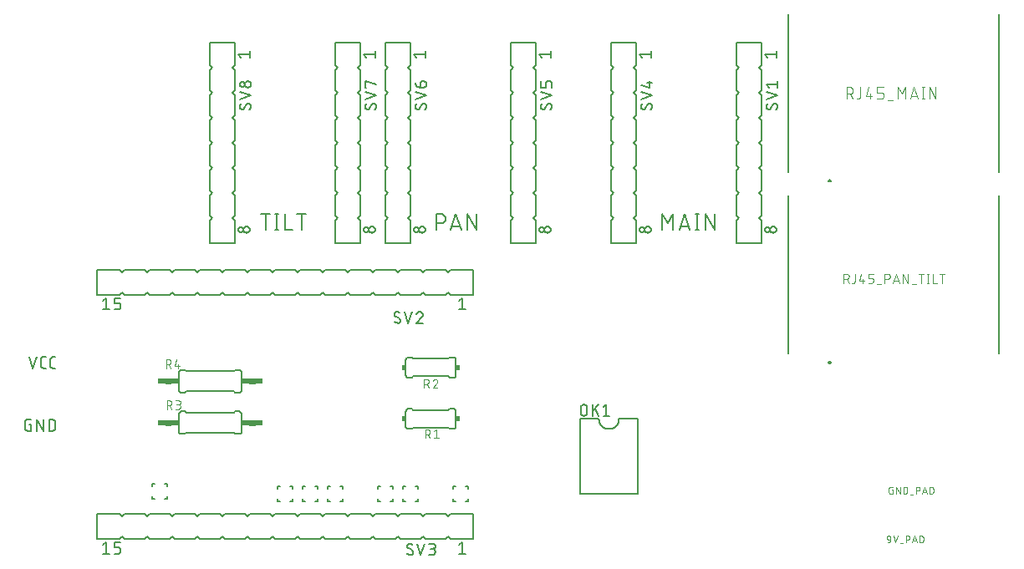
<source format=gbr>
G04 EAGLE Gerber RS-274X export*
G75*
%MOMM*%
%FSLAX34Y34*%
%LPD*%
%INSilkscreen Top*%
%IPPOS*%
%AMOC8*
5,1,8,0,0,1.08239X$1,22.5*%
G01*
%ADD10C,0.152400*%
%ADD11C,0.127000*%
%ADD12R,0.381000X0.508000*%
%ADD13C,0.101600*%
%ADD14C,0.609600*%
%ADD15R,0.863600X0.609600*%
%ADD16C,0.200000*%
%ADD17C,0.076200*%


D10*
X661162Y343662D02*
X661162Y359918D01*
X666581Y350887D01*
X671999Y359918D01*
X671999Y343662D01*
X678356Y343662D02*
X683775Y359918D01*
X689194Y343662D01*
X687839Y347726D02*
X679711Y347726D01*
X696280Y343662D02*
X696280Y359918D01*
X694474Y343662D02*
X698086Y343662D01*
X698086Y359918D02*
X694474Y359918D01*
X704790Y359918D02*
X704790Y343662D01*
X713822Y343662D02*
X704790Y359918D01*
X713822Y359918D02*
X713822Y343662D01*
X432562Y343662D02*
X432562Y359918D01*
X437078Y359918D01*
X437211Y359916D01*
X437343Y359910D01*
X437475Y359900D01*
X437607Y359887D01*
X437739Y359869D01*
X437869Y359848D01*
X438000Y359823D01*
X438129Y359794D01*
X438257Y359761D01*
X438385Y359725D01*
X438511Y359685D01*
X438636Y359641D01*
X438760Y359593D01*
X438882Y359542D01*
X439003Y359487D01*
X439122Y359429D01*
X439240Y359367D01*
X439355Y359302D01*
X439469Y359233D01*
X439580Y359162D01*
X439689Y359086D01*
X439796Y359008D01*
X439901Y358927D01*
X440003Y358842D01*
X440103Y358755D01*
X440200Y358665D01*
X440295Y358572D01*
X440386Y358476D01*
X440475Y358378D01*
X440561Y358277D01*
X440644Y358173D01*
X440724Y358067D01*
X440800Y357959D01*
X440874Y357849D01*
X440944Y357736D01*
X441011Y357622D01*
X441074Y357505D01*
X441134Y357387D01*
X441191Y357267D01*
X441244Y357145D01*
X441293Y357022D01*
X441339Y356898D01*
X441381Y356772D01*
X441419Y356645D01*
X441454Y356517D01*
X441485Y356388D01*
X441512Y356259D01*
X441535Y356128D01*
X441555Y355997D01*
X441570Y355865D01*
X441582Y355733D01*
X441590Y355601D01*
X441594Y355468D01*
X441594Y355336D01*
X441590Y355203D01*
X441582Y355071D01*
X441570Y354939D01*
X441555Y354807D01*
X441535Y354676D01*
X441512Y354545D01*
X441485Y354416D01*
X441454Y354287D01*
X441419Y354159D01*
X441381Y354032D01*
X441339Y353906D01*
X441293Y353782D01*
X441244Y353659D01*
X441191Y353537D01*
X441134Y353417D01*
X441074Y353299D01*
X441011Y353182D01*
X440944Y353068D01*
X440874Y352955D01*
X440800Y352845D01*
X440724Y352737D01*
X440644Y352631D01*
X440561Y352527D01*
X440475Y352426D01*
X440386Y352328D01*
X440295Y352232D01*
X440200Y352139D01*
X440103Y352049D01*
X440003Y351962D01*
X439901Y351877D01*
X439796Y351796D01*
X439689Y351718D01*
X439580Y351642D01*
X439469Y351571D01*
X439355Y351502D01*
X439240Y351437D01*
X439122Y351375D01*
X439003Y351317D01*
X438882Y351262D01*
X438760Y351211D01*
X438636Y351163D01*
X438511Y351119D01*
X438385Y351079D01*
X438257Y351043D01*
X438129Y351010D01*
X438000Y350981D01*
X437869Y350956D01*
X437739Y350935D01*
X437607Y350917D01*
X437475Y350904D01*
X437343Y350894D01*
X437211Y350888D01*
X437078Y350886D01*
X437078Y350887D02*
X432562Y350887D01*
X446558Y343662D02*
X451977Y359918D01*
X457395Y343662D01*
X456041Y347726D02*
X447913Y347726D01*
X463614Y343662D02*
X463614Y359918D01*
X472645Y343662D01*
X472645Y359918D01*
X259278Y359918D02*
X259278Y343662D01*
X254762Y359918D02*
X263793Y359918D01*
X270740Y359918D02*
X270740Y343662D01*
X268934Y343662D02*
X272547Y343662D01*
X272547Y359918D02*
X268934Y359918D01*
X279281Y359918D02*
X279281Y343662D01*
X286506Y343662D01*
X295750Y343662D02*
X295750Y359918D01*
X291235Y359918D02*
X300266Y359918D01*
X636270Y152400D02*
X636270Y76200D01*
X577850Y76200D02*
X577850Y152400D01*
X577850Y76200D02*
X636270Y76200D01*
X636270Y152400D02*
X617220Y152400D01*
X596900Y152400D02*
X577850Y152400D01*
X596900Y152400D02*
X596903Y152153D01*
X596912Y151905D01*
X596927Y151658D01*
X596948Y151412D01*
X596975Y151166D01*
X597008Y150921D01*
X597047Y150676D01*
X597092Y150433D01*
X597143Y150191D01*
X597200Y149950D01*
X597262Y149711D01*
X597331Y149473D01*
X597405Y149237D01*
X597485Y149003D01*
X597570Y148771D01*
X597662Y148541D01*
X597758Y148313D01*
X597861Y148088D01*
X597968Y147865D01*
X598082Y147645D01*
X598200Y147428D01*
X598324Y147213D01*
X598453Y147002D01*
X598587Y146794D01*
X598726Y146589D01*
X598870Y146388D01*
X599018Y146190D01*
X599172Y145996D01*
X599330Y145806D01*
X599493Y145620D01*
X599660Y145438D01*
X599832Y145260D01*
X600008Y145086D01*
X600188Y144916D01*
X600373Y144751D01*
X600561Y144591D01*
X600753Y144435D01*
X600949Y144283D01*
X601148Y144137D01*
X601351Y143995D01*
X601558Y143859D01*
X601767Y143727D01*
X601980Y143601D01*
X602196Y143480D01*
X602414Y143364D01*
X602636Y143254D01*
X602860Y143149D01*
X603086Y143049D01*
X603315Y142955D01*
X603546Y142867D01*
X603780Y142784D01*
X604015Y142707D01*
X604252Y142636D01*
X604490Y142570D01*
X604730Y142511D01*
X604972Y142457D01*
X605215Y142409D01*
X605458Y142367D01*
X605703Y142331D01*
X605949Y142301D01*
X606195Y142277D01*
X606442Y142259D01*
X606689Y142247D01*
X606936Y142241D01*
X607184Y142241D01*
X607431Y142247D01*
X607678Y142259D01*
X607925Y142277D01*
X608171Y142301D01*
X608417Y142331D01*
X608662Y142367D01*
X608905Y142409D01*
X609148Y142457D01*
X609390Y142511D01*
X609630Y142570D01*
X609868Y142636D01*
X610105Y142707D01*
X610340Y142784D01*
X610574Y142867D01*
X610805Y142955D01*
X611034Y143049D01*
X611260Y143149D01*
X611484Y143254D01*
X611706Y143364D01*
X611924Y143480D01*
X612140Y143601D01*
X612353Y143727D01*
X612562Y143859D01*
X612769Y143995D01*
X612972Y144137D01*
X613171Y144283D01*
X613367Y144435D01*
X613559Y144591D01*
X613747Y144751D01*
X613932Y144916D01*
X614112Y145086D01*
X614288Y145260D01*
X614460Y145438D01*
X614627Y145620D01*
X614790Y145806D01*
X614948Y145996D01*
X615102Y146190D01*
X615250Y146388D01*
X615394Y146589D01*
X615533Y146794D01*
X615667Y147002D01*
X615796Y147213D01*
X615920Y147428D01*
X616038Y147645D01*
X616152Y147865D01*
X616259Y148088D01*
X616362Y148313D01*
X616458Y148541D01*
X616550Y148771D01*
X616635Y149003D01*
X616715Y149237D01*
X616789Y149473D01*
X616858Y149711D01*
X616920Y149950D01*
X616977Y150191D01*
X617028Y150433D01*
X617073Y150676D01*
X617112Y150921D01*
X617145Y151166D01*
X617172Y151412D01*
X617193Y151658D01*
X617208Y151905D01*
X617217Y152153D01*
X617220Y152400D01*
D11*
X578485Y158750D02*
X578485Y163830D01*
X578487Y163941D01*
X578493Y164051D01*
X578502Y164162D01*
X578516Y164272D01*
X578533Y164381D01*
X578554Y164490D01*
X578579Y164598D01*
X578608Y164705D01*
X578640Y164811D01*
X578676Y164916D01*
X578716Y165019D01*
X578759Y165121D01*
X578806Y165222D01*
X578857Y165321D01*
X578910Y165418D01*
X578967Y165512D01*
X579028Y165605D01*
X579091Y165696D01*
X579158Y165785D01*
X579228Y165871D01*
X579301Y165954D01*
X579376Y166036D01*
X579454Y166114D01*
X579536Y166189D01*
X579619Y166262D01*
X579705Y166332D01*
X579794Y166399D01*
X579885Y166462D01*
X579978Y166523D01*
X580073Y166580D01*
X580169Y166633D01*
X580268Y166684D01*
X580369Y166731D01*
X580471Y166774D01*
X580574Y166814D01*
X580679Y166850D01*
X580785Y166882D01*
X580892Y166911D01*
X581000Y166936D01*
X581109Y166957D01*
X581218Y166974D01*
X581328Y166988D01*
X581439Y166997D01*
X581549Y167003D01*
X581660Y167005D01*
X581771Y167003D01*
X581881Y166997D01*
X581992Y166988D01*
X582102Y166974D01*
X582211Y166957D01*
X582320Y166936D01*
X582428Y166911D01*
X582535Y166882D01*
X582641Y166850D01*
X582746Y166814D01*
X582849Y166774D01*
X582951Y166731D01*
X583052Y166684D01*
X583151Y166633D01*
X583248Y166580D01*
X583342Y166523D01*
X583435Y166462D01*
X583526Y166399D01*
X583615Y166332D01*
X583701Y166262D01*
X583784Y166189D01*
X583866Y166114D01*
X583944Y166036D01*
X584019Y165954D01*
X584092Y165871D01*
X584162Y165785D01*
X584229Y165696D01*
X584292Y165605D01*
X584353Y165512D01*
X584410Y165418D01*
X584463Y165321D01*
X584514Y165222D01*
X584561Y165121D01*
X584604Y165019D01*
X584644Y164916D01*
X584680Y164811D01*
X584712Y164705D01*
X584741Y164598D01*
X584766Y164490D01*
X584787Y164381D01*
X584804Y164272D01*
X584818Y164162D01*
X584827Y164051D01*
X584833Y163941D01*
X584835Y163830D01*
X584835Y158750D01*
X584833Y158639D01*
X584827Y158529D01*
X584818Y158418D01*
X584804Y158308D01*
X584787Y158199D01*
X584766Y158090D01*
X584741Y157982D01*
X584712Y157875D01*
X584680Y157769D01*
X584644Y157664D01*
X584604Y157561D01*
X584561Y157459D01*
X584514Y157358D01*
X584463Y157259D01*
X584410Y157162D01*
X584353Y157068D01*
X584292Y156975D01*
X584229Y156884D01*
X584162Y156795D01*
X584092Y156709D01*
X584019Y156626D01*
X583944Y156544D01*
X583866Y156466D01*
X583784Y156391D01*
X583701Y156318D01*
X583615Y156248D01*
X583526Y156181D01*
X583435Y156118D01*
X583342Y156057D01*
X583248Y156000D01*
X583151Y155947D01*
X583052Y155896D01*
X582951Y155849D01*
X582849Y155806D01*
X582746Y155766D01*
X582641Y155730D01*
X582535Y155698D01*
X582428Y155669D01*
X582320Y155644D01*
X582211Y155623D01*
X582102Y155606D01*
X581992Y155592D01*
X581881Y155583D01*
X581771Y155577D01*
X581660Y155575D01*
X581549Y155577D01*
X581439Y155583D01*
X581328Y155592D01*
X581218Y155606D01*
X581109Y155623D01*
X581000Y155644D01*
X580892Y155669D01*
X580785Y155698D01*
X580679Y155730D01*
X580574Y155766D01*
X580471Y155806D01*
X580369Y155849D01*
X580268Y155896D01*
X580169Y155947D01*
X580073Y156000D01*
X579978Y156057D01*
X579885Y156118D01*
X579794Y156181D01*
X579705Y156248D01*
X579619Y156318D01*
X579536Y156391D01*
X579454Y156466D01*
X579376Y156544D01*
X579301Y156626D01*
X579228Y156709D01*
X579158Y156795D01*
X579091Y156884D01*
X579028Y156975D01*
X578967Y157068D01*
X578910Y157163D01*
X578857Y157259D01*
X578806Y157358D01*
X578759Y157459D01*
X578716Y157561D01*
X578676Y157664D01*
X578640Y157769D01*
X578608Y157875D01*
X578579Y157982D01*
X578554Y158090D01*
X578533Y158199D01*
X578516Y158308D01*
X578502Y158418D01*
X578493Y158529D01*
X578487Y158639D01*
X578485Y158750D01*
X590487Y155575D02*
X590487Y167005D01*
X596837Y167005D02*
X590487Y160020D01*
X593027Y162560D02*
X596837Y155575D01*
X601345Y164465D02*
X604520Y167005D01*
X604520Y155575D01*
X601345Y155575D02*
X607695Y155575D01*
D10*
X403860Y162560D02*
X403760Y162558D01*
X403661Y162552D01*
X403561Y162542D01*
X403463Y162529D01*
X403364Y162511D01*
X403267Y162490D01*
X403171Y162465D01*
X403075Y162436D01*
X402981Y162403D01*
X402888Y162367D01*
X402797Y162327D01*
X402707Y162283D01*
X402619Y162236D01*
X402533Y162186D01*
X402449Y162132D01*
X402367Y162075D01*
X402288Y162015D01*
X402210Y161951D01*
X402136Y161885D01*
X402064Y161816D01*
X401995Y161744D01*
X401929Y161670D01*
X401865Y161592D01*
X401805Y161513D01*
X401748Y161431D01*
X401694Y161347D01*
X401644Y161261D01*
X401597Y161173D01*
X401553Y161083D01*
X401513Y160992D01*
X401477Y160899D01*
X401444Y160805D01*
X401415Y160709D01*
X401390Y160613D01*
X401369Y160516D01*
X401351Y160417D01*
X401338Y160319D01*
X401328Y160219D01*
X401322Y160120D01*
X401320Y160020D01*
X401320Y144780D02*
X401322Y144680D01*
X401328Y144581D01*
X401338Y144481D01*
X401351Y144383D01*
X401369Y144284D01*
X401390Y144187D01*
X401415Y144091D01*
X401444Y143995D01*
X401477Y143901D01*
X401513Y143808D01*
X401553Y143717D01*
X401597Y143627D01*
X401644Y143539D01*
X401694Y143453D01*
X401748Y143369D01*
X401805Y143287D01*
X401865Y143208D01*
X401929Y143130D01*
X401995Y143056D01*
X402064Y142984D01*
X402136Y142915D01*
X402210Y142849D01*
X402288Y142785D01*
X402367Y142725D01*
X402449Y142668D01*
X402533Y142614D01*
X402619Y142564D01*
X402707Y142517D01*
X402797Y142473D01*
X402888Y142433D01*
X402981Y142397D01*
X403075Y142364D01*
X403171Y142335D01*
X403267Y142310D01*
X403364Y142289D01*
X403463Y142271D01*
X403561Y142258D01*
X403661Y142248D01*
X403760Y142242D01*
X403860Y142240D01*
X449580Y142240D02*
X449680Y142242D01*
X449779Y142248D01*
X449879Y142258D01*
X449977Y142271D01*
X450076Y142289D01*
X450173Y142310D01*
X450269Y142335D01*
X450365Y142364D01*
X450459Y142397D01*
X450552Y142433D01*
X450643Y142473D01*
X450733Y142517D01*
X450821Y142564D01*
X450907Y142614D01*
X450991Y142668D01*
X451073Y142725D01*
X451152Y142785D01*
X451230Y142849D01*
X451304Y142915D01*
X451376Y142984D01*
X451445Y143056D01*
X451511Y143130D01*
X451575Y143208D01*
X451635Y143287D01*
X451692Y143369D01*
X451746Y143453D01*
X451796Y143539D01*
X451843Y143627D01*
X451887Y143717D01*
X451927Y143808D01*
X451963Y143901D01*
X451996Y143995D01*
X452025Y144091D01*
X452050Y144187D01*
X452071Y144284D01*
X452089Y144383D01*
X452102Y144481D01*
X452112Y144581D01*
X452118Y144680D01*
X452120Y144780D01*
X452120Y160020D02*
X452118Y160120D01*
X452112Y160219D01*
X452102Y160319D01*
X452089Y160417D01*
X452071Y160516D01*
X452050Y160613D01*
X452025Y160709D01*
X451996Y160805D01*
X451963Y160899D01*
X451927Y160992D01*
X451887Y161083D01*
X451843Y161173D01*
X451796Y161261D01*
X451746Y161347D01*
X451692Y161431D01*
X451635Y161513D01*
X451575Y161592D01*
X451511Y161670D01*
X451445Y161744D01*
X451376Y161816D01*
X451304Y161885D01*
X451230Y161951D01*
X451152Y162015D01*
X451073Y162075D01*
X450991Y162132D01*
X450907Y162186D01*
X450821Y162236D01*
X450733Y162283D01*
X450643Y162327D01*
X450552Y162367D01*
X450459Y162403D01*
X450365Y162436D01*
X450269Y162465D01*
X450173Y162490D01*
X450076Y162511D01*
X449977Y162529D01*
X449879Y162542D01*
X449779Y162552D01*
X449680Y162558D01*
X449580Y162560D01*
X401320Y160020D02*
X401320Y144780D01*
X403860Y162560D02*
X407670Y162560D01*
X408940Y161290D01*
X407670Y142240D02*
X403860Y142240D01*
X407670Y142240D02*
X408940Y143510D01*
X444500Y161290D02*
X445770Y162560D01*
X444500Y161290D02*
X408940Y161290D01*
X444500Y143510D02*
X445770Y142240D01*
X444500Y143510D02*
X408940Y143510D01*
X445770Y162560D02*
X449580Y162560D01*
X449580Y142240D02*
X445770Y142240D01*
X452120Y144780D02*
X452120Y160020D01*
D12*
X454025Y152400D03*
X399415Y152400D03*
D13*
X420878Y141732D02*
X420878Y132842D01*
X420878Y141732D02*
X423347Y141732D01*
X423445Y141730D01*
X423543Y141724D01*
X423641Y141714D01*
X423738Y141701D01*
X423835Y141683D01*
X423931Y141662D01*
X424025Y141637D01*
X424119Y141608D01*
X424212Y141576D01*
X424303Y141539D01*
X424393Y141500D01*
X424481Y141456D01*
X424567Y141409D01*
X424652Y141359D01*
X424734Y141306D01*
X424814Y141249D01*
X424892Y141189D01*
X424967Y141126D01*
X425040Y141060D01*
X425110Y140991D01*
X425177Y140920D01*
X425242Y140846D01*
X425303Y140769D01*
X425362Y140690D01*
X425417Y140609D01*
X425469Y140526D01*
X425517Y140440D01*
X425562Y140353D01*
X425604Y140264D01*
X425642Y140174D01*
X425676Y140082D01*
X425707Y139989D01*
X425734Y139894D01*
X425757Y139799D01*
X425777Y139702D01*
X425792Y139606D01*
X425804Y139508D01*
X425812Y139410D01*
X425816Y139312D01*
X425816Y139214D01*
X425812Y139116D01*
X425804Y139018D01*
X425792Y138920D01*
X425777Y138824D01*
X425757Y138727D01*
X425734Y138632D01*
X425707Y138537D01*
X425676Y138444D01*
X425642Y138352D01*
X425604Y138262D01*
X425562Y138173D01*
X425517Y138086D01*
X425469Y138000D01*
X425417Y137917D01*
X425362Y137836D01*
X425303Y137757D01*
X425242Y137680D01*
X425177Y137606D01*
X425110Y137535D01*
X425040Y137466D01*
X424967Y137400D01*
X424892Y137337D01*
X424814Y137277D01*
X424734Y137220D01*
X424652Y137167D01*
X424567Y137117D01*
X424481Y137070D01*
X424393Y137026D01*
X424303Y136987D01*
X424212Y136950D01*
X424119Y136918D01*
X424025Y136889D01*
X423931Y136864D01*
X423835Y136843D01*
X423738Y136825D01*
X423641Y136812D01*
X423543Y136802D01*
X423445Y136796D01*
X423347Y136794D01*
X423347Y136793D02*
X420878Y136793D01*
X423841Y136793D02*
X425817Y132842D01*
X429728Y139756D02*
X432197Y141732D01*
X432197Y132842D01*
X429728Y132842D02*
X434667Y132842D01*
D10*
X401320Y212090D02*
X401322Y212190D01*
X401328Y212289D01*
X401338Y212389D01*
X401351Y212487D01*
X401369Y212586D01*
X401390Y212683D01*
X401415Y212779D01*
X401444Y212875D01*
X401477Y212969D01*
X401513Y213062D01*
X401553Y213153D01*
X401597Y213243D01*
X401644Y213331D01*
X401694Y213417D01*
X401748Y213501D01*
X401805Y213583D01*
X401865Y213662D01*
X401929Y213740D01*
X401995Y213814D01*
X402064Y213886D01*
X402136Y213955D01*
X402210Y214021D01*
X402288Y214085D01*
X402367Y214145D01*
X402449Y214202D01*
X402533Y214256D01*
X402619Y214306D01*
X402707Y214353D01*
X402797Y214397D01*
X402888Y214437D01*
X402981Y214473D01*
X403075Y214506D01*
X403171Y214535D01*
X403267Y214560D01*
X403364Y214581D01*
X403463Y214599D01*
X403561Y214612D01*
X403661Y214622D01*
X403760Y214628D01*
X403860Y214630D01*
X401320Y196850D02*
X401322Y196750D01*
X401328Y196651D01*
X401338Y196551D01*
X401351Y196453D01*
X401369Y196354D01*
X401390Y196257D01*
X401415Y196161D01*
X401444Y196065D01*
X401477Y195971D01*
X401513Y195878D01*
X401553Y195787D01*
X401597Y195697D01*
X401644Y195609D01*
X401694Y195523D01*
X401748Y195439D01*
X401805Y195357D01*
X401865Y195278D01*
X401929Y195200D01*
X401995Y195126D01*
X402064Y195054D01*
X402136Y194985D01*
X402210Y194919D01*
X402288Y194855D01*
X402367Y194795D01*
X402449Y194738D01*
X402533Y194684D01*
X402619Y194634D01*
X402707Y194587D01*
X402797Y194543D01*
X402888Y194503D01*
X402981Y194467D01*
X403075Y194434D01*
X403171Y194405D01*
X403267Y194380D01*
X403364Y194359D01*
X403463Y194341D01*
X403561Y194328D01*
X403661Y194318D01*
X403760Y194312D01*
X403860Y194310D01*
X449580Y194310D02*
X449680Y194312D01*
X449779Y194318D01*
X449879Y194328D01*
X449977Y194341D01*
X450076Y194359D01*
X450173Y194380D01*
X450269Y194405D01*
X450365Y194434D01*
X450459Y194467D01*
X450552Y194503D01*
X450643Y194543D01*
X450733Y194587D01*
X450821Y194634D01*
X450907Y194684D01*
X450991Y194738D01*
X451073Y194795D01*
X451152Y194855D01*
X451230Y194919D01*
X451304Y194985D01*
X451376Y195054D01*
X451445Y195126D01*
X451511Y195200D01*
X451575Y195278D01*
X451635Y195357D01*
X451692Y195439D01*
X451746Y195523D01*
X451796Y195609D01*
X451843Y195697D01*
X451887Y195787D01*
X451927Y195878D01*
X451963Y195971D01*
X451996Y196065D01*
X452025Y196161D01*
X452050Y196257D01*
X452071Y196354D01*
X452089Y196453D01*
X452102Y196551D01*
X452112Y196651D01*
X452118Y196750D01*
X452120Y196850D01*
X452120Y212090D02*
X452118Y212190D01*
X452112Y212289D01*
X452102Y212389D01*
X452089Y212487D01*
X452071Y212586D01*
X452050Y212683D01*
X452025Y212779D01*
X451996Y212875D01*
X451963Y212969D01*
X451927Y213062D01*
X451887Y213153D01*
X451843Y213243D01*
X451796Y213331D01*
X451746Y213417D01*
X451692Y213501D01*
X451635Y213583D01*
X451575Y213662D01*
X451511Y213740D01*
X451445Y213814D01*
X451376Y213886D01*
X451304Y213955D01*
X451230Y214021D01*
X451152Y214085D01*
X451073Y214145D01*
X450991Y214202D01*
X450907Y214256D01*
X450821Y214306D01*
X450733Y214353D01*
X450643Y214397D01*
X450552Y214437D01*
X450459Y214473D01*
X450365Y214506D01*
X450269Y214535D01*
X450173Y214560D01*
X450076Y214581D01*
X449977Y214599D01*
X449879Y214612D01*
X449779Y214622D01*
X449680Y214628D01*
X449580Y214630D01*
X401320Y212090D02*
X401320Y196850D01*
X403860Y214630D02*
X407670Y214630D01*
X408940Y213360D01*
X407670Y194310D02*
X403860Y194310D01*
X407670Y194310D02*
X408940Y195580D01*
X444500Y213360D02*
X445770Y214630D01*
X444500Y213360D02*
X408940Y213360D01*
X444500Y195580D02*
X445770Y194310D01*
X444500Y195580D02*
X408940Y195580D01*
X445770Y214630D02*
X449580Y214630D01*
X449580Y194310D02*
X445770Y194310D01*
X452120Y196850D02*
X452120Y212090D01*
D12*
X454025Y204470D03*
X399415Y204470D03*
D13*
X419608Y192532D02*
X419608Y183642D01*
X419608Y192532D02*
X422077Y192532D01*
X422175Y192530D01*
X422273Y192524D01*
X422371Y192514D01*
X422468Y192501D01*
X422565Y192483D01*
X422661Y192462D01*
X422755Y192437D01*
X422849Y192408D01*
X422942Y192376D01*
X423033Y192339D01*
X423123Y192300D01*
X423211Y192256D01*
X423297Y192209D01*
X423382Y192159D01*
X423464Y192106D01*
X423544Y192049D01*
X423622Y191989D01*
X423697Y191926D01*
X423770Y191860D01*
X423840Y191791D01*
X423907Y191720D01*
X423972Y191646D01*
X424033Y191569D01*
X424092Y191490D01*
X424147Y191409D01*
X424199Y191326D01*
X424247Y191240D01*
X424292Y191153D01*
X424334Y191064D01*
X424372Y190974D01*
X424406Y190882D01*
X424437Y190789D01*
X424464Y190694D01*
X424487Y190599D01*
X424507Y190502D01*
X424522Y190406D01*
X424534Y190308D01*
X424542Y190210D01*
X424546Y190112D01*
X424546Y190014D01*
X424542Y189916D01*
X424534Y189818D01*
X424522Y189720D01*
X424507Y189624D01*
X424487Y189527D01*
X424464Y189432D01*
X424437Y189337D01*
X424406Y189244D01*
X424372Y189152D01*
X424334Y189062D01*
X424292Y188973D01*
X424247Y188886D01*
X424199Y188800D01*
X424147Y188717D01*
X424092Y188636D01*
X424033Y188557D01*
X423972Y188480D01*
X423907Y188406D01*
X423840Y188335D01*
X423770Y188266D01*
X423697Y188200D01*
X423622Y188137D01*
X423544Y188077D01*
X423464Y188020D01*
X423382Y187967D01*
X423297Y187917D01*
X423211Y187870D01*
X423123Y187826D01*
X423033Y187787D01*
X422942Y187750D01*
X422849Y187718D01*
X422755Y187689D01*
X422661Y187664D01*
X422565Y187643D01*
X422468Y187625D01*
X422371Y187612D01*
X422273Y187602D01*
X422175Y187596D01*
X422077Y187594D01*
X422077Y187593D02*
X419608Y187593D01*
X422571Y187593D02*
X424547Y183642D01*
X433397Y190310D02*
X433395Y190402D01*
X433389Y190494D01*
X433380Y190585D01*
X433367Y190676D01*
X433350Y190766D01*
X433329Y190856D01*
X433305Y190944D01*
X433277Y191032D01*
X433245Y191118D01*
X433210Y191203D01*
X433171Y191286D01*
X433129Y191368D01*
X433084Y191448D01*
X433035Y191526D01*
X432983Y191602D01*
X432928Y191675D01*
X432870Y191747D01*
X432810Y191816D01*
X432746Y191882D01*
X432680Y191946D01*
X432611Y192006D01*
X432539Y192064D01*
X432466Y192119D01*
X432390Y192171D01*
X432312Y192220D01*
X432232Y192265D01*
X432150Y192307D01*
X432067Y192346D01*
X431982Y192381D01*
X431896Y192413D01*
X431808Y192441D01*
X431720Y192465D01*
X431630Y192486D01*
X431540Y192503D01*
X431449Y192516D01*
X431358Y192525D01*
X431266Y192531D01*
X431174Y192533D01*
X431174Y192532D02*
X431068Y192530D01*
X430963Y192524D01*
X430858Y192514D01*
X430753Y192501D01*
X430649Y192483D01*
X430546Y192462D01*
X430443Y192437D01*
X430341Y192408D01*
X430241Y192375D01*
X430142Y192339D01*
X430044Y192299D01*
X429948Y192255D01*
X429853Y192208D01*
X429761Y192158D01*
X429670Y192104D01*
X429581Y192046D01*
X429495Y191986D01*
X429411Y191922D01*
X429329Y191856D01*
X429249Y191786D01*
X429173Y191713D01*
X429099Y191638D01*
X429028Y191560D01*
X428960Y191479D01*
X428894Y191396D01*
X428832Y191310D01*
X428774Y191223D01*
X428718Y191133D01*
X428666Y191041D01*
X428617Y190947D01*
X428572Y190852D01*
X428530Y190755D01*
X428492Y190656D01*
X428458Y190557D01*
X432656Y188581D02*
X432725Y188650D01*
X432791Y188720D01*
X432854Y188794D01*
X432913Y188870D01*
X432970Y188948D01*
X433024Y189028D01*
X433074Y189111D01*
X433121Y189195D01*
X433164Y189282D01*
X433204Y189370D01*
X433240Y189459D01*
X433273Y189550D01*
X433302Y189642D01*
X433327Y189736D01*
X433348Y189830D01*
X433366Y189925D01*
X433379Y190021D01*
X433389Y190117D01*
X433395Y190213D01*
X433397Y190310D01*
X432656Y188581D02*
X428458Y183642D01*
X433397Y183642D01*
D10*
X173990Y160020D02*
X173890Y160018D01*
X173791Y160012D01*
X173691Y160002D01*
X173593Y159989D01*
X173494Y159971D01*
X173397Y159950D01*
X173301Y159925D01*
X173205Y159896D01*
X173111Y159863D01*
X173018Y159827D01*
X172927Y159787D01*
X172837Y159743D01*
X172749Y159696D01*
X172663Y159646D01*
X172579Y159592D01*
X172497Y159535D01*
X172418Y159475D01*
X172340Y159411D01*
X172266Y159345D01*
X172194Y159276D01*
X172125Y159204D01*
X172059Y159130D01*
X171995Y159052D01*
X171935Y158973D01*
X171878Y158891D01*
X171824Y158807D01*
X171774Y158721D01*
X171727Y158633D01*
X171683Y158543D01*
X171643Y158452D01*
X171607Y158359D01*
X171574Y158265D01*
X171545Y158169D01*
X171520Y158073D01*
X171499Y157976D01*
X171481Y157877D01*
X171468Y157779D01*
X171458Y157679D01*
X171452Y157580D01*
X171450Y157480D01*
X171450Y139700D02*
X171452Y139600D01*
X171458Y139501D01*
X171468Y139401D01*
X171481Y139303D01*
X171499Y139204D01*
X171520Y139107D01*
X171545Y139011D01*
X171574Y138915D01*
X171607Y138821D01*
X171643Y138728D01*
X171683Y138637D01*
X171727Y138547D01*
X171774Y138459D01*
X171824Y138373D01*
X171878Y138289D01*
X171935Y138207D01*
X171995Y138128D01*
X172059Y138050D01*
X172125Y137976D01*
X172194Y137904D01*
X172266Y137835D01*
X172340Y137769D01*
X172418Y137705D01*
X172497Y137645D01*
X172579Y137588D01*
X172663Y137534D01*
X172749Y137484D01*
X172837Y137437D01*
X172927Y137393D01*
X173018Y137353D01*
X173111Y137317D01*
X173205Y137284D01*
X173301Y137255D01*
X173397Y137230D01*
X173494Y137209D01*
X173593Y137191D01*
X173691Y137178D01*
X173791Y137168D01*
X173890Y137162D01*
X173990Y137160D01*
X232410Y137160D02*
X232510Y137162D01*
X232609Y137168D01*
X232709Y137178D01*
X232807Y137191D01*
X232906Y137209D01*
X233003Y137230D01*
X233099Y137255D01*
X233195Y137284D01*
X233289Y137317D01*
X233382Y137353D01*
X233473Y137393D01*
X233563Y137437D01*
X233651Y137484D01*
X233737Y137534D01*
X233821Y137588D01*
X233903Y137645D01*
X233982Y137705D01*
X234060Y137769D01*
X234134Y137835D01*
X234206Y137904D01*
X234275Y137976D01*
X234341Y138050D01*
X234405Y138128D01*
X234465Y138207D01*
X234522Y138289D01*
X234576Y138373D01*
X234626Y138459D01*
X234673Y138547D01*
X234717Y138637D01*
X234757Y138728D01*
X234793Y138821D01*
X234826Y138915D01*
X234855Y139011D01*
X234880Y139107D01*
X234901Y139204D01*
X234919Y139303D01*
X234932Y139401D01*
X234942Y139501D01*
X234948Y139600D01*
X234950Y139700D01*
X234950Y157480D02*
X234948Y157580D01*
X234942Y157679D01*
X234932Y157779D01*
X234919Y157877D01*
X234901Y157976D01*
X234880Y158073D01*
X234855Y158169D01*
X234826Y158265D01*
X234793Y158359D01*
X234757Y158452D01*
X234717Y158543D01*
X234673Y158633D01*
X234626Y158721D01*
X234576Y158807D01*
X234522Y158891D01*
X234465Y158973D01*
X234405Y159052D01*
X234341Y159130D01*
X234275Y159204D01*
X234206Y159276D01*
X234134Y159345D01*
X234060Y159411D01*
X233982Y159475D01*
X233903Y159535D01*
X233821Y159592D01*
X233737Y159646D01*
X233651Y159696D01*
X233563Y159743D01*
X233473Y159787D01*
X233382Y159827D01*
X233289Y159863D01*
X233195Y159896D01*
X233099Y159925D01*
X233003Y159950D01*
X232906Y159971D01*
X232807Y159989D01*
X232709Y160002D01*
X232609Y160012D01*
X232510Y160018D01*
X232410Y160020D01*
X171450Y157480D02*
X171450Y139700D01*
X173990Y160020D02*
X177800Y160020D01*
X179070Y158750D01*
X177800Y137160D02*
X173990Y137160D01*
X177800Y137160D02*
X179070Y138430D01*
X227330Y158750D02*
X228600Y160020D01*
X227330Y158750D02*
X179070Y158750D01*
X227330Y138430D02*
X228600Y137160D01*
X227330Y138430D02*
X179070Y138430D01*
X228600Y160020D02*
X232410Y160020D01*
X232410Y137160D02*
X228600Y137160D01*
X234950Y139700D02*
X234950Y157480D01*
D14*
X243840Y148590D02*
X247650Y148590D01*
X162560Y148590D02*
X158750Y148590D01*
D15*
X239268Y148590D03*
X167132Y148590D03*
X251968Y148590D03*
X154432Y148590D03*
D13*
X159258Y162052D02*
X159258Y170942D01*
X161727Y170942D01*
X161825Y170940D01*
X161923Y170934D01*
X162021Y170924D01*
X162118Y170911D01*
X162215Y170893D01*
X162311Y170872D01*
X162405Y170847D01*
X162499Y170818D01*
X162592Y170786D01*
X162683Y170749D01*
X162773Y170710D01*
X162861Y170666D01*
X162947Y170619D01*
X163032Y170569D01*
X163114Y170516D01*
X163194Y170459D01*
X163272Y170399D01*
X163347Y170336D01*
X163420Y170270D01*
X163490Y170201D01*
X163557Y170130D01*
X163622Y170056D01*
X163683Y169979D01*
X163742Y169900D01*
X163797Y169819D01*
X163849Y169736D01*
X163897Y169650D01*
X163942Y169563D01*
X163984Y169474D01*
X164022Y169384D01*
X164056Y169292D01*
X164087Y169199D01*
X164114Y169104D01*
X164137Y169009D01*
X164157Y168912D01*
X164172Y168816D01*
X164184Y168718D01*
X164192Y168620D01*
X164196Y168522D01*
X164196Y168424D01*
X164192Y168326D01*
X164184Y168228D01*
X164172Y168130D01*
X164157Y168034D01*
X164137Y167937D01*
X164114Y167842D01*
X164087Y167747D01*
X164056Y167654D01*
X164022Y167562D01*
X163984Y167472D01*
X163942Y167383D01*
X163897Y167296D01*
X163849Y167210D01*
X163797Y167127D01*
X163742Y167046D01*
X163683Y166967D01*
X163622Y166890D01*
X163557Y166816D01*
X163490Y166745D01*
X163420Y166676D01*
X163347Y166610D01*
X163272Y166547D01*
X163194Y166487D01*
X163114Y166430D01*
X163032Y166377D01*
X162947Y166327D01*
X162861Y166280D01*
X162773Y166236D01*
X162683Y166197D01*
X162592Y166160D01*
X162499Y166128D01*
X162405Y166099D01*
X162311Y166074D01*
X162215Y166053D01*
X162118Y166035D01*
X162021Y166022D01*
X161923Y166012D01*
X161825Y166006D01*
X161727Y166004D01*
X161727Y166003D02*
X159258Y166003D01*
X162221Y166003D02*
X164197Y162052D01*
X168108Y162052D02*
X170577Y162052D01*
X170675Y162054D01*
X170773Y162060D01*
X170871Y162070D01*
X170968Y162083D01*
X171065Y162101D01*
X171161Y162122D01*
X171255Y162147D01*
X171349Y162176D01*
X171442Y162208D01*
X171533Y162245D01*
X171623Y162284D01*
X171711Y162328D01*
X171797Y162375D01*
X171882Y162425D01*
X171964Y162478D01*
X172044Y162535D01*
X172122Y162595D01*
X172197Y162658D01*
X172270Y162724D01*
X172340Y162793D01*
X172407Y162864D01*
X172472Y162938D01*
X172533Y163015D01*
X172592Y163094D01*
X172647Y163175D01*
X172699Y163258D01*
X172747Y163344D01*
X172792Y163431D01*
X172834Y163520D01*
X172872Y163610D01*
X172906Y163702D01*
X172937Y163795D01*
X172964Y163890D01*
X172987Y163985D01*
X173007Y164082D01*
X173022Y164178D01*
X173034Y164276D01*
X173042Y164374D01*
X173046Y164472D01*
X173046Y164570D01*
X173042Y164668D01*
X173034Y164766D01*
X173022Y164864D01*
X173007Y164960D01*
X172987Y165057D01*
X172964Y165152D01*
X172937Y165247D01*
X172906Y165340D01*
X172872Y165432D01*
X172834Y165522D01*
X172792Y165611D01*
X172747Y165698D01*
X172699Y165784D01*
X172647Y165867D01*
X172592Y165948D01*
X172533Y166027D01*
X172472Y166104D01*
X172407Y166178D01*
X172340Y166249D01*
X172270Y166318D01*
X172197Y166384D01*
X172122Y166447D01*
X172044Y166507D01*
X171964Y166564D01*
X171882Y166617D01*
X171797Y166667D01*
X171711Y166714D01*
X171623Y166758D01*
X171533Y166797D01*
X171442Y166834D01*
X171349Y166866D01*
X171255Y166895D01*
X171161Y166920D01*
X171065Y166941D01*
X170968Y166959D01*
X170871Y166972D01*
X170773Y166982D01*
X170675Y166988D01*
X170577Y166990D01*
X171071Y170942D02*
X168108Y170942D01*
X171071Y170942D02*
X171158Y170940D01*
X171246Y170934D01*
X171333Y170925D01*
X171419Y170911D01*
X171505Y170894D01*
X171589Y170873D01*
X171673Y170848D01*
X171756Y170819D01*
X171837Y170787D01*
X171917Y170752D01*
X171995Y170713D01*
X172072Y170670D01*
X172146Y170624D01*
X172218Y170575D01*
X172288Y170523D01*
X172356Y170467D01*
X172421Y170409D01*
X172484Y170348D01*
X172543Y170284D01*
X172600Y170217D01*
X172654Y170149D01*
X172705Y170077D01*
X172752Y170004D01*
X172797Y169929D01*
X172838Y169851D01*
X172875Y169772D01*
X172909Y169692D01*
X172939Y169610D01*
X172966Y169527D01*
X172989Y169442D01*
X173008Y169357D01*
X173023Y169271D01*
X173035Y169184D01*
X173043Y169097D01*
X173047Y169010D01*
X173047Y168922D01*
X173043Y168835D01*
X173035Y168748D01*
X173023Y168661D01*
X173008Y168575D01*
X172989Y168490D01*
X172966Y168405D01*
X172939Y168322D01*
X172909Y168240D01*
X172875Y168160D01*
X172838Y168081D01*
X172797Y168003D01*
X172752Y167928D01*
X172705Y167855D01*
X172654Y167783D01*
X172600Y167715D01*
X172543Y167648D01*
X172484Y167584D01*
X172421Y167523D01*
X172356Y167465D01*
X172288Y167409D01*
X172218Y167357D01*
X172146Y167308D01*
X172072Y167262D01*
X171995Y167219D01*
X171917Y167180D01*
X171837Y167145D01*
X171756Y167113D01*
X171673Y167084D01*
X171589Y167059D01*
X171505Y167038D01*
X171419Y167021D01*
X171333Y167007D01*
X171246Y166998D01*
X171158Y166992D01*
X171071Y166990D01*
X171071Y166991D02*
X169096Y166991D01*
D10*
X232410Y179070D02*
X232510Y179072D01*
X232609Y179078D01*
X232709Y179088D01*
X232807Y179101D01*
X232906Y179119D01*
X233003Y179140D01*
X233099Y179165D01*
X233195Y179194D01*
X233289Y179227D01*
X233382Y179263D01*
X233473Y179303D01*
X233563Y179347D01*
X233651Y179394D01*
X233737Y179444D01*
X233821Y179498D01*
X233903Y179555D01*
X233982Y179615D01*
X234060Y179679D01*
X234134Y179745D01*
X234206Y179814D01*
X234275Y179886D01*
X234341Y179960D01*
X234405Y180038D01*
X234465Y180117D01*
X234522Y180199D01*
X234576Y180283D01*
X234626Y180369D01*
X234673Y180457D01*
X234717Y180547D01*
X234757Y180638D01*
X234793Y180731D01*
X234826Y180825D01*
X234855Y180921D01*
X234880Y181017D01*
X234901Y181114D01*
X234919Y181213D01*
X234932Y181311D01*
X234942Y181411D01*
X234948Y181510D01*
X234950Y181610D01*
X234950Y199390D02*
X234948Y199490D01*
X234942Y199589D01*
X234932Y199689D01*
X234919Y199787D01*
X234901Y199886D01*
X234880Y199983D01*
X234855Y200079D01*
X234826Y200175D01*
X234793Y200269D01*
X234757Y200362D01*
X234717Y200453D01*
X234673Y200543D01*
X234626Y200631D01*
X234576Y200717D01*
X234522Y200801D01*
X234465Y200883D01*
X234405Y200962D01*
X234341Y201040D01*
X234275Y201114D01*
X234206Y201186D01*
X234134Y201255D01*
X234060Y201321D01*
X233982Y201385D01*
X233903Y201445D01*
X233821Y201502D01*
X233737Y201556D01*
X233651Y201606D01*
X233563Y201653D01*
X233473Y201697D01*
X233382Y201737D01*
X233289Y201773D01*
X233195Y201806D01*
X233099Y201835D01*
X233003Y201860D01*
X232906Y201881D01*
X232807Y201899D01*
X232709Y201912D01*
X232609Y201922D01*
X232510Y201928D01*
X232410Y201930D01*
X173990Y201930D02*
X173890Y201928D01*
X173791Y201922D01*
X173691Y201912D01*
X173593Y201899D01*
X173494Y201881D01*
X173397Y201860D01*
X173301Y201835D01*
X173205Y201806D01*
X173111Y201773D01*
X173018Y201737D01*
X172927Y201697D01*
X172837Y201653D01*
X172749Y201606D01*
X172663Y201556D01*
X172579Y201502D01*
X172497Y201445D01*
X172418Y201385D01*
X172340Y201321D01*
X172266Y201255D01*
X172194Y201186D01*
X172125Y201114D01*
X172059Y201040D01*
X171995Y200962D01*
X171935Y200883D01*
X171878Y200801D01*
X171824Y200717D01*
X171774Y200631D01*
X171727Y200543D01*
X171683Y200453D01*
X171643Y200362D01*
X171607Y200269D01*
X171574Y200175D01*
X171545Y200079D01*
X171520Y199983D01*
X171499Y199886D01*
X171481Y199787D01*
X171468Y199689D01*
X171458Y199589D01*
X171452Y199490D01*
X171450Y199390D01*
X171450Y181610D02*
X171452Y181510D01*
X171458Y181411D01*
X171468Y181311D01*
X171481Y181213D01*
X171499Y181114D01*
X171520Y181017D01*
X171545Y180921D01*
X171574Y180825D01*
X171607Y180731D01*
X171643Y180638D01*
X171683Y180547D01*
X171727Y180457D01*
X171774Y180369D01*
X171824Y180283D01*
X171878Y180199D01*
X171935Y180117D01*
X171995Y180038D01*
X172059Y179960D01*
X172125Y179886D01*
X172194Y179814D01*
X172266Y179745D01*
X172340Y179679D01*
X172418Y179615D01*
X172497Y179555D01*
X172579Y179498D01*
X172663Y179444D01*
X172749Y179394D01*
X172837Y179347D01*
X172927Y179303D01*
X173018Y179263D01*
X173111Y179227D01*
X173205Y179194D01*
X173301Y179165D01*
X173397Y179140D01*
X173494Y179119D01*
X173593Y179101D01*
X173691Y179088D01*
X173791Y179078D01*
X173890Y179072D01*
X173990Y179070D01*
X234950Y181610D02*
X234950Y199390D01*
X232410Y179070D02*
X228600Y179070D01*
X227330Y180340D01*
X228600Y201930D02*
X232410Y201930D01*
X228600Y201930D02*
X227330Y200660D01*
X179070Y180340D02*
X177800Y179070D01*
X179070Y180340D02*
X227330Y180340D01*
X179070Y200660D02*
X177800Y201930D01*
X179070Y200660D02*
X227330Y200660D01*
X177800Y179070D02*
X173990Y179070D01*
X173990Y201930D02*
X177800Y201930D01*
X171450Y199390D02*
X171450Y181610D01*
D14*
X162560Y190500D02*
X158750Y190500D01*
X243840Y190500D02*
X247650Y190500D01*
D15*
X167132Y190500D03*
X239268Y190500D03*
X154432Y190500D03*
X251968Y190500D03*
D13*
X158423Y203708D02*
X158423Y212598D01*
X160893Y212598D01*
X160991Y212596D01*
X161089Y212590D01*
X161187Y212580D01*
X161284Y212567D01*
X161381Y212549D01*
X161477Y212528D01*
X161571Y212503D01*
X161665Y212474D01*
X161758Y212442D01*
X161849Y212405D01*
X161939Y212366D01*
X162027Y212322D01*
X162113Y212275D01*
X162198Y212225D01*
X162280Y212172D01*
X162360Y212115D01*
X162438Y212055D01*
X162513Y211992D01*
X162586Y211926D01*
X162656Y211857D01*
X162723Y211786D01*
X162788Y211712D01*
X162849Y211635D01*
X162908Y211556D01*
X162963Y211475D01*
X163015Y211392D01*
X163063Y211306D01*
X163108Y211219D01*
X163150Y211130D01*
X163188Y211040D01*
X163222Y210948D01*
X163253Y210855D01*
X163280Y210760D01*
X163303Y210665D01*
X163323Y210568D01*
X163338Y210472D01*
X163350Y210374D01*
X163358Y210276D01*
X163362Y210178D01*
X163362Y210080D01*
X163358Y209982D01*
X163350Y209884D01*
X163338Y209786D01*
X163323Y209690D01*
X163303Y209593D01*
X163280Y209498D01*
X163253Y209403D01*
X163222Y209310D01*
X163188Y209218D01*
X163150Y209128D01*
X163108Y209039D01*
X163063Y208952D01*
X163015Y208866D01*
X162963Y208783D01*
X162908Y208702D01*
X162849Y208623D01*
X162788Y208546D01*
X162723Y208472D01*
X162656Y208401D01*
X162586Y208332D01*
X162513Y208266D01*
X162438Y208203D01*
X162360Y208143D01*
X162280Y208086D01*
X162198Y208033D01*
X162113Y207983D01*
X162027Y207936D01*
X161939Y207892D01*
X161849Y207853D01*
X161758Y207816D01*
X161665Y207784D01*
X161571Y207755D01*
X161477Y207730D01*
X161381Y207709D01*
X161284Y207691D01*
X161187Y207678D01*
X161089Y207668D01*
X160991Y207662D01*
X160893Y207660D01*
X160893Y207659D02*
X158423Y207659D01*
X161387Y207659D02*
X163362Y203708D01*
X167273Y205684D02*
X169249Y212598D01*
X167273Y205684D02*
X172212Y205684D01*
X170730Y207659D02*
X170730Y203708D01*
D11*
X788680Y402600D02*
X788680Y562600D01*
X1002080Y562600D02*
X1002080Y402600D01*
D16*
X829580Y393700D02*
X829582Y393763D01*
X829588Y393825D01*
X829598Y393887D01*
X829611Y393949D01*
X829629Y394009D01*
X829650Y394068D01*
X829675Y394126D01*
X829704Y394182D01*
X829736Y394236D01*
X829771Y394288D01*
X829809Y394337D01*
X829851Y394385D01*
X829895Y394429D01*
X829943Y394471D01*
X829992Y394509D01*
X830044Y394544D01*
X830098Y394576D01*
X830154Y394605D01*
X830212Y394630D01*
X830271Y394651D01*
X830331Y394669D01*
X830393Y394682D01*
X830455Y394692D01*
X830517Y394698D01*
X830580Y394700D01*
X830643Y394698D01*
X830705Y394692D01*
X830767Y394682D01*
X830829Y394669D01*
X830889Y394651D01*
X830948Y394630D01*
X831006Y394605D01*
X831062Y394576D01*
X831116Y394544D01*
X831168Y394509D01*
X831217Y394471D01*
X831265Y394429D01*
X831309Y394385D01*
X831351Y394337D01*
X831389Y394288D01*
X831424Y394236D01*
X831456Y394182D01*
X831485Y394126D01*
X831510Y394068D01*
X831531Y394009D01*
X831549Y393949D01*
X831562Y393887D01*
X831572Y393825D01*
X831578Y393763D01*
X831580Y393700D01*
X831578Y393637D01*
X831572Y393575D01*
X831562Y393513D01*
X831549Y393451D01*
X831531Y393391D01*
X831510Y393332D01*
X831485Y393274D01*
X831456Y393218D01*
X831424Y393164D01*
X831389Y393112D01*
X831351Y393063D01*
X831309Y393015D01*
X831265Y392971D01*
X831217Y392929D01*
X831168Y392891D01*
X831116Y392856D01*
X831062Y392824D01*
X831006Y392795D01*
X830948Y392770D01*
X830889Y392749D01*
X830829Y392731D01*
X830767Y392718D01*
X830705Y392708D01*
X830643Y392702D01*
X830580Y392700D01*
X830517Y392702D01*
X830455Y392708D01*
X830393Y392718D01*
X830331Y392731D01*
X830271Y392749D01*
X830212Y392770D01*
X830154Y392795D01*
X830098Y392824D01*
X830044Y392856D01*
X829992Y392891D01*
X829943Y392929D01*
X829895Y392971D01*
X829851Y393015D01*
X829809Y393063D01*
X829771Y393112D01*
X829736Y393164D01*
X829704Y393218D01*
X829675Y393274D01*
X829650Y393332D01*
X829629Y393391D01*
X829611Y393451D01*
X829598Y393513D01*
X829588Y393575D01*
X829582Y393637D01*
X829580Y393700D01*
D13*
X847785Y476758D02*
X847785Y488442D01*
X851030Y488442D01*
X851143Y488440D01*
X851256Y488434D01*
X851369Y488424D01*
X851482Y488410D01*
X851594Y488393D01*
X851705Y488371D01*
X851815Y488346D01*
X851925Y488316D01*
X852033Y488283D01*
X852140Y488246D01*
X852246Y488206D01*
X852350Y488161D01*
X852453Y488113D01*
X852554Y488062D01*
X852653Y488007D01*
X852750Y487949D01*
X852845Y487887D01*
X852938Y487822D01*
X853028Y487754D01*
X853116Y487683D01*
X853202Y487608D01*
X853285Y487531D01*
X853365Y487451D01*
X853442Y487368D01*
X853517Y487282D01*
X853588Y487194D01*
X853656Y487104D01*
X853721Y487011D01*
X853783Y486916D01*
X853841Y486819D01*
X853896Y486720D01*
X853947Y486619D01*
X853995Y486516D01*
X854040Y486412D01*
X854080Y486306D01*
X854117Y486199D01*
X854150Y486091D01*
X854180Y485981D01*
X854205Y485871D01*
X854227Y485760D01*
X854244Y485648D01*
X854258Y485535D01*
X854268Y485422D01*
X854274Y485309D01*
X854276Y485196D01*
X854274Y485083D01*
X854268Y484970D01*
X854258Y484857D01*
X854244Y484744D01*
X854227Y484632D01*
X854205Y484521D01*
X854180Y484411D01*
X854150Y484301D01*
X854117Y484193D01*
X854080Y484086D01*
X854040Y483980D01*
X853995Y483876D01*
X853947Y483773D01*
X853896Y483672D01*
X853841Y483573D01*
X853783Y483476D01*
X853721Y483381D01*
X853656Y483288D01*
X853588Y483198D01*
X853517Y483110D01*
X853442Y483024D01*
X853365Y482941D01*
X853285Y482861D01*
X853202Y482784D01*
X853116Y482709D01*
X853028Y482638D01*
X852938Y482570D01*
X852845Y482505D01*
X852750Y482443D01*
X852653Y482385D01*
X852554Y482330D01*
X852453Y482279D01*
X852350Y482231D01*
X852246Y482186D01*
X852140Y482146D01*
X852033Y482109D01*
X851925Y482076D01*
X851815Y482046D01*
X851705Y482021D01*
X851594Y481999D01*
X851482Y481982D01*
X851369Y481968D01*
X851256Y481958D01*
X851143Y481952D01*
X851030Y481950D01*
X851030Y481951D02*
X847785Y481951D01*
X851679Y481951D02*
X854276Y476758D01*
X861869Y479354D02*
X861869Y488442D01*
X861868Y479354D02*
X861866Y479255D01*
X861860Y479155D01*
X861851Y479056D01*
X861838Y478958D01*
X861821Y478860D01*
X861800Y478762D01*
X861775Y478666D01*
X861747Y478571D01*
X861715Y478477D01*
X861680Y478384D01*
X861641Y478292D01*
X861598Y478202D01*
X861553Y478114D01*
X861503Y478027D01*
X861451Y477943D01*
X861395Y477860D01*
X861337Y477780D01*
X861275Y477702D01*
X861210Y477627D01*
X861142Y477554D01*
X861072Y477484D01*
X860999Y477416D01*
X860924Y477351D01*
X860846Y477289D01*
X860766Y477231D01*
X860683Y477175D01*
X860599Y477123D01*
X860512Y477073D01*
X860424Y477028D01*
X860334Y476985D01*
X860242Y476946D01*
X860149Y476911D01*
X860055Y476879D01*
X859960Y476851D01*
X859864Y476826D01*
X859766Y476805D01*
X859668Y476788D01*
X859570Y476775D01*
X859471Y476766D01*
X859371Y476760D01*
X859272Y476758D01*
X857974Y476758D01*
X867142Y479354D02*
X869738Y488442D01*
X867142Y479354D02*
X873633Y479354D01*
X871686Y481951D02*
X871686Y476758D01*
X878572Y476758D02*
X882467Y476758D01*
X882566Y476760D01*
X882666Y476766D01*
X882765Y476775D01*
X882863Y476788D01*
X882961Y476805D01*
X883059Y476826D01*
X883155Y476851D01*
X883250Y476879D01*
X883344Y476911D01*
X883437Y476946D01*
X883529Y476985D01*
X883619Y477028D01*
X883707Y477073D01*
X883794Y477123D01*
X883878Y477175D01*
X883961Y477231D01*
X884041Y477289D01*
X884119Y477351D01*
X884194Y477416D01*
X884267Y477484D01*
X884337Y477554D01*
X884405Y477627D01*
X884470Y477702D01*
X884532Y477780D01*
X884590Y477860D01*
X884646Y477943D01*
X884698Y478027D01*
X884748Y478114D01*
X884793Y478202D01*
X884836Y478292D01*
X884875Y478384D01*
X884910Y478477D01*
X884942Y478571D01*
X884970Y478666D01*
X884995Y478762D01*
X885016Y478860D01*
X885033Y478958D01*
X885046Y479056D01*
X885055Y479155D01*
X885061Y479255D01*
X885063Y479354D01*
X885063Y480653D01*
X885061Y480752D01*
X885055Y480852D01*
X885046Y480951D01*
X885033Y481049D01*
X885016Y481147D01*
X884995Y481245D01*
X884970Y481341D01*
X884942Y481436D01*
X884910Y481530D01*
X884875Y481623D01*
X884836Y481715D01*
X884793Y481805D01*
X884748Y481893D01*
X884698Y481980D01*
X884646Y482064D01*
X884590Y482147D01*
X884532Y482227D01*
X884470Y482305D01*
X884405Y482380D01*
X884337Y482453D01*
X884267Y482523D01*
X884194Y482591D01*
X884119Y482656D01*
X884041Y482718D01*
X883961Y482776D01*
X883878Y482832D01*
X883794Y482884D01*
X883707Y482934D01*
X883619Y482979D01*
X883529Y483022D01*
X883437Y483061D01*
X883344Y483096D01*
X883250Y483128D01*
X883155Y483156D01*
X883059Y483181D01*
X882961Y483202D01*
X882863Y483219D01*
X882765Y483232D01*
X882666Y483241D01*
X882566Y483247D01*
X882467Y483249D01*
X878572Y483249D01*
X878572Y488442D01*
X885063Y488442D01*
X889508Y475460D02*
X894701Y475460D01*
X899640Y476758D02*
X899640Y488442D01*
X903534Y481951D01*
X907429Y488442D01*
X907429Y476758D01*
X912213Y476758D02*
X916107Y488442D01*
X920002Y476758D01*
X919028Y479679D02*
X913186Y479679D01*
X925251Y476758D02*
X925251Y488442D01*
X923953Y476758D02*
X926550Y476758D01*
X926550Y488442D02*
X923953Y488442D01*
X931531Y488442D02*
X931531Y476758D01*
X938022Y476758D02*
X931531Y488442D01*
X938022Y488442D02*
X938022Y476758D01*
D11*
X788680Y378450D02*
X788680Y218450D01*
X1002080Y218450D02*
X1002080Y378450D01*
D16*
X829580Y209550D02*
X829582Y209613D01*
X829588Y209675D01*
X829598Y209737D01*
X829611Y209799D01*
X829629Y209859D01*
X829650Y209918D01*
X829675Y209976D01*
X829704Y210032D01*
X829736Y210086D01*
X829771Y210138D01*
X829809Y210187D01*
X829851Y210235D01*
X829895Y210279D01*
X829943Y210321D01*
X829992Y210359D01*
X830044Y210394D01*
X830098Y210426D01*
X830154Y210455D01*
X830212Y210480D01*
X830271Y210501D01*
X830331Y210519D01*
X830393Y210532D01*
X830455Y210542D01*
X830517Y210548D01*
X830580Y210550D01*
X830643Y210548D01*
X830705Y210542D01*
X830767Y210532D01*
X830829Y210519D01*
X830889Y210501D01*
X830948Y210480D01*
X831006Y210455D01*
X831062Y210426D01*
X831116Y210394D01*
X831168Y210359D01*
X831217Y210321D01*
X831265Y210279D01*
X831309Y210235D01*
X831351Y210187D01*
X831389Y210138D01*
X831424Y210086D01*
X831456Y210032D01*
X831485Y209976D01*
X831510Y209918D01*
X831531Y209859D01*
X831549Y209799D01*
X831562Y209737D01*
X831572Y209675D01*
X831578Y209613D01*
X831580Y209550D01*
X831578Y209487D01*
X831572Y209425D01*
X831562Y209363D01*
X831549Y209301D01*
X831531Y209241D01*
X831510Y209182D01*
X831485Y209124D01*
X831456Y209068D01*
X831424Y209014D01*
X831389Y208962D01*
X831351Y208913D01*
X831309Y208865D01*
X831265Y208821D01*
X831217Y208779D01*
X831168Y208741D01*
X831116Y208706D01*
X831062Y208674D01*
X831006Y208645D01*
X830948Y208620D01*
X830889Y208599D01*
X830829Y208581D01*
X830767Y208568D01*
X830705Y208558D01*
X830643Y208552D01*
X830580Y208550D01*
X830517Y208552D01*
X830455Y208558D01*
X830393Y208568D01*
X830331Y208581D01*
X830271Y208599D01*
X830212Y208620D01*
X830154Y208645D01*
X830098Y208674D01*
X830044Y208706D01*
X829992Y208741D01*
X829943Y208779D01*
X829895Y208821D01*
X829851Y208865D01*
X829809Y208913D01*
X829771Y208962D01*
X829736Y209014D01*
X829704Y209068D01*
X829675Y209124D01*
X829650Y209182D01*
X829629Y209241D01*
X829611Y209301D01*
X829598Y209363D01*
X829588Y209425D01*
X829582Y209487D01*
X829580Y209550D01*
D17*
X844931Y289941D02*
X844931Y299339D01*
X847542Y299339D01*
X847643Y299337D01*
X847744Y299331D01*
X847845Y299321D01*
X847945Y299308D01*
X848045Y299290D01*
X848144Y299269D01*
X848242Y299243D01*
X848339Y299214D01*
X848435Y299182D01*
X848529Y299145D01*
X848622Y299105D01*
X848714Y299061D01*
X848803Y299014D01*
X848891Y298963D01*
X848977Y298909D01*
X849060Y298852D01*
X849142Y298792D01*
X849220Y298728D01*
X849297Y298662D01*
X849370Y298592D01*
X849441Y298520D01*
X849509Y298445D01*
X849574Y298367D01*
X849636Y298287D01*
X849695Y298205D01*
X849751Y298120D01*
X849803Y298033D01*
X849852Y297945D01*
X849898Y297854D01*
X849939Y297762D01*
X849978Y297668D01*
X850012Y297573D01*
X850043Y297477D01*
X850070Y297379D01*
X850094Y297281D01*
X850113Y297181D01*
X850129Y297081D01*
X850141Y296981D01*
X850149Y296880D01*
X850153Y296779D01*
X850153Y296677D01*
X850149Y296576D01*
X850141Y296475D01*
X850129Y296375D01*
X850113Y296275D01*
X850094Y296175D01*
X850070Y296077D01*
X850043Y295979D01*
X850012Y295883D01*
X849978Y295788D01*
X849939Y295694D01*
X849898Y295602D01*
X849852Y295511D01*
X849803Y295423D01*
X849751Y295336D01*
X849695Y295251D01*
X849636Y295169D01*
X849574Y295089D01*
X849509Y295011D01*
X849441Y294936D01*
X849370Y294864D01*
X849297Y294794D01*
X849220Y294728D01*
X849142Y294664D01*
X849060Y294604D01*
X848977Y294547D01*
X848891Y294493D01*
X848803Y294442D01*
X848714Y294395D01*
X848622Y294351D01*
X848529Y294311D01*
X848435Y294274D01*
X848339Y294242D01*
X848242Y294213D01*
X848144Y294187D01*
X848045Y294166D01*
X847945Y294148D01*
X847845Y294135D01*
X847744Y294125D01*
X847643Y294119D01*
X847542Y294117D01*
X847542Y294118D02*
X844931Y294118D01*
X848064Y294118D02*
X850152Y289941D01*
X856227Y292029D02*
X856227Y299339D01*
X856227Y292029D02*
X856225Y291940D01*
X856219Y291852D01*
X856210Y291764D01*
X856197Y291676D01*
X856180Y291589D01*
X856160Y291503D01*
X856135Y291418D01*
X856108Y291333D01*
X856076Y291250D01*
X856042Y291169D01*
X856003Y291089D01*
X855962Y291011D01*
X855917Y290934D01*
X855869Y290860D01*
X855818Y290787D01*
X855764Y290717D01*
X855706Y290650D01*
X855646Y290584D01*
X855584Y290522D01*
X855518Y290462D01*
X855451Y290404D01*
X855381Y290350D01*
X855308Y290299D01*
X855234Y290251D01*
X855157Y290206D01*
X855079Y290165D01*
X854999Y290126D01*
X854918Y290092D01*
X854835Y290060D01*
X854750Y290033D01*
X854665Y290008D01*
X854579Y289988D01*
X854492Y289971D01*
X854404Y289958D01*
X854316Y289949D01*
X854228Y289943D01*
X854139Y289941D01*
X853094Y289941D01*
X860419Y292029D02*
X862507Y299339D01*
X860419Y292029D02*
X865640Y292029D01*
X864073Y289941D02*
X864073Y294118D01*
X869563Y289941D02*
X872695Y289941D01*
X872784Y289943D01*
X872872Y289949D01*
X872960Y289958D01*
X873048Y289971D01*
X873135Y289988D01*
X873221Y290008D01*
X873306Y290033D01*
X873391Y290060D01*
X873474Y290092D01*
X873555Y290126D01*
X873635Y290165D01*
X873713Y290206D01*
X873790Y290251D01*
X873864Y290299D01*
X873937Y290350D01*
X874007Y290404D01*
X874074Y290462D01*
X874140Y290522D01*
X874202Y290584D01*
X874262Y290650D01*
X874320Y290717D01*
X874374Y290787D01*
X874425Y290860D01*
X874473Y290934D01*
X874518Y291011D01*
X874559Y291089D01*
X874598Y291169D01*
X874632Y291250D01*
X874664Y291333D01*
X874691Y291418D01*
X874716Y291503D01*
X874736Y291589D01*
X874753Y291676D01*
X874766Y291764D01*
X874775Y291852D01*
X874781Y291940D01*
X874783Y292029D01*
X874784Y292029D02*
X874784Y293074D01*
X874783Y293074D02*
X874781Y293163D01*
X874775Y293251D01*
X874766Y293339D01*
X874753Y293427D01*
X874736Y293514D01*
X874716Y293600D01*
X874691Y293685D01*
X874664Y293770D01*
X874632Y293853D01*
X874598Y293934D01*
X874559Y294014D01*
X874518Y294092D01*
X874473Y294169D01*
X874425Y294243D01*
X874374Y294316D01*
X874320Y294386D01*
X874262Y294453D01*
X874202Y294519D01*
X874140Y294581D01*
X874074Y294641D01*
X874007Y294699D01*
X873937Y294753D01*
X873864Y294804D01*
X873790Y294852D01*
X873713Y294897D01*
X873635Y294938D01*
X873555Y294977D01*
X873474Y295011D01*
X873391Y295043D01*
X873306Y295070D01*
X873221Y295095D01*
X873135Y295115D01*
X873048Y295132D01*
X872960Y295145D01*
X872872Y295154D01*
X872784Y295160D01*
X872695Y295162D01*
X869563Y295162D01*
X869563Y299339D01*
X874784Y299339D01*
X878314Y288897D02*
X882491Y288897D01*
X886458Y289941D02*
X886458Y299339D01*
X889068Y299339D01*
X889169Y299337D01*
X889270Y299331D01*
X889371Y299321D01*
X889471Y299308D01*
X889571Y299290D01*
X889670Y299269D01*
X889768Y299243D01*
X889865Y299214D01*
X889961Y299182D01*
X890055Y299145D01*
X890148Y299105D01*
X890240Y299061D01*
X890329Y299014D01*
X890417Y298963D01*
X890503Y298909D01*
X890586Y298852D01*
X890668Y298792D01*
X890746Y298728D01*
X890823Y298662D01*
X890896Y298592D01*
X890967Y298520D01*
X891035Y298445D01*
X891100Y298367D01*
X891162Y298287D01*
X891221Y298205D01*
X891277Y298120D01*
X891329Y298033D01*
X891378Y297945D01*
X891424Y297854D01*
X891465Y297762D01*
X891504Y297668D01*
X891538Y297573D01*
X891569Y297477D01*
X891596Y297379D01*
X891620Y297281D01*
X891639Y297181D01*
X891655Y297081D01*
X891667Y296981D01*
X891675Y296880D01*
X891679Y296779D01*
X891679Y296677D01*
X891675Y296576D01*
X891667Y296475D01*
X891655Y296375D01*
X891639Y296275D01*
X891620Y296175D01*
X891596Y296077D01*
X891569Y295979D01*
X891538Y295883D01*
X891504Y295788D01*
X891465Y295694D01*
X891424Y295602D01*
X891378Y295511D01*
X891329Y295423D01*
X891277Y295336D01*
X891221Y295251D01*
X891162Y295169D01*
X891100Y295089D01*
X891035Y295011D01*
X890967Y294936D01*
X890896Y294864D01*
X890823Y294794D01*
X890746Y294728D01*
X890668Y294664D01*
X890586Y294604D01*
X890503Y294547D01*
X890417Y294493D01*
X890329Y294442D01*
X890240Y294395D01*
X890148Y294351D01*
X890055Y294311D01*
X889961Y294274D01*
X889865Y294242D01*
X889768Y294213D01*
X889670Y294187D01*
X889571Y294166D01*
X889471Y294148D01*
X889371Y294135D01*
X889270Y294125D01*
X889169Y294119D01*
X889068Y294117D01*
X889068Y294118D02*
X886458Y294118D01*
X894644Y289941D02*
X897776Y299339D01*
X900909Y289941D01*
X900126Y292291D02*
X895427Y292291D01*
X904614Y289941D02*
X904614Y299339D01*
X909836Y289941D01*
X909836Y299339D01*
X913671Y288897D02*
X917848Y288897D01*
X923379Y289941D02*
X923379Y299339D01*
X920769Y299339D02*
X925990Y299339D01*
X930085Y299339D02*
X930085Y289941D01*
X929041Y289941D02*
X931129Y289941D01*
X931129Y299339D02*
X929041Y299339D01*
X935112Y299339D02*
X935112Y289941D01*
X939289Y289941D01*
X944715Y289941D02*
X944715Y299339D01*
X942105Y299339D02*
X947326Y299339D01*
X892302Y30099D02*
X890016Y30099D01*
X889939Y30101D01*
X889862Y30107D01*
X889785Y30117D01*
X889709Y30130D01*
X889634Y30148D01*
X889560Y30169D01*
X889487Y30194D01*
X889415Y30223D01*
X889345Y30255D01*
X889276Y30290D01*
X889210Y30330D01*
X889145Y30372D01*
X889083Y30418D01*
X889023Y30467D01*
X888966Y30518D01*
X888911Y30573D01*
X888860Y30630D01*
X888811Y30690D01*
X888765Y30752D01*
X888723Y30817D01*
X888683Y30883D01*
X888648Y30952D01*
X888616Y31022D01*
X888587Y31094D01*
X888562Y31167D01*
X888541Y31241D01*
X888523Y31316D01*
X888510Y31392D01*
X888500Y31469D01*
X888494Y31546D01*
X888492Y31623D01*
X888492Y32004D01*
X888494Y32089D01*
X888500Y32175D01*
X888509Y32260D01*
X888523Y32344D01*
X888540Y32428D01*
X888561Y32511D01*
X888585Y32593D01*
X888613Y32673D01*
X888645Y32753D01*
X888681Y32831D01*
X888719Y32907D01*
X888762Y32981D01*
X888807Y33053D01*
X888856Y33124D01*
X888908Y33192D01*
X888962Y33257D01*
X889020Y33320D01*
X889081Y33381D01*
X889144Y33439D01*
X889209Y33493D01*
X889277Y33545D01*
X889348Y33594D01*
X889420Y33639D01*
X889494Y33682D01*
X889570Y33720D01*
X889648Y33756D01*
X889728Y33788D01*
X889808Y33816D01*
X889890Y33840D01*
X889973Y33861D01*
X890057Y33878D01*
X890141Y33892D01*
X890226Y33901D01*
X890312Y33907D01*
X890397Y33909D01*
X890482Y33907D01*
X890568Y33901D01*
X890653Y33892D01*
X890737Y33878D01*
X890821Y33861D01*
X890904Y33840D01*
X890986Y33816D01*
X891066Y33788D01*
X891146Y33756D01*
X891224Y33720D01*
X891300Y33682D01*
X891374Y33639D01*
X891446Y33594D01*
X891517Y33545D01*
X891585Y33493D01*
X891650Y33439D01*
X891713Y33381D01*
X891774Y33320D01*
X891832Y33257D01*
X891886Y33192D01*
X891938Y33124D01*
X891987Y33053D01*
X892032Y32981D01*
X892075Y32907D01*
X892113Y32831D01*
X892149Y32753D01*
X892181Y32673D01*
X892209Y32593D01*
X892233Y32511D01*
X892254Y32428D01*
X892271Y32344D01*
X892285Y32260D01*
X892294Y32175D01*
X892300Y32089D01*
X892302Y32004D01*
X892302Y30099D01*
X892300Y29990D01*
X892294Y29882D01*
X892285Y29773D01*
X892271Y29665D01*
X892254Y29558D01*
X892232Y29451D01*
X892207Y29345D01*
X892179Y29240D01*
X892146Y29136D01*
X892110Y29034D01*
X892070Y28933D01*
X892027Y28833D01*
X891980Y28735D01*
X891929Y28638D01*
X891875Y28544D01*
X891818Y28451D01*
X891758Y28361D01*
X891694Y28272D01*
X891627Y28186D01*
X891558Y28103D01*
X891485Y28022D01*
X891409Y27944D01*
X891331Y27868D01*
X891250Y27795D01*
X891167Y27726D01*
X891081Y27659D01*
X890992Y27595D01*
X890902Y27535D01*
X890809Y27478D01*
X890715Y27424D01*
X890618Y27373D01*
X890520Y27326D01*
X890420Y27283D01*
X890319Y27243D01*
X890217Y27207D01*
X890113Y27174D01*
X890008Y27146D01*
X889902Y27121D01*
X889795Y27099D01*
X889688Y27082D01*
X889580Y27068D01*
X889471Y27059D01*
X889363Y27053D01*
X889254Y27051D01*
X897255Y27051D02*
X894969Y33909D01*
X899541Y33909D02*
X897255Y27051D01*
X901903Y26289D02*
X904951Y26289D01*
X908037Y27051D02*
X908037Y33909D01*
X909942Y33909D01*
X910027Y33907D01*
X910113Y33901D01*
X910198Y33892D01*
X910282Y33878D01*
X910366Y33861D01*
X910449Y33840D01*
X910531Y33816D01*
X910611Y33788D01*
X910691Y33756D01*
X910769Y33720D01*
X910845Y33682D01*
X910919Y33639D01*
X910991Y33594D01*
X911062Y33545D01*
X911130Y33493D01*
X911195Y33439D01*
X911258Y33381D01*
X911319Y33320D01*
X911377Y33257D01*
X911431Y33192D01*
X911483Y33124D01*
X911532Y33053D01*
X911577Y32981D01*
X911620Y32907D01*
X911658Y32831D01*
X911694Y32753D01*
X911726Y32673D01*
X911754Y32593D01*
X911778Y32511D01*
X911799Y32428D01*
X911816Y32344D01*
X911830Y32260D01*
X911839Y32175D01*
X911845Y32089D01*
X911847Y32004D01*
X911845Y31919D01*
X911839Y31833D01*
X911830Y31748D01*
X911816Y31664D01*
X911799Y31580D01*
X911778Y31497D01*
X911754Y31415D01*
X911726Y31335D01*
X911694Y31255D01*
X911658Y31177D01*
X911620Y31101D01*
X911577Y31027D01*
X911532Y30955D01*
X911483Y30884D01*
X911431Y30816D01*
X911377Y30751D01*
X911319Y30688D01*
X911258Y30627D01*
X911195Y30569D01*
X911130Y30515D01*
X911062Y30463D01*
X910991Y30414D01*
X910919Y30369D01*
X910845Y30326D01*
X910769Y30288D01*
X910691Y30252D01*
X910611Y30220D01*
X910531Y30192D01*
X910449Y30168D01*
X910366Y30147D01*
X910282Y30130D01*
X910198Y30116D01*
X910113Y30107D01*
X910027Y30101D01*
X909942Y30099D01*
X908037Y30099D01*
X914171Y27051D02*
X916457Y33909D01*
X918743Y27051D01*
X918172Y28766D02*
X914743Y28766D01*
X921639Y27051D02*
X921639Y33909D01*
X923544Y33909D01*
X923629Y33907D01*
X923715Y33901D01*
X923800Y33892D01*
X923884Y33878D01*
X923968Y33861D01*
X924051Y33840D01*
X924133Y33816D01*
X924213Y33788D01*
X924293Y33756D01*
X924371Y33720D01*
X924447Y33682D01*
X924521Y33639D01*
X924593Y33594D01*
X924664Y33545D01*
X924732Y33493D01*
X924797Y33439D01*
X924860Y33381D01*
X924921Y33320D01*
X924979Y33257D01*
X925033Y33192D01*
X925085Y33124D01*
X925134Y33053D01*
X925179Y32981D01*
X925222Y32907D01*
X925260Y32831D01*
X925296Y32753D01*
X925328Y32673D01*
X925356Y32593D01*
X925380Y32511D01*
X925401Y32428D01*
X925418Y32344D01*
X925432Y32260D01*
X925441Y32175D01*
X925447Y32089D01*
X925449Y32004D01*
X925449Y28956D01*
X925447Y28871D01*
X925441Y28785D01*
X925432Y28700D01*
X925418Y28616D01*
X925401Y28532D01*
X925380Y28449D01*
X925356Y28367D01*
X925328Y28287D01*
X925296Y28207D01*
X925260Y28129D01*
X925222Y28053D01*
X925179Y27979D01*
X925134Y27907D01*
X925085Y27836D01*
X925033Y27768D01*
X924979Y27703D01*
X924921Y27640D01*
X924860Y27579D01*
X924797Y27521D01*
X924732Y27467D01*
X924664Y27415D01*
X924593Y27366D01*
X924521Y27321D01*
X924447Y27278D01*
X924371Y27240D01*
X924293Y27204D01*
X924213Y27172D01*
X924133Y27144D01*
X924051Y27120D01*
X923968Y27099D01*
X923884Y27082D01*
X923800Y27068D01*
X923715Y27059D01*
X923629Y27053D01*
X923544Y27051D01*
X921639Y27051D01*
X894461Y80391D02*
X893318Y80391D01*
X894461Y80391D02*
X894461Y76581D01*
X892175Y76581D01*
X892098Y76583D01*
X892021Y76589D01*
X891944Y76599D01*
X891868Y76612D01*
X891793Y76630D01*
X891719Y76651D01*
X891646Y76676D01*
X891574Y76705D01*
X891504Y76737D01*
X891435Y76772D01*
X891369Y76812D01*
X891304Y76854D01*
X891242Y76900D01*
X891182Y76949D01*
X891125Y77000D01*
X891070Y77055D01*
X891019Y77112D01*
X890970Y77172D01*
X890924Y77234D01*
X890882Y77299D01*
X890842Y77365D01*
X890807Y77434D01*
X890775Y77504D01*
X890746Y77576D01*
X890721Y77649D01*
X890700Y77723D01*
X890682Y77798D01*
X890669Y77874D01*
X890659Y77951D01*
X890653Y78028D01*
X890651Y78105D01*
X890651Y81915D01*
X890653Y81992D01*
X890659Y82069D01*
X890669Y82146D01*
X890682Y82222D01*
X890700Y82297D01*
X890721Y82371D01*
X890746Y82444D01*
X890775Y82516D01*
X890807Y82586D01*
X890842Y82655D01*
X890882Y82721D01*
X890924Y82786D01*
X890970Y82848D01*
X891019Y82908D01*
X891070Y82965D01*
X891125Y83020D01*
X891182Y83071D01*
X891242Y83120D01*
X891304Y83166D01*
X891369Y83208D01*
X891435Y83248D01*
X891504Y83283D01*
X891574Y83315D01*
X891646Y83344D01*
X891719Y83369D01*
X891793Y83390D01*
X891868Y83408D01*
X891944Y83421D01*
X892021Y83431D01*
X892098Y83437D01*
X892175Y83439D01*
X894461Y83439D01*
X897966Y83439D02*
X897966Y76581D01*
X901776Y76581D02*
X897966Y83439D01*
X901776Y83439D02*
X901776Y76581D01*
X905282Y76581D02*
X905282Y83439D01*
X907187Y83439D01*
X907272Y83437D01*
X907358Y83431D01*
X907443Y83422D01*
X907527Y83408D01*
X907611Y83391D01*
X907694Y83370D01*
X907776Y83346D01*
X907856Y83318D01*
X907936Y83286D01*
X908014Y83250D01*
X908090Y83212D01*
X908164Y83169D01*
X908236Y83124D01*
X908307Y83075D01*
X908375Y83023D01*
X908440Y82969D01*
X908503Y82911D01*
X908564Y82850D01*
X908622Y82787D01*
X908676Y82722D01*
X908728Y82654D01*
X908777Y82583D01*
X908822Y82511D01*
X908865Y82437D01*
X908903Y82361D01*
X908939Y82283D01*
X908971Y82203D01*
X908999Y82123D01*
X909023Y82041D01*
X909044Y81958D01*
X909061Y81874D01*
X909075Y81790D01*
X909084Y81705D01*
X909090Y81619D01*
X909092Y81534D01*
X909092Y78486D01*
X909090Y78401D01*
X909084Y78315D01*
X909075Y78230D01*
X909061Y78146D01*
X909044Y78062D01*
X909023Y77979D01*
X908999Y77897D01*
X908971Y77817D01*
X908939Y77737D01*
X908903Y77659D01*
X908865Y77583D01*
X908822Y77509D01*
X908777Y77437D01*
X908728Y77366D01*
X908676Y77298D01*
X908622Y77233D01*
X908564Y77170D01*
X908503Y77109D01*
X908440Y77051D01*
X908375Y76997D01*
X908307Y76945D01*
X908236Y76896D01*
X908164Y76851D01*
X908090Y76808D01*
X908014Y76770D01*
X907936Y76734D01*
X907856Y76702D01*
X907776Y76674D01*
X907694Y76650D01*
X907611Y76629D01*
X907527Y76612D01*
X907443Y76598D01*
X907358Y76589D01*
X907272Y76583D01*
X907187Y76581D01*
X905282Y76581D01*
X912063Y75819D02*
X915111Y75819D01*
X918197Y76581D02*
X918197Y83439D01*
X920102Y83439D01*
X920187Y83437D01*
X920273Y83431D01*
X920358Y83422D01*
X920442Y83408D01*
X920526Y83391D01*
X920609Y83370D01*
X920691Y83346D01*
X920771Y83318D01*
X920851Y83286D01*
X920929Y83250D01*
X921005Y83212D01*
X921079Y83169D01*
X921151Y83124D01*
X921222Y83075D01*
X921290Y83023D01*
X921355Y82969D01*
X921418Y82911D01*
X921479Y82850D01*
X921537Y82787D01*
X921591Y82722D01*
X921643Y82654D01*
X921692Y82583D01*
X921737Y82511D01*
X921780Y82437D01*
X921818Y82361D01*
X921854Y82283D01*
X921886Y82203D01*
X921914Y82123D01*
X921938Y82041D01*
X921959Y81958D01*
X921976Y81874D01*
X921990Y81790D01*
X921999Y81705D01*
X922005Y81619D01*
X922007Y81534D01*
X922005Y81449D01*
X921999Y81363D01*
X921990Y81278D01*
X921976Y81194D01*
X921959Y81110D01*
X921938Y81027D01*
X921914Y80945D01*
X921886Y80865D01*
X921854Y80785D01*
X921818Y80707D01*
X921780Y80631D01*
X921737Y80557D01*
X921692Y80485D01*
X921643Y80414D01*
X921591Y80346D01*
X921537Y80281D01*
X921479Y80218D01*
X921418Y80157D01*
X921355Y80099D01*
X921290Y80045D01*
X921222Y79993D01*
X921151Y79944D01*
X921079Y79899D01*
X921005Y79856D01*
X920929Y79818D01*
X920851Y79782D01*
X920771Y79750D01*
X920691Y79722D01*
X920609Y79698D01*
X920526Y79677D01*
X920442Y79660D01*
X920358Y79646D01*
X920273Y79637D01*
X920187Y79631D01*
X920102Y79629D01*
X918197Y79629D01*
X924331Y76581D02*
X926617Y83439D01*
X928903Y76581D01*
X928332Y78296D02*
X924903Y78296D01*
X931799Y76581D02*
X931799Y83439D01*
X933704Y83439D01*
X933789Y83437D01*
X933875Y83431D01*
X933960Y83422D01*
X934044Y83408D01*
X934128Y83391D01*
X934211Y83370D01*
X934293Y83346D01*
X934373Y83318D01*
X934453Y83286D01*
X934531Y83250D01*
X934607Y83212D01*
X934681Y83169D01*
X934753Y83124D01*
X934824Y83075D01*
X934892Y83023D01*
X934957Y82969D01*
X935020Y82911D01*
X935081Y82850D01*
X935139Y82787D01*
X935193Y82722D01*
X935245Y82654D01*
X935294Y82583D01*
X935339Y82511D01*
X935382Y82437D01*
X935420Y82361D01*
X935456Y82283D01*
X935488Y82203D01*
X935516Y82123D01*
X935540Y82041D01*
X935561Y81958D01*
X935578Y81874D01*
X935592Y81790D01*
X935601Y81705D01*
X935607Y81619D01*
X935609Y81534D01*
X935609Y78486D01*
X935607Y78401D01*
X935601Y78315D01*
X935592Y78230D01*
X935578Y78146D01*
X935561Y78062D01*
X935540Y77979D01*
X935516Y77897D01*
X935488Y77817D01*
X935456Y77737D01*
X935420Y77659D01*
X935382Y77583D01*
X935339Y77509D01*
X935294Y77437D01*
X935245Y77366D01*
X935193Y77298D01*
X935139Y77233D01*
X935081Y77170D01*
X935020Y77109D01*
X934957Y77051D01*
X934892Y76997D01*
X934824Y76945D01*
X934753Y76896D01*
X934681Y76851D01*
X934607Y76808D01*
X934531Y76770D01*
X934453Y76734D01*
X934373Y76702D01*
X934293Y76674D01*
X934211Y76650D01*
X934128Y76629D01*
X934044Y76612D01*
X933960Y76598D01*
X933875Y76589D01*
X933789Y76583D01*
X933704Y76581D01*
X931799Y76581D01*
D10*
X388620Y81280D02*
X388620Y83820D01*
X386080Y83820D01*
X386080Y68580D02*
X388620Y68580D01*
X388620Y71120D01*
X375920Y68580D02*
X373380Y68580D01*
X373380Y71120D01*
X373380Y81280D02*
X373380Y83820D01*
X375920Y83820D01*
X337820Y83820D02*
X337820Y81280D01*
X337820Y83820D02*
X335280Y83820D01*
X335280Y68580D02*
X337820Y68580D01*
X337820Y71120D01*
X325120Y68580D02*
X322580Y68580D01*
X322580Y71120D01*
X322580Y81280D02*
X322580Y83820D01*
X325120Y83820D01*
X299720Y83820D02*
X297180Y83820D01*
X297180Y81280D01*
X312420Y81280D02*
X312420Y83820D01*
X309880Y83820D01*
X312420Y71120D02*
X312420Y68580D01*
X309880Y68580D01*
X299720Y68580D02*
X297180Y68580D01*
X297180Y71120D01*
X274320Y83820D02*
X271780Y83820D01*
X271780Y81280D01*
X287020Y81280D02*
X287020Y83820D01*
X284480Y83820D01*
X287020Y71120D02*
X287020Y68580D01*
X284480Y68580D01*
X274320Y68580D02*
X271780Y68580D01*
X271780Y71120D01*
X147320Y86360D02*
X144780Y86360D01*
X144780Y83820D01*
X160020Y83820D02*
X160020Y86360D01*
X157480Y86360D01*
X160020Y73660D02*
X160020Y71120D01*
X157480Y71120D01*
X147320Y71120D02*
X144780Y71120D01*
X144780Y73660D01*
X449580Y83820D02*
X452120Y83820D01*
X449580Y83820D02*
X449580Y81280D01*
X464820Y81280D02*
X464820Y83820D01*
X462280Y83820D01*
X464820Y71120D02*
X464820Y68580D01*
X462280Y68580D01*
X452120Y68580D02*
X449580Y68580D01*
X449580Y71120D01*
D11*
X23532Y203835D02*
X19722Y215265D01*
X27342Y215265D02*
X23532Y203835D01*
X34290Y203835D02*
X36830Y203835D01*
X34290Y203835D02*
X34190Y203837D01*
X34091Y203843D01*
X33991Y203853D01*
X33893Y203866D01*
X33794Y203884D01*
X33697Y203905D01*
X33601Y203930D01*
X33505Y203959D01*
X33411Y203992D01*
X33318Y204028D01*
X33227Y204068D01*
X33137Y204112D01*
X33049Y204159D01*
X32963Y204209D01*
X32879Y204263D01*
X32797Y204320D01*
X32718Y204380D01*
X32640Y204444D01*
X32566Y204510D01*
X32494Y204579D01*
X32425Y204651D01*
X32359Y204725D01*
X32295Y204803D01*
X32235Y204882D01*
X32178Y204964D01*
X32124Y205048D01*
X32074Y205134D01*
X32027Y205222D01*
X31983Y205312D01*
X31943Y205403D01*
X31907Y205496D01*
X31874Y205590D01*
X31845Y205686D01*
X31820Y205782D01*
X31799Y205879D01*
X31781Y205978D01*
X31768Y206076D01*
X31758Y206176D01*
X31752Y206275D01*
X31750Y206375D01*
X31750Y212725D01*
X31752Y212825D01*
X31758Y212924D01*
X31768Y213024D01*
X31781Y213122D01*
X31799Y213221D01*
X31820Y213318D01*
X31845Y213414D01*
X31874Y213510D01*
X31907Y213604D01*
X31943Y213697D01*
X31983Y213788D01*
X32027Y213878D01*
X32074Y213966D01*
X32124Y214052D01*
X32178Y214136D01*
X32235Y214218D01*
X32295Y214297D01*
X32359Y214375D01*
X32425Y214449D01*
X32494Y214521D01*
X32566Y214590D01*
X32640Y214656D01*
X32718Y214720D01*
X32797Y214780D01*
X32879Y214837D01*
X32963Y214891D01*
X33049Y214941D01*
X33137Y214988D01*
X33227Y215032D01*
X33318Y215072D01*
X33411Y215108D01*
X33505Y215141D01*
X33601Y215170D01*
X33697Y215195D01*
X33794Y215216D01*
X33893Y215234D01*
X33991Y215247D01*
X34091Y215257D01*
X34190Y215263D01*
X34290Y215265D01*
X36830Y215265D01*
X43815Y203835D02*
X46355Y203835D01*
X43815Y203835D02*
X43715Y203837D01*
X43616Y203843D01*
X43516Y203853D01*
X43418Y203866D01*
X43319Y203884D01*
X43222Y203905D01*
X43126Y203930D01*
X43030Y203959D01*
X42936Y203992D01*
X42843Y204028D01*
X42752Y204068D01*
X42662Y204112D01*
X42574Y204159D01*
X42488Y204209D01*
X42404Y204263D01*
X42322Y204320D01*
X42243Y204380D01*
X42165Y204444D01*
X42091Y204510D01*
X42019Y204579D01*
X41950Y204651D01*
X41884Y204725D01*
X41820Y204803D01*
X41760Y204882D01*
X41703Y204964D01*
X41649Y205048D01*
X41599Y205134D01*
X41552Y205222D01*
X41508Y205312D01*
X41468Y205403D01*
X41432Y205496D01*
X41399Y205590D01*
X41370Y205686D01*
X41345Y205782D01*
X41324Y205879D01*
X41306Y205978D01*
X41293Y206076D01*
X41283Y206176D01*
X41277Y206275D01*
X41275Y206375D01*
X41275Y212725D01*
X41277Y212825D01*
X41283Y212924D01*
X41293Y213024D01*
X41306Y213122D01*
X41324Y213221D01*
X41345Y213318D01*
X41370Y213414D01*
X41399Y213510D01*
X41432Y213604D01*
X41468Y213697D01*
X41508Y213788D01*
X41552Y213878D01*
X41599Y213966D01*
X41649Y214052D01*
X41703Y214136D01*
X41760Y214218D01*
X41820Y214297D01*
X41884Y214375D01*
X41950Y214449D01*
X42019Y214521D01*
X42091Y214590D01*
X42165Y214656D01*
X42243Y214720D01*
X42322Y214780D01*
X42404Y214837D01*
X42488Y214891D01*
X42574Y214941D01*
X42662Y214988D01*
X42752Y215032D01*
X42843Y215072D01*
X42936Y215108D01*
X43030Y215141D01*
X43126Y215170D01*
X43222Y215195D01*
X43319Y215216D01*
X43418Y215234D01*
X43516Y215247D01*
X43616Y215257D01*
X43715Y215263D01*
X43815Y215265D01*
X46355Y215265D01*
X21971Y146685D02*
X20066Y146685D01*
X21971Y146685D02*
X21971Y140335D01*
X18161Y140335D01*
X18061Y140337D01*
X17962Y140343D01*
X17862Y140353D01*
X17764Y140366D01*
X17665Y140384D01*
X17568Y140405D01*
X17472Y140430D01*
X17376Y140459D01*
X17282Y140492D01*
X17189Y140528D01*
X17098Y140568D01*
X17008Y140612D01*
X16920Y140659D01*
X16834Y140709D01*
X16750Y140763D01*
X16668Y140820D01*
X16589Y140880D01*
X16511Y140944D01*
X16437Y141010D01*
X16365Y141079D01*
X16296Y141151D01*
X16230Y141225D01*
X16166Y141303D01*
X16106Y141382D01*
X16049Y141464D01*
X15995Y141548D01*
X15945Y141634D01*
X15898Y141722D01*
X15854Y141812D01*
X15814Y141903D01*
X15778Y141996D01*
X15745Y142090D01*
X15716Y142186D01*
X15691Y142282D01*
X15670Y142379D01*
X15652Y142478D01*
X15639Y142576D01*
X15629Y142676D01*
X15623Y142775D01*
X15621Y142875D01*
X15621Y149225D01*
X15623Y149325D01*
X15629Y149424D01*
X15639Y149524D01*
X15652Y149622D01*
X15670Y149721D01*
X15691Y149818D01*
X15716Y149914D01*
X15745Y150010D01*
X15778Y150104D01*
X15814Y150197D01*
X15854Y150288D01*
X15898Y150378D01*
X15945Y150466D01*
X15995Y150552D01*
X16049Y150636D01*
X16106Y150718D01*
X16166Y150797D01*
X16230Y150875D01*
X16296Y150949D01*
X16365Y151021D01*
X16437Y151090D01*
X16511Y151156D01*
X16589Y151220D01*
X16668Y151280D01*
X16750Y151337D01*
X16834Y151391D01*
X16920Y151441D01*
X17008Y151488D01*
X17098Y151532D01*
X17189Y151572D01*
X17282Y151608D01*
X17376Y151641D01*
X17472Y151670D01*
X17568Y151695D01*
X17665Y151716D01*
X17764Y151734D01*
X17862Y151747D01*
X17962Y151757D01*
X18061Y151763D01*
X18161Y151765D01*
X21971Y151765D01*
X27813Y151765D02*
X27813Y140335D01*
X34163Y140335D02*
X27813Y151765D01*
X34163Y151765D02*
X34163Y140335D01*
X40005Y140335D02*
X40005Y151765D01*
X43180Y151765D01*
X43291Y151763D01*
X43401Y151757D01*
X43512Y151748D01*
X43622Y151734D01*
X43731Y151717D01*
X43840Y151696D01*
X43948Y151671D01*
X44055Y151642D01*
X44161Y151610D01*
X44266Y151574D01*
X44369Y151534D01*
X44471Y151491D01*
X44572Y151444D01*
X44671Y151393D01*
X44768Y151340D01*
X44862Y151283D01*
X44955Y151222D01*
X45046Y151159D01*
X45135Y151092D01*
X45221Y151022D01*
X45304Y150949D01*
X45386Y150874D01*
X45464Y150796D01*
X45539Y150714D01*
X45612Y150631D01*
X45682Y150545D01*
X45749Y150456D01*
X45812Y150365D01*
X45873Y150272D01*
X45930Y150178D01*
X45983Y150081D01*
X46034Y149982D01*
X46081Y149881D01*
X46124Y149779D01*
X46164Y149676D01*
X46200Y149571D01*
X46232Y149465D01*
X46261Y149358D01*
X46286Y149250D01*
X46307Y149141D01*
X46324Y149032D01*
X46338Y148922D01*
X46347Y148811D01*
X46353Y148701D01*
X46355Y148590D01*
X46355Y143510D01*
X46353Y143399D01*
X46347Y143289D01*
X46338Y143178D01*
X46324Y143068D01*
X46307Y142959D01*
X46286Y142850D01*
X46261Y142742D01*
X46232Y142635D01*
X46200Y142529D01*
X46164Y142424D01*
X46124Y142321D01*
X46081Y142219D01*
X46034Y142118D01*
X45983Y142019D01*
X45930Y141922D01*
X45873Y141828D01*
X45812Y141735D01*
X45749Y141644D01*
X45682Y141555D01*
X45612Y141469D01*
X45539Y141386D01*
X45464Y141304D01*
X45386Y141226D01*
X45304Y141151D01*
X45221Y141078D01*
X45135Y141008D01*
X45046Y140941D01*
X44955Y140878D01*
X44862Y140817D01*
X44767Y140760D01*
X44671Y140707D01*
X44572Y140656D01*
X44471Y140609D01*
X44369Y140566D01*
X44266Y140526D01*
X44161Y140490D01*
X44055Y140458D01*
X43948Y140429D01*
X43840Y140404D01*
X43731Y140383D01*
X43622Y140366D01*
X43512Y140352D01*
X43401Y140343D01*
X43291Y140337D01*
X43180Y140335D01*
X40005Y140335D01*
D10*
X398780Y83820D02*
X401320Y83820D01*
X398780Y83820D02*
X398780Y81280D01*
X414020Y81280D02*
X414020Y83820D01*
X411480Y83820D01*
X414020Y71120D02*
X414020Y68580D01*
X411480Y68580D01*
X401320Y68580D02*
X398780Y68580D01*
X398780Y71120D01*
X469900Y55880D02*
X469900Y30480D01*
X469900Y55880D02*
X447040Y55880D01*
X444500Y53340D01*
X441960Y55880D01*
X421640Y55880D01*
X419100Y53340D01*
X416560Y55880D01*
X396240Y55880D01*
X393700Y53340D01*
X391160Y55880D01*
X370840Y55880D01*
X368300Y53340D01*
X365760Y55880D01*
X368300Y33020D02*
X365760Y30480D01*
X368300Y33020D02*
X370840Y30480D01*
X391160Y30480D01*
X393700Y33020D01*
X396240Y30480D01*
X416560Y30480D01*
X419100Y33020D01*
X421640Y30480D01*
X441960Y30480D01*
X444500Y33020D01*
X447040Y30480D01*
X469900Y30480D01*
X365760Y55880D02*
X345440Y55880D01*
X342900Y53340D01*
X340360Y55880D01*
X320040Y55880D01*
X317500Y53340D01*
X314960Y55880D01*
X317500Y33020D02*
X314960Y30480D01*
X317500Y33020D02*
X320040Y30480D01*
X340360Y30480D01*
X342900Y33020D01*
X345440Y30480D01*
X365760Y30480D01*
X111760Y30480D02*
X88900Y30480D01*
X116840Y30480D02*
X137160Y30480D01*
X142240Y30480D02*
X162560Y30480D01*
X167640Y30480D02*
X187960Y30480D01*
X193040Y30480D02*
X213360Y30480D01*
X218440Y30480D02*
X238760Y30480D01*
X243840Y30480D02*
X264160Y30480D01*
X269240Y30480D02*
X289560Y30480D01*
X88900Y30480D02*
X88900Y55880D01*
X269240Y55880D02*
X289560Y55880D01*
X264160Y55880D02*
X243840Y55880D01*
X238760Y55880D02*
X218440Y55880D01*
X213360Y55880D02*
X193040Y55880D01*
X187960Y55880D02*
X167640Y55880D01*
X162560Y55880D02*
X142240Y55880D01*
X137160Y55880D02*
X116840Y55880D01*
X111760Y55880D02*
X88900Y55880D01*
X292100Y33020D02*
X294640Y30480D01*
X292100Y33020D02*
X289560Y30480D01*
X294640Y30480D02*
X314960Y30480D01*
X292100Y53340D02*
X289560Y55880D01*
X292100Y53340D02*
X294640Y55880D01*
X314960Y55880D01*
X266700Y33020D02*
X264160Y30480D01*
X266700Y33020D02*
X269240Y30480D01*
X266700Y53340D02*
X264160Y55880D01*
X266700Y53340D02*
X269240Y55880D01*
X241300Y53340D02*
X238760Y55880D01*
X241300Y53340D02*
X243840Y55880D01*
X241300Y33020D02*
X238760Y30480D01*
X241300Y33020D02*
X243840Y30480D01*
X215900Y33020D02*
X213360Y30480D01*
X215900Y33020D02*
X218440Y30480D01*
X190500Y33020D02*
X187960Y30480D01*
X190500Y33020D02*
X193040Y30480D01*
X215900Y53340D02*
X213360Y55880D01*
X215900Y53340D02*
X218440Y55880D01*
X190500Y53340D02*
X187960Y55880D01*
X190500Y53340D02*
X193040Y55880D01*
X165100Y33020D02*
X162560Y30480D01*
X165100Y33020D02*
X167640Y30480D01*
X165100Y53340D02*
X162560Y55880D01*
X165100Y53340D02*
X167640Y55880D01*
X139700Y33020D02*
X137160Y30480D01*
X114300Y33020D02*
X111760Y30480D01*
X139700Y33020D02*
X142240Y30480D01*
X116840Y30480D02*
X114300Y33020D01*
X137160Y55880D02*
X139700Y53340D01*
X114300Y53340D02*
X111760Y55880D01*
X139700Y53340D02*
X142240Y55880D01*
X116840Y55880D02*
X114300Y53340D01*
D11*
X455295Y24765D02*
X458470Y27305D01*
X458470Y15875D01*
X455295Y15875D02*
X461645Y15875D01*
X97790Y27305D02*
X94615Y24765D01*
X97790Y27305D02*
X97790Y15875D01*
X94615Y15875D02*
X100965Y15875D01*
X106045Y15875D02*
X109855Y15875D01*
X109955Y15877D01*
X110054Y15883D01*
X110154Y15893D01*
X110252Y15906D01*
X110351Y15924D01*
X110448Y15945D01*
X110544Y15970D01*
X110640Y15999D01*
X110734Y16032D01*
X110827Y16068D01*
X110918Y16108D01*
X111008Y16152D01*
X111096Y16199D01*
X111182Y16249D01*
X111266Y16303D01*
X111348Y16360D01*
X111427Y16420D01*
X111505Y16484D01*
X111579Y16550D01*
X111651Y16619D01*
X111720Y16691D01*
X111786Y16765D01*
X111850Y16843D01*
X111910Y16922D01*
X111967Y17004D01*
X112021Y17088D01*
X112071Y17174D01*
X112118Y17262D01*
X112162Y17352D01*
X112202Y17443D01*
X112238Y17536D01*
X112271Y17630D01*
X112300Y17726D01*
X112325Y17822D01*
X112346Y17919D01*
X112364Y18018D01*
X112377Y18116D01*
X112387Y18216D01*
X112393Y18315D01*
X112395Y18415D01*
X112395Y19685D01*
X112393Y19785D01*
X112387Y19884D01*
X112377Y19984D01*
X112364Y20082D01*
X112346Y20181D01*
X112325Y20278D01*
X112300Y20374D01*
X112271Y20470D01*
X112238Y20564D01*
X112202Y20657D01*
X112162Y20748D01*
X112118Y20838D01*
X112071Y20926D01*
X112021Y21012D01*
X111967Y21096D01*
X111910Y21178D01*
X111850Y21257D01*
X111786Y21335D01*
X111720Y21409D01*
X111651Y21481D01*
X111579Y21550D01*
X111505Y21616D01*
X111427Y21680D01*
X111348Y21740D01*
X111266Y21797D01*
X111182Y21851D01*
X111096Y21901D01*
X111008Y21948D01*
X110918Y21992D01*
X110827Y22032D01*
X110734Y22068D01*
X110640Y22101D01*
X110544Y22130D01*
X110448Y22155D01*
X110351Y22176D01*
X110252Y22194D01*
X110154Y22207D01*
X110054Y22217D01*
X109955Y22223D01*
X109855Y22225D01*
X106045Y22225D01*
X106045Y27305D01*
X112395Y27305D01*
X406146Y14605D02*
X406246Y14607D01*
X406345Y14613D01*
X406445Y14623D01*
X406543Y14636D01*
X406642Y14654D01*
X406739Y14675D01*
X406835Y14700D01*
X406931Y14729D01*
X407025Y14762D01*
X407118Y14798D01*
X407209Y14838D01*
X407299Y14882D01*
X407387Y14929D01*
X407473Y14979D01*
X407557Y15033D01*
X407639Y15090D01*
X407718Y15150D01*
X407796Y15214D01*
X407870Y15280D01*
X407942Y15349D01*
X408011Y15421D01*
X408077Y15495D01*
X408141Y15573D01*
X408201Y15652D01*
X408258Y15734D01*
X408312Y15818D01*
X408362Y15904D01*
X408409Y15992D01*
X408453Y16082D01*
X408493Y16173D01*
X408529Y16266D01*
X408562Y16360D01*
X408591Y16456D01*
X408616Y16552D01*
X408637Y16649D01*
X408655Y16748D01*
X408668Y16846D01*
X408678Y16946D01*
X408684Y17045D01*
X408686Y17145D01*
X406146Y14605D02*
X406005Y14607D01*
X405864Y14612D01*
X405723Y14622D01*
X405582Y14635D01*
X405442Y14651D01*
X405302Y14672D01*
X405163Y14696D01*
X405024Y14724D01*
X404887Y14755D01*
X404750Y14790D01*
X404614Y14828D01*
X404479Y14870D01*
X404346Y14916D01*
X404213Y14965D01*
X404082Y15018D01*
X403953Y15074D01*
X403824Y15133D01*
X403698Y15196D01*
X403573Y15262D01*
X403450Y15331D01*
X403329Y15404D01*
X403210Y15480D01*
X403092Y15559D01*
X402977Y15640D01*
X402865Y15725D01*
X402754Y15813D01*
X402646Y15904D01*
X402540Y15997D01*
X402437Y16094D01*
X402336Y16193D01*
X402654Y23495D02*
X402656Y23595D01*
X402662Y23694D01*
X402672Y23794D01*
X402685Y23892D01*
X402703Y23991D01*
X402724Y24088D01*
X402749Y24184D01*
X402778Y24280D01*
X402811Y24374D01*
X402847Y24467D01*
X402887Y24558D01*
X402931Y24648D01*
X402978Y24736D01*
X403028Y24822D01*
X403082Y24906D01*
X403139Y24988D01*
X403199Y25067D01*
X403263Y25145D01*
X403329Y25219D01*
X403398Y25291D01*
X403470Y25360D01*
X403544Y25426D01*
X403622Y25490D01*
X403701Y25550D01*
X403783Y25607D01*
X403867Y25661D01*
X403953Y25711D01*
X404041Y25758D01*
X404131Y25802D01*
X404222Y25842D01*
X404315Y25878D01*
X404409Y25911D01*
X404505Y25940D01*
X404601Y25965D01*
X404698Y25986D01*
X404797Y26004D01*
X404895Y26017D01*
X404995Y26027D01*
X405094Y26033D01*
X405194Y26035D01*
X405194Y26036D02*
X405327Y26034D01*
X405460Y26029D01*
X405593Y26019D01*
X405726Y26006D01*
X405858Y25989D01*
X405990Y25969D01*
X406121Y25945D01*
X406251Y25917D01*
X406381Y25886D01*
X406509Y25851D01*
X406637Y25812D01*
X406763Y25770D01*
X406888Y25724D01*
X407012Y25675D01*
X407135Y25623D01*
X407256Y25567D01*
X407375Y25507D01*
X407493Y25445D01*
X407608Y25379D01*
X407722Y25310D01*
X407834Y25237D01*
X407944Y25162D01*
X408052Y25083D01*
X403923Y21272D02*
X403839Y21324D01*
X403756Y21379D01*
X403676Y21438D01*
X403598Y21499D01*
X403523Y21563D01*
X403450Y21631D01*
X403379Y21701D01*
X403312Y21773D01*
X403247Y21848D01*
X403185Y21926D01*
X403126Y22006D01*
X403070Y22088D01*
X403018Y22172D01*
X402969Y22258D01*
X402923Y22346D01*
X402880Y22436D01*
X402841Y22527D01*
X402806Y22620D01*
X402774Y22714D01*
X402746Y22809D01*
X402721Y22905D01*
X402701Y23002D01*
X402683Y23100D01*
X402670Y23198D01*
X402661Y23297D01*
X402655Y23396D01*
X402653Y23495D01*
X407416Y19368D02*
X407500Y19316D01*
X407583Y19261D01*
X407663Y19202D01*
X407741Y19141D01*
X407816Y19077D01*
X407889Y19009D01*
X407960Y18939D01*
X408027Y18867D01*
X408092Y18792D01*
X408154Y18714D01*
X408213Y18634D01*
X408269Y18552D01*
X408321Y18468D01*
X408370Y18382D01*
X408416Y18294D01*
X408459Y18204D01*
X408498Y18113D01*
X408533Y18020D01*
X408565Y17926D01*
X408593Y17831D01*
X408618Y17735D01*
X408638Y17638D01*
X408656Y17540D01*
X408669Y17442D01*
X408678Y17343D01*
X408684Y17244D01*
X408686Y17145D01*
X407416Y19368D02*
X403924Y21273D01*
X412750Y26035D02*
X416560Y14605D01*
X420370Y26035D01*
X424815Y14605D02*
X427990Y14605D01*
X428101Y14607D01*
X428211Y14613D01*
X428322Y14622D01*
X428432Y14636D01*
X428541Y14653D01*
X428650Y14674D01*
X428758Y14699D01*
X428865Y14728D01*
X428971Y14760D01*
X429076Y14796D01*
X429179Y14836D01*
X429281Y14879D01*
X429382Y14926D01*
X429481Y14977D01*
X429578Y15030D01*
X429672Y15087D01*
X429765Y15148D01*
X429856Y15211D01*
X429945Y15278D01*
X430031Y15348D01*
X430114Y15421D01*
X430196Y15496D01*
X430274Y15574D01*
X430349Y15656D01*
X430422Y15739D01*
X430492Y15825D01*
X430559Y15914D01*
X430622Y16005D01*
X430683Y16098D01*
X430740Y16192D01*
X430793Y16289D01*
X430844Y16388D01*
X430891Y16489D01*
X430934Y16591D01*
X430974Y16694D01*
X431010Y16799D01*
X431042Y16905D01*
X431071Y17012D01*
X431096Y17120D01*
X431117Y17229D01*
X431134Y17338D01*
X431148Y17448D01*
X431157Y17559D01*
X431163Y17669D01*
X431165Y17780D01*
X431163Y17891D01*
X431157Y18001D01*
X431148Y18112D01*
X431134Y18222D01*
X431117Y18331D01*
X431096Y18440D01*
X431071Y18548D01*
X431042Y18655D01*
X431010Y18761D01*
X430974Y18866D01*
X430934Y18969D01*
X430891Y19071D01*
X430844Y19172D01*
X430793Y19271D01*
X430740Y19367D01*
X430683Y19462D01*
X430622Y19555D01*
X430559Y19646D01*
X430492Y19735D01*
X430422Y19821D01*
X430349Y19904D01*
X430274Y19986D01*
X430196Y20064D01*
X430114Y20139D01*
X430031Y20212D01*
X429945Y20282D01*
X429856Y20349D01*
X429765Y20412D01*
X429672Y20473D01*
X429578Y20530D01*
X429481Y20583D01*
X429382Y20634D01*
X429281Y20681D01*
X429179Y20724D01*
X429076Y20764D01*
X428971Y20800D01*
X428865Y20832D01*
X428758Y20861D01*
X428650Y20886D01*
X428541Y20907D01*
X428432Y20924D01*
X428322Y20938D01*
X428211Y20947D01*
X428101Y20953D01*
X427990Y20955D01*
X428625Y26035D02*
X424815Y26035D01*
X428625Y26035D02*
X428725Y26033D01*
X428824Y26027D01*
X428924Y26017D01*
X429022Y26004D01*
X429121Y25986D01*
X429218Y25965D01*
X429314Y25940D01*
X429410Y25911D01*
X429504Y25878D01*
X429597Y25842D01*
X429688Y25802D01*
X429778Y25758D01*
X429866Y25711D01*
X429952Y25661D01*
X430036Y25607D01*
X430118Y25550D01*
X430197Y25490D01*
X430275Y25426D01*
X430349Y25360D01*
X430421Y25291D01*
X430490Y25219D01*
X430556Y25145D01*
X430620Y25067D01*
X430680Y24988D01*
X430737Y24906D01*
X430791Y24822D01*
X430841Y24736D01*
X430888Y24648D01*
X430932Y24558D01*
X430972Y24467D01*
X431008Y24374D01*
X431041Y24280D01*
X431070Y24184D01*
X431095Y24088D01*
X431116Y23991D01*
X431134Y23892D01*
X431147Y23794D01*
X431157Y23694D01*
X431163Y23595D01*
X431165Y23495D01*
X431163Y23395D01*
X431157Y23296D01*
X431147Y23196D01*
X431134Y23098D01*
X431116Y22999D01*
X431095Y22902D01*
X431070Y22806D01*
X431041Y22710D01*
X431008Y22616D01*
X430972Y22523D01*
X430932Y22432D01*
X430888Y22342D01*
X430841Y22254D01*
X430791Y22168D01*
X430737Y22084D01*
X430680Y22002D01*
X430620Y21923D01*
X430556Y21845D01*
X430490Y21771D01*
X430421Y21699D01*
X430349Y21630D01*
X430275Y21564D01*
X430197Y21500D01*
X430118Y21440D01*
X430036Y21383D01*
X429952Y21329D01*
X429866Y21279D01*
X429778Y21232D01*
X429688Y21188D01*
X429597Y21148D01*
X429504Y21112D01*
X429410Y21079D01*
X429314Y21050D01*
X429218Y21025D01*
X429121Y21004D01*
X429022Y20986D01*
X428924Y20973D01*
X428824Y20963D01*
X428725Y20957D01*
X428625Y20955D01*
X426085Y20955D01*
D10*
X469900Y278130D02*
X469900Y303530D01*
X447040Y303530D01*
X444500Y300990D01*
X441960Y303530D01*
X421640Y303530D01*
X419100Y300990D01*
X416560Y303530D01*
X396240Y303530D01*
X393700Y300990D01*
X391160Y303530D01*
X370840Y303530D01*
X368300Y300990D01*
X365760Y303530D01*
X368300Y280670D02*
X365760Y278130D01*
X368300Y280670D02*
X370840Y278130D01*
X391160Y278130D01*
X393700Y280670D01*
X396240Y278130D01*
X416560Y278130D01*
X419100Y280670D01*
X421640Y278130D01*
X441960Y278130D01*
X444500Y280670D01*
X447040Y278130D01*
X469900Y278130D01*
X365760Y303530D02*
X345440Y303530D01*
X342900Y300990D01*
X340360Y303530D01*
X320040Y303530D01*
X317500Y300990D01*
X314960Y303530D01*
X317500Y280670D02*
X314960Y278130D01*
X317500Y280670D02*
X320040Y278130D01*
X340360Y278130D01*
X342900Y280670D01*
X345440Y278130D01*
X365760Y278130D01*
X111760Y278130D02*
X88900Y278130D01*
X116840Y278130D02*
X137160Y278130D01*
X142240Y278130D02*
X162560Y278130D01*
X167640Y278130D02*
X187960Y278130D01*
X193040Y278130D02*
X213360Y278130D01*
X218440Y278130D02*
X238760Y278130D01*
X243840Y278130D02*
X264160Y278130D01*
X269240Y278130D02*
X289560Y278130D01*
X88900Y278130D02*
X88900Y303530D01*
X269240Y303530D02*
X289560Y303530D01*
X264160Y303530D02*
X243840Y303530D01*
X238760Y303530D02*
X218440Y303530D01*
X213360Y303530D02*
X193040Y303530D01*
X187960Y303530D02*
X167640Y303530D01*
X162560Y303530D02*
X142240Y303530D01*
X137160Y303530D02*
X116840Y303530D01*
X111760Y303530D02*
X88900Y303530D01*
X292100Y280670D02*
X294640Y278130D01*
X292100Y280670D02*
X289560Y278130D01*
X294640Y278130D02*
X314960Y278130D01*
X292100Y300990D02*
X289560Y303530D01*
X292100Y300990D02*
X294640Y303530D01*
X314960Y303530D01*
X266700Y280670D02*
X264160Y278130D01*
X266700Y280670D02*
X269240Y278130D01*
X266700Y300990D02*
X264160Y303530D01*
X266700Y300990D02*
X269240Y303530D01*
X241300Y300990D02*
X238760Y303530D01*
X241300Y300990D02*
X243840Y303530D01*
X241300Y280670D02*
X238760Y278130D01*
X241300Y280670D02*
X243840Y278130D01*
X215900Y280670D02*
X213360Y278130D01*
X215900Y280670D02*
X218440Y278130D01*
X190500Y280670D02*
X187960Y278130D01*
X190500Y280670D02*
X193040Y278130D01*
X215900Y300990D02*
X213360Y303530D01*
X215900Y300990D02*
X218440Y303530D01*
X190500Y300990D02*
X187960Y303530D01*
X190500Y300990D02*
X193040Y303530D01*
X165100Y280670D02*
X162560Y278130D01*
X165100Y280670D02*
X167640Y278130D01*
X165100Y300990D02*
X162560Y303530D01*
X165100Y300990D02*
X167640Y303530D01*
X139700Y280670D02*
X137160Y278130D01*
X114300Y280670D02*
X111760Y278130D01*
X139700Y280670D02*
X142240Y278130D01*
X116840Y278130D02*
X114300Y280670D01*
X137160Y303530D02*
X139700Y300990D01*
X114300Y300990D02*
X111760Y303530D01*
X139700Y300990D02*
X142240Y303530D01*
X116840Y303530D02*
X114300Y300990D01*
D11*
X455295Y272415D02*
X458470Y274955D01*
X458470Y263525D01*
X455295Y263525D02*
X461645Y263525D01*
X97790Y274955D02*
X94615Y272415D01*
X97790Y274955D02*
X97790Y263525D01*
X94615Y263525D02*
X100965Y263525D01*
X106045Y263525D02*
X109855Y263525D01*
X109955Y263527D01*
X110054Y263533D01*
X110154Y263543D01*
X110252Y263556D01*
X110351Y263574D01*
X110448Y263595D01*
X110544Y263620D01*
X110640Y263649D01*
X110734Y263682D01*
X110827Y263718D01*
X110918Y263758D01*
X111008Y263802D01*
X111096Y263849D01*
X111182Y263899D01*
X111266Y263953D01*
X111348Y264010D01*
X111427Y264070D01*
X111505Y264134D01*
X111579Y264200D01*
X111651Y264269D01*
X111720Y264341D01*
X111786Y264415D01*
X111850Y264493D01*
X111910Y264572D01*
X111967Y264654D01*
X112021Y264738D01*
X112071Y264824D01*
X112118Y264912D01*
X112162Y265002D01*
X112202Y265093D01*
X112238Y265186D01*
X112271Y265280D01*
X112300Y265376D01*
X112325Y265472D01*
X112346Y265569D01*
X112364Y265668D01*
X112377Y265766D01*
X112387Y265866D01*
X112393Y265965D01*
X112395Y266065D01*
X112395Y267335D01*
X112393Y267435D01*
X112387Y267534D01*
X112377Y267634D01*
X112364Y267732D01*
X112346Y267831D01*
X112325Y267928D01*
X112300Y268024D01*
X112271Y268120D01*
X112238Y268214D01*
X112202Y268307D01*
X112162Y268398D01*
X112118Y268488D01*
X112071Y268576D01*
X112021Y268662D01*
X111967Y268746D01*
X111910Y268828D01*
X111850Y268907D01*
X111786Y268985D01*
X111720Y269059D01*
X111651Y269131D01*
X111579Y269200D01*
X111505Y269266D01*
X111427Y269330D01*
X111348Y269390D01*
X111266Y269447D01*
X111182Y269501D01*
X111096Y269551D01*
X111008Y269598D01*
X110918Y269642D01*
X110827Y269682D01*
X110734Y269718D01*
X110640Y269751D01*
X110544Y269780D01*
X110448Y269805D01*
X110351Y269826D01*
X110252Y269844D01*
X110154Y269857D01*
X110054Y269867D01*
X109955Y269873D01*
X109855Y269875D01*
X106045Y269875D01*
X106045Y274955D01*
X112395Y274955D01*
X393446Y249555D02*
X393546Y249557D01*
X393645Y249563D01*
X393745Y249573D01*
X393843Y249586D01*
X393942Y249604D01*
X394039Y249625D01*
X394135Y249650D01*
X394231Y249679D01*
X394325Y249712D01*
X394418Y249748D01*
X394509Y249788D01*
X394599Y249832D01*
X394687Y249879D01*
X394773Y249929D01*
X394857Y249983D01*
X394939Y250040D01*
X395018Y250100D01*
X395096Y250164D01*
X395170Y250230D01*
X395242Y250299D01*
X395311Y250371D01*
X395377Y250445D01*
X395441Y250523D01*
X395501Y250602D01*
X395558Y250684D01*
X395612Y250768D01*
X395662Y250854D01*
X395709Y250942D01*
X395753Y251032D01*
X395793Y251123D01*
X395829Y251216D01*
X395862Y251310D01*
X395891Y251406D01*
X395916Y251502D01*
X395937Y251599D01*
X395955Y251698D01*
X395968Y251796D01*
X395978Y251896D01*
X395984Y251995D01*
X395986Y252095D01*
X393446Y249555D02*
X393305Y249557D01*
X393164Y249562D01*
X393023Y249572D01*
X392882Y249585D01*
X392742Y249601D01*
X392602Y249622D01*
X392463Y249646D01*
X392324Y249674D01*
X392187Y249705D01*
X392050Y249740D01*
X391914Y249778D01*
X391779Y249820D01*
X391646Y249866D01*
X391513Y249915D01*
X391382Y249968D01*
X391253Y250024D01*
X391124Y250083D01*
X390998Y250146D01*
X390873Y250212D01*
X390750Y250281D01*
X390629Y250354D01*
X390510Y250430D01*
X390392Y250509D01*
X390277Y250590D01*
X390165Y250675D01*
X390054Y250763D01*
X389946Y250854D01*
X389840Y250947D01*
X389737Y251044D01*
X389636Y251143D01*
X389954Y258445D02*
X389956Y258545D01*
X389962Y258644D01*
X389972Y258744D01*
X389985Y258842D01*
X390003Y258941D01*
X390024Y259038D01*
X390049Y259134D01*
X390078Y259230D01*
X390111Y259324D01*
X390147Y259417D01*
X390187Y259508D01*
X390231Y259598D01*
X390278Y259686D01*
X390328Y259772D01*
X390382Y259856D01*
X390439Y259938D01*
X390499Y260017D01*
X390563Y260095D01*
X390629Y260169D01*
X390698Y260241D01*
X390770Y260310D01*
X390844Y260376D01*
X390922Y260440D01*
X391001Y260500D01*
X391083Y260557D01*
X391167Y260611D01*
X391253Y260661D01*
X391341Y260708D01*
X391431Y260752D01*
X391522Y260792D01*
X391615Y260828D01*
X391709Y260861D01*
X391805Y260890D01*
X391901Y260915D01*
X391998Y260936D01*
X392097Y260954D01*
X392195Y260967D01*
X392295Y260977D01*
X392394Y260983D01*
X392494Y260985D01*
X392494Y260986D02*
X392627Y260984D01*
X392760Y260979D01*
X392893Y260969D01*
X393026Y260956D01*
X393158Y260939D01*
X393290Y260919D01*
X393421Y260895D01*
X393551Y260867D01*
X393681Y260836D01*
X393809Y260801D01*
X393937Y260762D01*
X394063Y260720D01*
X394188Y260674D01*
X394312Y260625D01*
X394435Y260573D01*
X394556Y260517D01*
X394675Y260457D01*
X394793Y260395D01*
X394908Y260329D01*
X395022Y260260D01*
X395134Y260187D01*
X395244Y260112D01*
X395352Y260033D01*
X391223Y256222D02*
X391139Y256274D01*
X391056Y256329D01*
X390976Y256388D01*
X390898Y256449D01*
X390823Y256513D01*
X390750Y256581D01*
X390679Y256651D01*
X390612Y256723D01*
X390547Y256798D01*
X390485Y256876D01*
X390426Y256956D01*
X390370Y257038D01*
X390318Y257122D01*
X390269Y257208D01*
X390223Y257296D01*
X390180Y257386D01*
X390141Y257477D01*
X390106Y257570D01*
X390074Y257664D01*
X390046Y257759D01*
X390021Y257855D01*
X390001Y257952D01*
X389983Y258050D01*
X389970Y258148D01*
X389961Y258247D01*
X389955Y258346D01*
X389953Y258445D01*
X394716Y254318D02*
X394800Y254266D01*
X394883Y254211D01*
X394963Y254152D01*
X395041Y254091D01*
X395116Y254027D01*
X395189Y253959D01*
X395260Y253889D01*
X395327Y253817D01*
X395392Y253742D01*
X395454Y253664D01*
X395513Y253584D01*
X395569Y253502D01*
X395621Y253418D01*
X395670Y253332D01*
X395716Y253244D01*
X395759Y253154D01*
X395798Y253063D01*
X395833Y252970D01*
X395865Y252876D01*
X395893Y252781D01*
X395918Y252685D01*
X395938Y252588D01*
X395956Y252490D01*
X395969Y252392D01*
X395978Y252293D01*
X395984Y252194D01*
X395986Y252095D01*
X394716Y254318D02*
X391224Y256223D01*
X400050Y260985D02*
X403860Y249555D01*
X407670Y260985D01*
X415608Y260986D02*
X415712Y260984D01*
X415817Y260978D01*
X415921Y260969D01*
X416024Y260956D01*
X416127Y260938D01*
X416229Y260918D01*
X416331Y260893D01*
X416431Y260865D01*
X416531Y260833D01*
X416629Y260797D01*
X416726Y260758D01*
X416821Y260716D01*
X416915Y260670D01*
X417007Y260620D01*
X417097Y260568D01*
X417185Y260512D01*
X417271Y260452D01*
X417355Y260390D01*
X417436Y260325D01*
X417515Y260257D01*
X417592Y260185D01*
X417665Y260112D01*
X417737Y260035D01*
X417805Y259956D01*
X417870Y259875D01*
X417932Y259791D01*
X417992Y259705D01*
X418048Y259617D01*
X418100Y259527D01*
X418150Y259435D01*
X418196Y259341D01*
X418238Y259246D01*
X418277Y259149D01*
X418313Y259051D01*
X418345Y258951D01*
X418373Y258851D01*
X418398Y258749D01*
X418418Y258647D01*
X418436Y258544D01*
X418449Y258441D01*
X418458Y258337D01*
X418464Y258232D01*
X418466Y258128D01*
X415608Y260985D02*
X415490Y260983D01*
X415371Y260977D01*
X415253Y260968D01*
X415136Y260955D01*
X415019Y260937D01*
X414902Y260917D01*
X414786Y260892D01*
X414671Y260864D01*
X414558Y260831D01*
X414445Y260796D01*
X414333Y260756D01*
X414223Y260714D01*
X414114Y260667D01*
X414006Y260617D01*
X413901Y260564D01*
X413797Y260507D01*
X413695Y260447D01*
X413595Y260384D01*
X413497Y260317D01*
X413401Y260248D01*
X413308Y260175D01*
X413217Y260099D01*
X413128Y260021D01*
X413042Y259939D01*
X412959Y259855D01*
X412878Y259769D01*
X412801Y259679D01*
X412726Y259588D01*
X412654Y259494D01*
X412585Y259397D01*
X412520Y259299D01*
X412457Y259198D01*
X412398Y259095D01*
X412342Y258991D01*
X412290Y258885D01*
X412241Y258777D01*
X412196Y258668D01*
X412154Y258557D01*
X412116Y258445D01*
X417513Y255906D02*
X417589Y255981D01*
X417664Y256060D01*
X417735Y256141D01*
X417804Y256225D01*
X417869Y256311D01*
X417931Y256399D01*
X417991Y256489D01*
X418047Y256581D01*
X418100Y256676D01*
X418149Y256772D01*
X418195Y256870D01*
X418238Y256969D01*
X418277Y257070D01*
X418312Y257172D01*
X418344Y257275D01*
X418372Y257379D01*
X418397Y257484D01*
X418418Y257591D01*
X418435Y257697D01*
X418448Y257804D01*
X418457Y257912D01*
X418463Y258020D01*
X418465Y258128D01*
X417513Y255905D02*
X412115Y249555D01*
X418465Y249555D01*
D10*
X736600Y533400D02*
X762000Y533400D01*
X736600Y533400D02*
X736600Y510540D01*
X739140Y508000D01*
X736600Y505460D01*
X736600Y485140D01*
X739140Y482600D01*
X736600Y480060D01*
X736600Y459740D01*
X739140Y457200D01*
X736600Y454660D01*
X736600Y434340D01*
X739140Y431800D01*
X736600Y429260D01*
X759460Y431800D02*
X762000Y429260D01*
X759460Y431800D02*
X762000Y434340D01*
X762000Y454660D01*
X759460Y457200D01*
X762000Y459740D01*
X762000Y480060D01*
X759460Y482600D01*
X762000Y485140D01*
X762000Y505460D01*
X759460Y508000D01*
X762000Y510540D01*
X762000Y533400D01*
X736600Y429260D02*
X736600Y408940D01*
X739140Y406400D01*
X736600Y403860D01*
X736600Y383540D01*
X739140Y381000D01*
X736600Y378460D01*
X759460Y381000D02*
X762000Y378460D01*
X759460Y381000D02*
X762000Y383540D01*
X762000Y403860D01*
X759460Y406400D01*
X762000Y408940D01*
X762000Y429260D01*
X762000Y353060D02*
X762000Y330200D01*
X736600Y330200D01*
X736600Y353060D01*
X759460Y355600D02*
X762000Y358140D01*
X759460Y355600D02*
X762000Y353060D01*
X762000Y358140D02*
X762000Y378460D01*
X739140Y355600D02*
X736600Y353060D01*
X739140Y355600D02*
X736600Y358140D01*
X736600Y378460D01*
D11*
X767715Y518795D02*
X765175Y521970D01*
X776605Y521970D01*
X776605Y518795D02*
X776605Y525145D01*
X773430Y347345D02*
X773319Y347343D01*
X773209Y347337D01*
X773098Y347328D01*
X772988Y347314D01*
X772879Y347297D01*
X772770Y347276D01*
X772662Y347251D01*
X772555Y347222D01*
X772449Y347190D01*
X772344Y347154D01*
X772241Y347114D01*
X772139Y347071D01*
X772038Y347024D01*
X771939Y346973D01*
X771843Y346920D01*
X771748Y346863D01*
X771655Y346802D01*
X771564Y346739D01*
X771475Y346672D01*
X771389Y346602D01*
X771306Y346529D01*
X771224Y346454D01*
X771146Y346376D01*
X771071Y346294D01*
X770998Y346211D01*
X770928Y346125D01*
X770861Y346036D01*
X770798Y345945D01*
X770737Y345852D01*
X770680Y345758D01*
X770627Y345661D01*
X770576Y345562D01*
X770529Y345461D01*
X770486Y345359D01*
X770446Y345256D01*
X770410Y345151D01*
X770378Y345045D01*
X770349Y344938D01*
X770324Y344830D01*
X770303Y344721D01*
X770286Y344612D01*
X770272Y344502D01*
X770263Y344391D01*
X770257Y344281D01*
X770255Y344170D01*
X770257Y344059D01*
X770263Y343949D01*
X770272Y343838D01*
X770286Y343728D01*
X770303Y343619D01*
X770324Y343510D01*
X770349Y343402D01*
X770378Y343295D01*
X770410Y343189D01*
X770446Y343084D01*
X770486Y342981D01*
X770529Y342879D01*
X770576Y342778D01*
X770627Y342679D01*
X770680Y342583D01*
X770737Y342488D01*
X770798Y342395D01*
X770861Y342304D01*
X770928Y342215D01*
X770998Y342129D01*
X771071Y342046D01*
X771146Y341964D01*
X771224Y341886D01*
X771306Y341811D01*
X771389Y341738D01*
X771475Y341668D01*
X771564Y341601D01*
X771655Y341538D01*
X771748Y341477D01*
X771843Y341420D01*
X771939Y341367D01*
X772038Y341316D01*
X772139Y341269D01*
X772241Y341226D01*
X772344Y341186D01*
X772449Y341150D01*
X772555Y341118D01*
X772662Y341089D01*
X772770Y341064D01*
X772879Y341043D01*
X772988Y341026D01*
X773098Y341012D01*
X773209Y341003D01*
X773319Y340997D01*
X773430Y340995D01*
X773541Y340997D01*
X773651Y341003D01*
X773762Y341012D01*
X773872Y341026D01*
X773981Y341043D01*
X774090Y341064D01*
X774198Y341089D01*
X774305Y341118D01*
X774411Y341150D01*
X774516Y341186D01*
X774619Y341226D01*
X774721Y341269D01*
X774822Y341316D01*
X774921Y341367D01*
X775018Y341420D01*
X775112Y341477D01*
X775205Y341538D01*
X775296Y341601D01*
X775385Y341668D01*
X775471Y341738D01*
X775554Y341811D01*
X775636Y341886D01*
X775714Y341964D01*
X775789Y342046D01*
X775862Y342129D01*
X775932Y342215D01*
X775999Y342304D01*
X776062Y342395D01*
X776123Y342488D01*
X776180Y342582D01*
X776233Y342679D01*
X776284Y342778D01*
X776331Y342879D01*
X776374Y342981D01*
X776414Y343084D01*
X776450Y343189D01*
X776482Y343295D01*
X776511Y343402D01*
X776536Y343510D01*
X776557Y343619D01*
X776574Y343728D01*
X776588Y343838D01*
X776597Y343949D01*
X776603Y344059D01*
X776605Y344170D01*
X776603Y344281D01*
X776597Y344391D01*
X776588Y344502D01*
X776574Y344612D01*
X776557Y344721D01*
X776536Y344830D01*
X776511Y344938D01*
X776482Y345045D01*
X776450Y345151D01*
X776414Y345256D01*
X776374Y345359D01*
X776331Y345461D01*
X776284Y345562D01*
X776233Y345661D01*
X776180Y345757D01*
X776123Y345852D01*
X776062Y345945D01*
X775999Y346036D01*
X775932Y346125D01*
X775862Y346211D01*
X775789Y346294D01*
X775714Y346376D01*
X775636Y346454D01*
X775554Y346529D01*
X775471Y346602D01*
X775385Y346672D01*
X775296Y346739D01*
X775205Y346802D01*
X775112Y346863D01*
X775018Y346920D01*
X774921Y346973D01*
X774822Y347024D01*
X774721Y347071D01*
X774619Y347114D01*
X774516Y347154D01*
X774411Y347190D01*
X774305Y347222D01*
X774198Y347251D01*
X774090Y347276D01*
X773981Y347297D01*
X773872Y347314D01*
X773762Y347328D01*
X773651Y347337D01*
X773541Y347343D01*
X773430Y347345D01*
X767715Y346710D02*
X767615Y346708D01*
X767516Y346702D01*
X767416Y346692D01*
X767318Y346679D01*
X767219Y346661D01*
X767122Y346640D01*
X767026Y346615D01*
X766930Y346586D01*
X766836Y346553D01*
X766743Y346517D01*
X766652Y346477D01*
X766562Y346433D01*
X766474Y346386D01*
X766388Y346336D01*
X766304Y346282D01*
X766222Y346225D01*
X766143Y346165D01*
X766065Y346101D01*
X765991Y346035D01*
X765919Y345966D01*
X765850Y345894D01*
X765784Y345820D01*
X765720Y345742D01*
X765660Y345663D01*
X765603Y345581D01*
X765549Y345497D01*
X765499Y345411D01*
X765452Y345323D01*
X765408Y345233D01*
X765368Y345142D01*
X765332Y345049D01*
X765299Y344955D01*
X765270Y344859D01*
X765245Y344763D01*
X765224Y344666D01*
X765206Y344567D01*
X765193Y344469D01*
X765183Y344369D01*
X765177Y344270D01*
X765175Y344170D01*
X765177Y344070D01*
X765183Y343971D01*
X765193Y343871D01*
X765206Y343773D01*
X765224Y343674D01*
X765245Y343577D01*
X765270Y343481D01*
X765299Y343385D01*
X765332Y343291D01*
X765368Y343198D01*
X765408Y343107D01*
X765452Y343017D01*
X765499Y342929D01*
X765549Y342843D01*
X765603Y342759D01*
X765660Y342677D01*
X765720Y342598D01*
X765784Y342520D01*
X765850Y342446D01*
X765919Y342374D01*
X765991Y342305D01*
X766065Y342239D01*
X766143Y342175D01*
X766222Y342115D01*
X766304Y342058D01*
X766388Y342004D01*
X766474Y341954D01*
X766562Y341907D01*
X766652Y341863D01*
X766743Y341823D01*
X766836Y341787D01*
X766930Y341754D01*
X767026Y341725D01*
X767122Y341700D01*
X767219Y341679D01*
X767318Y341661D01*
X767416Y341648D01*
X767516Y341638D01*
X767615Y341632D01*
X767715Y341630D01*
X767815Y341632D01*
X767914Y341638D01*
X768014Y341648D01*
X768112Y341661D01*
X768211Y341679D01*
X768308Y341700D01*
X768404Y341725D01*
X768500Y341754D01*
X768594Y341787D01*
X768687Y341823D01*
X768778Y341863D01*
X768868Y341907D01*
X768956Y341954D01*
X769042Y342004D01*
X769126Y342058D01*
X769208Y342115D01*
X769287Y342175D01*
X769365Y342239D01*
X769439Y342305D01*
X769511Y342374D01*
X769580Y342446D01*
X769646Y342520D01*
X769710Y342598D01*
X769770Y342677D01*
X769827Y342759D01*
X769881Y342843D01*
X769931Y342929D01*
X769978Y343017D01*
X770022Y343107D01*
X770062Y343198D01*
X770098Y343291D01*
X770131Y343385D01*
X770160Y343481D01*
X770185Y343577D01*
X770206Y343674D01*
X770224Y343773D01*
X770237Y343871D01*
X770247Y343971D01*
X770253Y344070D01*
X770255Y344170D01*
X770253Y344270D01*
X770247Y344369D01*
X770237Y344469D01*
X770224Y344567D01*
X770206Y344666D01*
X770185Y344763D01*
X770160Y344859D01*
X770131Y344955D01*
X770098Y345049D01*
X770062Y345142D01*
X770022Y345233D01*
X769978Y345323D01*
X769931Y345411D01*
X769881Y345497D01*
X769827Y345581D01*
X769770Y345663D01*
X769710Y345742D01*
X769646Y345820D01*
X769580Y345894D01*
X769511Y345966D01*
X769439Y346035D01*
X769365Y346101D01*
X769287Y346165D01*
X769208Y346225D01*
X769126Y346282D01*
X769042Y346336D01*
X768956Y346386D01*
X768868Y346433D01*
X768778Y346477D01*
X768687Y346517D01*
X768594Y346553D01*
X768500Y346586D01*
X768404Y346615D01*
X768308Y346640D01*
X768211Y346661D01*
X768112Y346679D01*
X768014Y346692D01*
X767914Y346702D01*
X767815Y346708D01*
X767715Y346710D01*
X777875Y469646D02*
X777873Y469746D01*
X777867Y469845D01*
X777857Y469945D01*
X777844Y470043D01*
X777826Y470142D01*
X777805Y470239D01*
X777780Y470335D01*
X777751Y470431D01*
X777718Y470525D01*
X777682Y470618D01*
X777642Y470709D01*
X777598Y470799D01*
X777551Y470887D01*
X777501Y470973D01*
X777447Y471057D01*
X777390Y471139D01*
X777330Y471218D01*
X777266Y471296D01*
X777200Y471370D01*
X777131Y471442D01*
X777059Y471511D01*
X776985Y471577D01*
X776907Y471641D01*
X776828Y471701D01*
X776746Y471758D01*
X776662Y471812D01*
X776576Y471862D01*
X776488Y471909D01*
X776398Y471953D01*
X776307Y471993D01*
X776214Y472029D01*
X776120Y472062D01*
X776024Y472091D01*
X775928Y472116D01*
X775831Y472137D01*
X775732Y472155D01*
X775634Y472168D01*
X775534Y472178D01*
X775435Y472184D01*
X775335Y472186D01*
X777875Y469646D02*
X777873Y469505D01*
X777868Y469364D01*
X777858Y469223D01*
X777845Y469082D01*
X777829Y468942D01*
X777808Y468802D01*
X777784Y468663D01*
X777756Y468524D01*
X777725Y468387D01*
X777690Y468250D01*
X777652Y468114D01*
X777610Y467979D01*
X777564Y467846D01*
X777515Y467713D01*
X777462Y467582D01*
X777406Y467453D01*
X777347Y467324D01*
X777284Y467198D01*
X777218Y467073D01*
X777149Y466950D01*
X777076Y466829D01*
X777000Y466710D01*
X776921Y466592D01*
X776840Y466477D01*
X776755Y466365D01*
X776667Y466254D01*
X776576Y466146D01*
X776483Y466040D01*
X776386Y465937D01*
X776287Y465836D01*
X768985Y466154D02*
X768885Y466156D01*
X768786Y466162D01*
X768686Y466172D01*
X768588Y466185D01*
X768489Y466203D01*
X768392Y466224D01*
X768296Y466249D01*
X768200Y466278D01*
X768106Y466311D01*
X768013Y466347D01*
X767922Y466387D01*
X767832Y466431D01*
X767744Y466478D01*
X767658Y466528D01*
X767574Y466582D01*
X767492Y466639D01*
X767413Y466699D01*
X767335Y466763D01*
X767261Y466829D01*
X767189Y466898D01*
X767120Y466970D01*
X767054Y467044D01*
X766990Y467122D01*
X766930Y467201D01*
X766873Y467283D01*
X766819Y467367D01*
X766769Y467453D01*
X766722Y467541D01*
X766678Y467631D01*
X766638Y467722D01*
X766602Y467815D01*
X766569Y467909D01*
X766540Y468005D01*
X766515Y468101D01*
X766494Y468198D01*
X766476Y468297D01*
X766463Y468395D01*
X766453Y468495D01*
X766447Y468594D01*
X766445Y468694D01*
X766447Y468827D01*
X766452Y468960D01*
X766462Y469093D01*
X766475Y469226D01*
X766492Y469358D01*
X766512Y469490D01*
X766536Y469621D01*
X766564Y469751D01*
X766595Y469881D01*
X766630Y470009D01*
X766669Y470137D01*
X766711Y470263D01*
X766757Y470388D01*
X766806Y470512D01*
X766858Y470635D01*
X766914Y470756D01*
X766974Y470875D01*
X767036Y470993D01*
X767102Y471108D01*
X767171Y471222D01*
X767244Y471334D01*
X767319Y471444D01*
X767398Y471552D01*
X771208Y467423D02*
X771156Y467339D01*
X771101Y467256D01*
X771042Y467176D01*
X770981Y467098D01*
X770917Y467023D01*
X770849Y466950D01*
X770779Y466879D01*
X770707Y466812D01*
X770632Y466747D01*
X770554Y466685D01*
X770474Y466626D01*
X770392Y466570D01*
X770308Y466518D01*
X770222Y466469D01*
X770134Y466423D01*
X770044Y466380D01*
X769953Y466341D01*
X769860Y466306D01*
X769766Y466274D01*
X769671Y466246D01*
X769575Y466221D01*
X769478Y466201D01*
X769380Y466183D01*
X769282Y466170D01*
X769183Y466161D01*
X769084Y466155D01*
X768985Y466153D01*
X773112Y470916D02*
X773164Y471000D01*
X773219Y471083D01*
X773278Y471163D01*
X773339Y471241D01*
X773403Y471316D01*
X773471Y471389D01*
X773541Y471460D01*
X773613Y471527D01*
X773688Y471592D01*
X773766Y471654D01*
X773846Y471713D01*
X773928Y471769D01*
X774012Y471821D01*
X774098Y471870D01*
X774186Y471916D01*
X774276Y471959D01*
X774367Y471998D01*
X774460Y472033D01*
X774554Y472065D01*
X774649Y472093D01*
X774745Y472118D01*
X774842Y472138D01*
X774940Y472156D01*
X775038Y472169D01*
X775137Y472178D01*
X775236Y472184D01*
X775335Y472186D01*
X773113Y470916D02*
X771208Y467424D01*
X766445Y476250D02*
X777875Y480060D01*
X766445Y483870D01*
X768985Y488315D02*
X766445Y491490D01*
X777875Y491490D01*
X777875Y488315D02*
X777875Y494665D01*
D10*
X635000Y533400D02*
X609600Y533400D01*
X609600Y510540D01*
X612140Y508000D01*
X609600Y505460D01*
X609600Y485140D01*
X612140Y482600D01*
X609600Y480060D01*
X609600Y459740D01*
X612140Y457200D01*
X609600Y454660D01*
X609600Y434340D01*
X612140Y431800D01*
X609600Y429260D01*
X632460Y431800D02*
X635000Y429260D01*
X632460Y431800D02*
X635000Y434340D01*
X635000Y454660D01*
X632460Y457200D01*
X635000Y459740D01*
X635000Y480060D01*
X632460Y482600D01*
X635000Y485140D01*
X635000Y505460D01*
X632460Y508000D01*
X635000Y510540D01*
X635000Y533400D01*
X609600Y429260D02*
X609600Y408940D01*
X612140Y406400D01*
X609600Y403860D01*
X609600Y383540D01*
X612140Y381000D01*
X609600Y378460D01*
X632460Y381000D02*
X635000Y378460D01*
X632460Y381000D02*
X635000Y383540D01*
X635000Y403860D01*
X632460Y406400D01*
X635000Y408940D01*
X635000Y429260D01*
X635000Y353060D02*
X635000Y330200D01*
X609600Y330200D01*
X609600Y353060D01*
X632460Y355600D02*
X635000Y358140D01*
X632460Y355600D02*
X635000Y353060D01*
X635000Y358140D02*
X635000Y378460D01*
X612140Y355600D02*
X609600Y353060D01*
X612140Y355600D02*
X609600Y358140D01*
X609600Y378460D01*
D11*
X640715Y518795D02*
X638175Y521970D01*
X649605Y521970D01*
X649605Y518795D02*
X649605Y525145D01*
X646430Y347345D02*
X646319Y347343D01*
X646209Y347337D01*
X646098Y347328D01*
X645988Y347314D01*
X645879Y347297D01*
X645770Y347276D01*
X645662Y347251D01*
X645555Y347222D01*
X645449Y347190D01*
X645344Y347154D01*
X645241Y347114D01*
X645139Y347071D01*
X645038Y347024D01*
X644939Y346973D01*
X644843Y346920D01*
X644748Y346863D01*
X644655Y346802D01*
X644564Y346739D01*
X644475Y346672D01*
X644389Y346602D01*
X644306Y346529D01*
X644224Y346454D01*
X644146Y346376D01*
X644071Y346294D01*
X643998Y346211D01*
X643928Y346125D01*
X643861Y346036D01*
X643798Y345945D01*
X643737Y345852D01*
X643680Y345758D01*
X643627Y345661D01*
X643576Y345562D01*
X643529Y345461D01*
X643486Y345359D01*
X643446Y345256D01*
X643410Y345151D01*
X643378Y345045D01*
X643349Y344938D01*
X643324Y344830D01*
X643303Y344721D01*
X643286Y344612D01*
X643272Y344502D01*
X643263Y344391D01*
X643257Y344281D01*
X643255Y344170D01*
X643257Y344059D01*
X643263Y343949D01*
X643272Y343838D01*
X643286Y343728D01*
X643303Y343619D01*
X643324Y343510D01*
X643349Y343402D01*
X643378Y343295D01*
X643410Y343189D01*
X643446Y343084D01*
X643486Y342981D01*
X643529Y342879D01*
X643576Y342778D01*
X643627Y342679D01*
X643680Y342583D01*
X643737Y342488D01*
X643798Y342395D01*
X643861Y342304D01*
X643928Y342215D01*
X643998Y342129D01*
X644071Y342046D01*
X644146Y341964D01*
X644224Y341886D01*
X644306Y341811D01*
X644389Y341738D01*
X644475Y341668D01*
X644564Y341601D01*
X644655Y341538D01*
X644748Y341477D01*
X644843Y341420D01*
X644939Y341367D01*
X645038Y341316D01*
X645139Y341269D01*
X645241Y341226D01*
X645344Y341186D01*
X645449Y341150D01*
X645555Y341118D01*
X645662Y341089D01*
X645770Y341064D01*
X645879Y341043D01*
X645988Y341026D01*
X646098Y341012D01*
X646209Y341003D01*
X646319Y340997D01*
X646430Y340995D01*
X646541Y340997D01*
X646651Y341003D01*
X646762Y341012D01*
X646872Y341026D01*
X646981Y341043D01*
X647090Y341064D01*
X647198Y341089D01*
X647305Y341118D01*
X647411Y341150D01*
X647516Y341186D01*
X647619Y341226D01*
X647721Y341269D01*
X647822Y341316D01*
X647921Y341367D01*
X648018Y341420D01*
X648112Y341477D01*
X648205Y341538D01*
X648296Y341601D01*
X648385Y341668D01*
X648471Y341738D01*
X648554Y341811D01*
X648636Y341886D01*
X648714Y341964D01*
X648789Y342046D01*
X648862Y342129D01*
X648932Y342215D01*
X648999Y342304D01*
X649062Y342395D01*
X649123Y342488D01*
X649180Y342582D01*
X649233Y342679D01*
X649284Y342778D01*
X649331Y342879D01*
X649374Y342981D01*
X649414Y343084D01*
X649450Y343189D01*
X649482Y343295D01*
X649511Y343402D01*
X649536Y343510D01*
X649557Y343619D01*
X649574Y343728D01*
X649588Y343838D01*
X649597Y343949D01*
X649603Y344059D01*
X649605Y344170D01*
X649603Y344281D01*
X649597Y344391D01*
X649588Y344502D01*
X649574Y344612D01*
X649557Y344721D01*
X649536Y344830D01*
X649511Y344938D01*
X649482Y345045D01*
X649450Y345151D01*
X649414Y345256D01*
X649374Y345359D01*
X649331Y345461D01*
X649284Y345562D01*
X649233Y345661D01*
X649180Y345757D01*
X649123Y345852D01*
X649062Y345945D01*
X648999Y346036D01*
X648932Y346125D01*
X648862Y346211D01*
X648789Y346294D01*
X648714Y346376D01*
X648636Y346454D01*
X648554Y346529D01*
X648471Y346602D01*
X648385Y346672D01*
X648296Y346739D01*
X648205Y346802D01*
X648112Y346863D01*
X648018Y346920D01*
X647921Y346973D01*
X647822Y347024D01*
X647721Y347071D01*
X647619Y347114D01*
X647516Y347154D01*
X647411Y347190D01*
X647305Y347222D01*
X647198Y347251D01*
X647090Y347276D01*
X646981Y347297D01*
X646872Y347314D01*
X646762Y347328D01*
X646651Y347337D01*
X646541Y347343D01*
X646430Y347345D01*
X640715Y346710D02*
X640615Y346708D01*
X640516Y346702D01*
X640416Y346692D01*
X640318Y346679D01*
X640219Y346661D01*
X640122Y346640D01*
X640026Y346615D01*
X639930Y346586D01*
X639836Y346553D01*
X639743Y346517D01*
X639652Y346477D01*
X639562Y346433D01*
X639474Y346386D01*
X639388Y346336D01*
X639304Y346282D01*
X639222Y346225D01*
X639143Y346165D01*
X639065Y346101D01*
X638991Y346035D01*
X638919Y345966D01*
X638850Y345894D01*
X638784Y345820D01*
X638720Y345742D01*
X638660Y345663D01*
X638603Y345581D01*
X638549Y345497D01*
X638499Y345411D01*
X638452Y345323D01*
X638408Y345233D01*
X638368Y345142D01*
X638332Y345049D01*
X638299Y344955D01*
X638270Y344859D01*
X638245Y344763D01*
X638224Y344666D01*
X638206Y344567D01*
X638193Y344469D01*
X638183Y344369D01*
X638177Y344270D01*
X638175Y344170D01*
X638177Y344070D01*
X638183Y343971D01*
X638193Y343871D01*
X638206Y343773D01*
X638224Y343674D01*
X638245Y343577D01*
X638270Y343481D01*
X638299Y343385D01*
X638332Y343291D01*
X638368Y343198D01*
X638408Y343107D01*
X638452Y343017D01*
X638499Y342929D01*
X638549Y342843D01*
X638603Y342759D01*
X638660Y342677D01*
X638720Y342598D01*
X638784Y342520D01*
X638850Y342446D01*
X638919Y342374D01*
X638991Y342305D01*
X639065Y342239D01*
X639143Y342175D01*
X639222Y342115D01*
X639304Y342058D01*
X639388Y342004D01*
X639474Y341954D01*
X639562Y341907D01*
X639652Y341863D01*
X639743Y341823D01*
X639836Y341787D01*
X639930Y341754D01*
X640026Y341725D01*
X640122Y341700D01*
X640219Y341679D01*
X640318Y341661D01*
X640416Y341648D01*
X640516Y341638D01*
X640615Y341632D01*
X640715Y341630D01*
X640815Y341632D01*
X640914Y341638D01*
X641014Y341648D01*
X641112Y341661D01*
X641211Y341679D01*
X641308Y341700D01*
X641404Y341725D01*
X641500Y341754D01*
X641594Y341787D01*
X641687Y341823D01*
X641778Y341863D01*
X641868Y341907D01*
X641956Y341954D01*
X642042Y342004D01*
X642126Y342058D01*
X642208Y342115D01*
X642287Y342175D01*
X642365Y342239D01*
X642439Y342305D01*
X642511Y342374D01*
X642580Y342446D01*
X642646Y342520D01*
X642710Y342598D01*
X642770Y342677D01*
X642827Y342759D01*
X642881Y342843D01*
X642931Y342929D01*
X642978Y343017D01*
X643022Y343107D01*
X643062Y343198D01*
X643098Y343291D01*
X643131Y343385D01*
X643160Y343481D01*
X643185Y343577D01*
X643206Y343674D01*
X643224Y343773D01*
X643237Y343871D01*
X643247Y343971D01*
X643253Y344070D01*
X643255Y344170D01*
X643253Y344270D01*
X643247Y344369D01*
X643237Y344469D01*
X643224Y344567D01*
X643206Y344666D01*
X643185Y344763D01*
X643160Y344859D01*
X643131Y344955D01*
X643098Y345049D01*
X643062Y345142D01*
X643022Y345233D01*
X642978Y345323D01*
X642931Y345411D01*
X642881Y345497D01*
X642827Y345581D01*
X642770Y345663D01*
X642710Y345742D01*
X642646Y345820D01*
X642580Y345894D01*
X642511Y345966D01*
X642439Y346035D01*
X642365Y346101D01*
X642287Y346165D01*
X642208Y346225D01*
X642126Y346282D01*
X642042Y346336D01*
X641956Y346386D01*
X641868Y346433D01*
X641778Y346477D01*
X641687Y346517D01*
X641594Y346553D01*
X641500Y346586D01*
X641404Y346615D01*
X641308Y346640D01*
X641211Y346661D01*
X641112Y346679D01*
X641014Y346692D01*
X640914Y346702D01*
X640815Y346708D01*
X640715Y346710D01*
X650875Y469646D02*
X650873Y469746D01*
X650867Y469845D01*
X650857Y469945D01*
X650844Y470043D01*
X650826Y470142D01*
X650805Y470239D01*
X650780Y470335D01*
X650751Y470431D01*
X650718Y470525D01*
X650682Y470618D01*
X650642Y470709D01*
X650598Y470799D01*
X650551Y470887D01*
X650501Y470973D01*
X650447Y471057D01*
X650390Y471139D01*
X650330Y471218D01*
X650266Y471296D01*
X650200Y471370D01*
X650131Y471442D01*
X650059Y471511D01*
X649985Y471577D01*
X649907Y471641D01*
X649828Y471701D01*
X649746Y471758D01*
X649662Y471812D01*
X649576Y471862D01*
X649488Y471909D01*
X649398Y471953D01*
X649307Y471993D01*
X649214Y472029D01*
X649120Y472062D01*
X649024Y472091D01*
X648928Y472116D01*
X648831Y472137D01*
X648732Y472155D01*
X648634Y472168D01*
X648534Y472178D01*
X648435Y472184D01*
X648335Y472186D01*
X650875Y469646D02*
X650873Y469505D01*
X650868Y469364D01*
X650858Y469223D01*
X650845Y469082D01*
X650829Y468942D01*
X650808Y468802D01*
X650784Y468663D01*
X650756Y468524D01*
X650725Y468387D01*
X650690Y468250D01*
X650652Y468114D01*
X650610Y467979D01*
X650564Y467846D01*
X650515Y467713D01*
X650462Y467582D01*
X650406Y467453D01*
X650347Y467324D01*
X650284Y467198D01*
X650218Y467073D01*
X650149Y466950D01*
X650076Y466829D01*
X650000Y466710D01*
X649921Y466592D01*
X649840Y466477D01*
X649755Y466365D01*
X649667Y466254D01*
X649576Y466146D01*
X649483Y466040D01*
X649386Y465937D01*
X649287Y465836D01*
X641985Y466154D02*
X641885Y466156D01*
X641786Y466162D01*
X641686Y466172D01*
X641588Y466185D01*
X641489Y466203D01*
X641392Y466224D01*
X641296Y466249D01*
X641200Y466278D01*
X641106Y466311D01*
X641013Y466347D01*
X640922Y466387D01*
X640832Y466431D01*
X640744Y466478D01*
X640658Y466528D01*
X640574Y466582D01*
X640492Y466639D01*
X640413Y466699D01*
X640335Y466763D01*
X640261Y466829D01*
X640189Y466898D01*
X640120Y466970D01*
X640054Y467044D01*
X639990Y467122D01*
X639930Y467201D01*
X639873Y467283D01*
X639819Y467367D01*
X639769Y467453D01*
X639722Y467541D01*
X639678Y467631D01*
X639638Y467722D01*
X639602Y467815D01*
X639569Y467909D01*
X639540Y468005D01*
X639515Y468101D01*
X639494Y468198D01*
X639476Y468297D01*
X639463Y468395D01*
X639453Y468495D01*
X639447Y468594D01*
X639445Y468694D01*
X639447Y468827D01*
X639452Y468960D01*
X639462Y469093D01*
X639475Y469226D01*
X639492Y469358D01*
X639512Y469490D01*
X639536Y469621D01*
X639564Y469751D01*
X639595Y469881D01*
X639630Y470009D01*
X639669Y470137D01*
X639711Y470263D01*
X639757Y470388D01*
X639806Y470512D01*
X639858Y470635D01*
X639914Y470756D01*
X639974Y470875D01*
X640036Y470993D01*
X640102Y471108D01*
X640171Y471222D01*
X640244Y471334D01*
X640319Y471444D01*
X640398Y471552D01*
X644208Y467423D02*
X644156Y467339D01*
X644101Y467256D01*
X644042Y467176D01*
X643981Y467098D01*
X643917Y467023D01*
X643849Y466950D01*
X643779Y466879D01*
X643707Y466812D01*
X643632Y466747D01*
X643554Y466685D01*
X643474Y466626D01*
X643392Y466570D01*
X643308Y466518D01*
X643222Y466469D01*
X643134Y466423D01*
X643044Y466380D01*
X642953Y466341D01*
X642860Y466306D01*
X642766Y466274D01*
X642671Y466246D01*
X642575Y466221D01*
X642478Y466201D01*
X642380Y466183D01*
X642282Y466170D01*
X642183Y466161D01*
X642084Y466155D01*
X641985Y466153D01*
X646112Y470916D02*
X646164Y471000D01*
X646219Y471083D01*
X646278Y471163D01*
X646339Y471241D01*
X646403Y471316D01*
X646471Y471389D01*
X646541Y471460D01*
X646613Y471527D01*
X646688Y471592D01*
X646766Y471654D01*
X646846Y471713D01*
X646928Y471769D01*
X647012Y471821D01*
X647098Y471870D01*
X647186Y471916D01*
X647276Y471959D01*
X647367Y471998D01*
X647460Y472033D01*
X647554Y472065D01*
X647649Y472093D01*
X647745Y472118D01*
X647842Y472138D01*
X647940Y472156D01*
X648038Y472169D01*
X648137Y472178D01*
X648236Y472184D01*
X648335Y472186D01*
X646113Y470916D02*
X644208Y467424D01*
X639445Y476250D02*
X650875Y480060D01*
X639445Y483870D01*
X639445Y490855D02*
X648335Y488315D01*
X648335Y494665D01*
X645795Y492760D02*
X650875Y492760D01*
D10*
X533400Y533400D02*
X508000Y533400D01*
X508000Y510540D01*
X510540Y508000D01*
X508000Y505460D01*
X508000Y485140D01*
X510540Y482600D01*
X508000Y480060D01*
X508000Y459740D01*
X510540Y457200D01*
X508000Y454660D01*
X508000Y434340D01*
X510540Y431800D01*
X508000Y429260D01*
X530860Y431800D02*
X533400Y429260D01*
X530860Y431800D02*
X533400Y434340D01*
X533400Y454660D01*
X530860Y457200D01*
X533400Y459740D01*
X533400Y480060D01*
X530860Y482600D01*
X533400Y485140D01*
X533400Y505460D01*
X530860Y508000D01*
X533400Y510540D01*
X533400Y533400D01*
X508000Y429260D02*
X508000Y408940D01*
X510540Y406400D01*
X508000Y403860D01*
X508000Y383540D01*
X510540Y381000D01*
X508000Y378460D01*
X530860Y381000D02*
X533400Y378460D01*
X530860Y381000D02*
X533400Y383540D01*
X533400Y403860D01*
X530860Y406400D01*
X533400Y408940D01*
X533400Y429260D01*
X533400Y353060D02*
X533400Y330200D01*
X508000Y330200D01*
X508000Y353060D01*
X530860Y355600D02*
X533400Y358140D01*
X530860Y355600D02*
X533400Y353060D01*
X533400Y358140D02*
X533400Y378460D01*
X510540Y355600D02*
X508000Y353060D01*
X510540Y355600D02*
X508000Y358140D01*
X508000Y378460D01*
D11*
X539115Y518795D02*
X536575Y521970D01*
X548005Y521970D01*
X548005Y518795D02*
X548005Y525145D01*
X544830Y347345D02*
X544719Y347343D01*
X544609Y347337D01*
X544498Y347328D01*
X544388Y347314D01*
X544279Y347297D01*
X544170Y347276D01*
X544062Y347251D01*
X543955Y347222D01*
X543849Y347190D01*
X543744Y347154D01*
X543641Y347114D01*
X543539Y347071D01*
X543438Y347024D01*
X543339Y346973D01*
X543243Y346920D01*
X543148Y346863D01*
X543055Y346802D01*
X542964Y346739D01*
X542875Y346672D01*
X542789Y346602D01*
X542706Y346529D01*
X542624Y346454D01*
X542546Y346376D01*
X542471Y346294D01*
X542398Y346211D01*
X542328Y346125D01*
X542261Y346036D01*
X542198Y345945D01*
X542137Y345852D01*
X542080Y345758D01*
X542027Y345661D01*
X541976Y345562D01*
X541929Y345461D01*
X541886Y345359D01*
X541846Y345256D01*
X541810Y345151D01*
X541778Y345045D01*
X541749Y344938D01*
X541724Y344830D01*
X541703Y344721D01*
X541686Y344612D01*
X541672Y344502D01*
X541663Y344391D01*
X541657Y344281D01*
X541655Y344170D01*
X541657Y344059D01*
X541663Y343949D01*
X541672Y343838D01*
X541686Y343728D01*
X541703Y343619D01*
X541724Y343510D01*
X541749Y343402D01*
X541778Y343295D01*
X541810Y343189D01*
X541846Y343084D01*
X541886Y342981D01*
X541929Y342879D01*
X541976Y342778D01*
X542027Y342679D01*
X542080Y342583D01*
X542137Y342488D01*
X542198Y342395D01*
X542261Y342304D01*
X542328Y342215D01*
X542398Y342129D01*
X542471Y342046D01*
X542546Y341964D01*
X542624Y341886D01*
X542706Y341811D01*
X542789Y341738D01*
X542875Y341668D01*
X542964Y341601D01*
X543055Y341538D01*
X543148Y341477D01*
X543243Y341420D01*
X543339Y341367D01*
X543438Y341316D01*
X543539Y341269D01*
X543641Y341226D01*
X543744Y341186D01*
X543849Y341150D01*
X543955Y341118D01*
X544062Y341089D01*
X544170Y341064D01*
X544279Y341043D01*
X544388Y341026D01*
X544498Y341012D01*
X544609Y341003D01*
X544719Y340997D01*
X544830Y340995D01*
X544941Y340997D01*
X545051Y341003D01*
X545162Y341012D01*
X545272Y341026D01*
X545381Y341043D01*
X545490Y341064D01*
X545598Y341089D01*
X545705Y341118D01*
X545811Y341150D01*
X545916Y341186D01*
X546019Y341226D01*
X546121Y341269D01*
X546222Y341316D01*
X546321Y341367D01*
X546418Y341420D01*
X546512Y341477D01*
X546605Y341538D01*
X546696Y341601D01*
X546785Y341668D01*
X546871Y341738D01*
X546954Y341811D01*
X547036Y341886D01*
X547114Y341964D01*
X547189Y342046D01*
X547262Y342129D01*
X547332Y342215D01*
X547399Y342304D01*
X547462Y342395D01*
X547523Y342488D01*
X547580Y342582D01*
X547633Y342679D01*
X547684Y342778D01*
X547731Y342879D01*
X547774Y342981D01*
X547814Y343084D01*
X547850Y343189D01*
X547882Y343295D01*
X547911Y343402D01*
X547936Y343510D01*
X547957Y343619D01*
X547974Y343728D01*
X547988Y343838D01*
X547997Y343949D01*
X548003Y344059D01*
X548005Y344170D01*
X548003Y344281D01*
X547997Y344391D01*
X547988Y344502D01*
X547974Y344612D01*
X547957Y344721D01*
X547936Y344830D01*
X547911Y344938D01*
X547882Y345045D01*
X547850Y345151D01*
X547814Y345256D01*
X547774Y345359D01*
X547731Y345461D01*
X547684Y345562D01*
X547633Y345661D01*
X547580Y345757D01*
X547523Y345852D01*
X547462Y345945D01*
X547399Y346036D01*
X547332Y346125D01*
X547262Y346211D01*
X547189Y346294D01*
X547114Y346376D01*
X547036Y346454D01*
X546954Y346529D01*
X546871Y346602D01*
X546785Y346672D01*
X546696Y346739D01*
X546605Y346802D01*
X546512Y346863D01*
X546418Y346920D01*
X546321Y346973D01*
X546222Y347024D01*
X546121Y347071D01*
X546019Y347114D01*
X545916Y347154D01*
X545811Y347190D01*
X545705Y347222D01*
X545598Y347251D01*
X545490Y347276D01*
X545381Y347297D01*
X545272Y347314D01*
X545162Y347328D01*
X545051Y347337D01*
X544941Y347343D01*
X544830Y347345D01*
X539115Y346710D02*
X539015Y346708D01*
X538916Y346702D01*
X538816Y346692D01*
X538718Y346679D01*
X538619Y346661D01*
X538522Y346640D01*
X538426Y346615D01*
X538330Y346586D01*
X538236Y346553D01*
X538143Y346517D01*
X538052Y346477D01*
X537962Y346433D01*
X537874Y346386D01*
X537788Y346336D01*
X537704Y346282D01*
X537622Y346225D01*
X537543Y346165D01*
X537465Y346101D01*
X537391Y346035D01*
X537319Y345966D01*
X537250Y345894D01*
X537184Y345820D01*
X537120Y345742D01*
X537060Y345663D01*
X537003Y345581D01*
X536949Y345497D01*
X536899Y345411D01*
X536852Y345323D01*
X536808Y345233D01*
X536768Y345142D01*
X536732Y345049D01*
X536699Y344955D01*
X536670Y344859D01*
X536645Y344763D01*
X536624Y344666D01*
X536606Y344567D01*
X536593Y344469D01*
X536583Y344369D01*
X536577Y344270D01*
X536575Y344170D01*
X536577Y344070D01*
X536583Y343971D01*
X536593Y343871D01*
X536606Y343773D01*
X536624Y343674D01*
X536645Y343577D01*
X536670Y343481D01*
X536699Y343385D01*
X536732Y343291D01*
X536768Y343198D01*
X536808Y343107D01*
X536852Y343017D01*
X536899Y342929D01*
X536949Y342843D01*
X537003Y342759D01*
X537060Y342677D01*
X537120Y342598D01*
X537184Y342520D01*
X537250Y342446D01*
X537319Y342374D01*
X537391Y342305D01*
X537465Y342239D01*
X537543Y342175D01*
X537622Y342115D01*
X537704Y342058D01*
X537788Y342004D01*
X537874Y341954D01*
X537962Y341907D01*
X538052Y341863D01*
X538143Y341823D01*
X538236Y341787D01*
X538330Y341754D01*
X538426Y341725D01*
X538522Y341700D01*
X538619Y341679D01*
X538718Y341661D01*
X538816Y341648D01*
X538916Y341638D01*
X539015Y341632D01*
X539115Y341630D01*
X539215Y341632D01*
X539314Y341638D01*
X539414Y341648D01*
X539512Y341661D01*
X539611Y341679D01*
X539708Y341700D01*
X539804Y341725D01*
X539900Y341754D01*
X539994Y341787D01*
X540087Y341823D01*
X540178Y341863D01*
X540268Y341907D01*
X540356Y341954D01*
X540442Y342004D01*
X540526Y342058D01*
X540608Y342115D01*
X540687Y342175D01*
X540765Y342239D01*
X540839Y342305D01*
X540911Y342374D01*
X540980Y342446D01*
X541046Y342520D01*
X541110Y342598D01*
X541170Y342677D01*
X541227Y342759D01*
X541281Y342843D01*
X541331Y342929D01*
X541378Y343017D01*
X541422Y343107D01*
X541462Y343198D01*
X541498Y343291D01*
X541531Y343385D01*
X541560Y343481D01*
X541585Y343577D01*
X541606Y343674D01*
X541624Y343773D01*
X541637Y343871D01*
X541647Y343971D01*
X541653Y344070D01*
X541655Y344170D01*
X541653Y344270D01*
X541647Y344369D01*
X541637Y344469D01*
X541624Y344567D01*
X541606Y344666D01*
X541585Y344763D01*
X541560Y344859D01*
X541531Y344955D01*
X541498Y345049D01*
X541462Y345142D01*
X541422Y345233D01*
X541378Y345323D01*
X541331Y345411D01*
X541281Y345497D01*
X541227Y345581D01*
X541170Y345663D01*
X541110Y345742D01*
X541046Y345820D01*
X540980Y345894D01*
X540911Y345966D01*
X540839Y346035D01*
X540765Y346101D01*
X540687Y346165D01*
X540608Y346225D01*
X540526Y346282D01*
X540442Y346336D01*
X540356Y346386D01*
X540268Y346433D01*
X540178Y346477D01*
X540087Y346517D01*
X539994Y346553D01*
X539900Y346586D01*
X539804Y346615D01*
X539708Y346640D01*
X539611Y346661D01*
X539512Y346679D01*
X539414Y346692D01*
X539314Y346702D01*
X539215Y346708D01*
X539115Y346710D01*
X549275Y469646D02*
X549273Y469746D01*
X549267Y469845D01*
X549257Y469945D01*
X549244Y470043D01*
X549226Y470142D01*
X549205Y470239D01*
X549180Y470335D01*
X549151Y470431D01*
X549118Y470525D01*
X549082Y470618D01*
X549042Y470709D01*
X548998Y470799D01*
X548951Y470887D01*
X548901Y470973D01*
X548847Y471057D01*
X548790Y471139D01*
X548730Y471218D01*
X548666Y471296D01*
X548600Y471370D01*
X548531Y471442D01*
X548459Y471511D01*
X548385Y471577D01*
X548307Y471641D01*
X548228Y471701D01*
X548146Y471758D01*
X548062Y471812D01*
X547976Y471862D01*
X547888Y471909D01*
X547798Y471953D01*
X547707Y471993D01*
X547614Y472029D01*
X547520Y472062D01*
X547424Y472091D01*
X547328Y472116D01*
X547231Y472137D01*
X547132Y472155D01*
X547034Y472168D01*
X546934Y472178D01*
X546835Y472184D01*
X546735Y472186D01*
X549275Y469646D02*
X549273Y469505D01*
X549268Y469364D01*
X549258Y469223D01*
X549245Y469082D01*
X549229Y468942D01*
X549208Y468802D01*
X549184Y468663D01*
X549156Y468524D01*
X549125Y468387D01*
X549090Y468250D01*
X549052Y468114D01*
X549010Y467979D01*
X548964Y467846D01*
X548915Y467713D01*
X548862Y467582D01*
X548806Y467453D01*
X548747Y467324D01*
X548684Y467198D01*
X548618Y467073D01*
X548549Y466950D01*
X548476Y466829D01*
X548400Y466710D01*
X548321Y466592D01*
X548240Y466477D01*
X548155Y466365D01*
X548067Y466254D01*
X547976Y466146D01*
X547883Y466040D01*
X547786Y465937D01*
X547687Y465836D01*
X540385Y466154D02*
X540285Y466156D01*
X540186Y466162D01*
X540086Y466172D01*
X539988Y466185D01*
X539889Y466203D01*
X539792Y466224D01*
X539696Y466249D01*
X539600Y466278D01*
X539506Y466311D01*
X539413Y466347D01*
X539322Y466387D01*
X539232Y466431D01*
X539144Y466478D01*
X539058Y466528D01*
X538974Y466582D01*
X538892Y466639D01*
X538813Y466699D01*
X538735Y466763D01*
X538661Y466829D01*
X538589Y466898D01*
X538520Y466970D01*
X538454Y467044D01*
X538390Y467122D01*
X538330Y467201D01*
X538273Y467283D01*
X538219Y467367D01*
X538169Y467453D01*
X538122Y467541D01*
X538078Y467631D01*
X538038Y467722D01*
X538002Y467815D01*
X537969Y467909D01*
X537940Y468005D01*
X537915Y468101D01*
X537894Y468198D01*
X537876Y468297D01*
X537863Y468395D01*
X537853Y468495D01*
X537847Y468594D01*
X537845Y468694D01*
X537847Y468827D01*
X537852Y468960D01*
X537862Y469093D01*
X537875Y469226D01*
X537892Y469358D01*
X537912Y469490D01*
X537936Y469621D01*
X537964Y469751D01*
X537995Y469881D01*
X538030Y470009D01*
X538069Y470137D01*
X538111Y470263D01*
X538157Y470388D01*
X538206Y470512D01*
X538258Y470635D01*
X538314Y470756D01*
X538374Y470875D01*
X538436Y470993D01*
X538502Y471108D01*
X538571Y471222D01*
X538644Y471334D01*
X538719Y471444D01*
X538798Y471552D01*
X542608Y467423D02*
X542556Y467339D01*
X542501Y467256D01*
X542442Y467176D01*
X542381Y467098D01*
X542317Y467023D01*
X542249Y466950D01*
X542179Y466879D01*
X542107Y466812D01*
X542032Y466747D01*
X541954Y466685D01*
X541874Y466626D01*
X541792Y466570D01*
X541708Y466518D01*
X541622Y466469D01*
X541534Y466423D01*
X541444Y466380D01*
X541353Y466341D01*
X541260Y466306D01*
X541166Y466274D01*
X541071Y466246D01*
X540975Y466221D01*
X540878Y466201D01*
X540780Y466183D01*
X540682Y466170D01*
X540583Y466161D01*
X540484Y466155D01*
X540385Y466153D01*
X544512Y470916D02*
X544564Y471000D01*
X544619Y471083D01*
X544678Y471163D01*
X544739Y471241D01*
X544803Y471316D01*
X544871Y471389D01*
X544941Y471460D01*
X545013Y471527D01*
X545088Y471592D01*
X545166Y471654D01*
X545246Y471713D01*
X545328Y471769D01*
X545412Y471821D01*
X545498Y471870D01*
X545586Y471916D01*
X545676Y471959D01*
X545767Y471998D01*
X545860Y472033D01*
X545954Y472065D01*
X546049Y472093D01*
X546145Y472118D01*
X546242Y472138D01*
X546340Y472156D01*
X546438Y472169D01*
X546537Y472178D01*
X546636Y472184D01*
X546735Y472186D01*
X544513Y470916D02*
X542608Y467424D01*
X537845Y476250D02*
X549275Y480060D01*
X537845Y483870D01*
X549275Y488315D02*
X549275Y492125D01*
X549273Y492225D01*
X549267Y492324D01*
X549257Y492424D01*
X549244Y492522D01*
X549226Y492621D01*
X549205Y492718D01*
X549180Y492814D01*
X549151Y492910D01*
X549118Y493004D01*
X549082Y493097D01*
X549042Y493188D01*
X548998Y493278D01*
X548951Y493366D01*
X548901Y493452D01*
X548847Y493536D01*
X548790Y493618D01*
X548730Y493697D01*
X548666Y493775D01*
X548600Y493849D01*
X548531Y493921D01*
X548459Y493990D01*
X548385Y494056D01*
X548307Y494120D01*
X548228Y494180D01*
X548146Y494237D01*
X548062Y494291D01*
X547976Y494341D01*
X547888Y494388D01*
X547798Y494432D01*
X547707Y494472D01*
X547614Y494508D01*
X547520Y494541D01*
X547424Y494570D01*
X547328Y494595D01*
X547231Y494616D01*
X547132Y494634D01*
X547034Y494647D01*
X546934Y494657D01*
X546835Y494663D01*
X546735Y494665D01*
X545465Y494665D01*
X545365Y494663D01*
X545266Y494657D01*
X545166Y494647D01*
X545068Y494634D01*
X544969Y494616D01*
X544872Y494595D01*
X544776Y494570D01*
X544680Y494541D01*
X544586Y494508D01*
X544493Y494472D01*
X544402Y494432D01*
X544312Y494388D01*
X544224Y494341D01*
X544138Y494291D01*
X544054Y494237D01*
X543972Y494180D01*
X543893Y494120D01*
X543815Y494056D01*
X543741Y493990D01*
X543669Y493921D01*
X543600Y493849D01*
X543534Y493775D01*
X543470Y493697D01*
X543410Y493618D01*
X543353Y493536D01*
X543299Y493452D01*
X543249Y493366D01*
X543202Y493278D01*
X543158Y493188D01*
X543118Y493097D01*
X543082Y493004D01*
X543049Y492910D01*
X543020Y492814D01*
X542995Y492718D01*
X542974Y492621D01*
X542956Y492522D01*
X542943Y492424D01*
X542933Y492324D01*
X542927Y492225D01*
X542925Y492125D01*
X542925Y488315D01*
X537845Y488315D01*
X537845Y494665D01*
D10*
X406400Y533400D02*
X381000Y533400D01*
X381000Y510540D01*
X383540Y508000D01*
X381000Y505460D01*
X381000Y485140D01*
X383540Y482600D01*
X381000Y480060D01*
X381000Y459740D01*
X383540Y457200D01*
X381000Y454660D01*
X381000Y434340D01*
X383540Y431800D01*
X381000Y429260D01*
X403860Y431800D02*
X406400Y429260D01*
X403860Y431800D02*
X406400Y434340D01*
X406400Y454660D01*
X403860Y457200D01*
X406400Y459740D01*
X406400Y480060D01*
X403860Y482600D01*
X406400Y485140D01*
X406400Y505460D01*
X403860Y508000D01*
X406400Y510540D01*
X406400Y533400D01*
X381000Y429260D02*
X381000Y408940D01*
X383540Y406400D01*
X381000Y403860D01*
X381000Y383540D01*
X383540Y381000D01*
X381000Y378460D01*
X403860Y381000D02*
X406400Y378460D01*
X403860Y381000D02*
X406400Y383540D01*
X406400Y403860D01*
X403860Y406400D01*
X406400Y408940D01*
X406400Y429260D01*
X406400Y353060D02*
X406400Y330200D01*
X381000Y330200D01*
X381000Y353060D01*
X403860Y355600D02*
X406400Y358140D01*
X403860Y355600D02*
X406400Y353060D01*
X406400Y358140D02*
X406400Y378460D01*
X383540Y355600D02*
X381000Y353060D01*
X383540Y355600D02*
X381000Y358140D01*
X381000Y378460D01*
D11*
X412115Y518795D02*
X409575Y521970D01*
X421005Y521970D01*
X421005Y518795D02*
X421005Y525145D01*
X417830Y347345D02*
X417719Y347343D01*
X417609Y347337D01*
X417498Y347328D01*
X417388Y347314D01*
X417279Y347297D01*
X417170Y347276D01*
X417062Y347251D01*
X416955Y347222D01*
X416849Y347190D01*
X416744Y347154D01*
X416641Y347114D01*
X416539Y347071D01*
X416438Y347024D01*
X416339Y346973D01*
X416243Y346920D01*
X416148Y346863D01*
X416055Y346802D01*
X415964Y346739D01*
X415875Y346672D01*
X415789Y346602D01*
X415706Y346529D01*
X415624Y346454D01*
X415546Y346376D01*
X415471Y346294D01*
X415398Y346211D01*
X415328Y346125D01*
X415261Y346036D01*
X415198Y345945D01*
X415137Y345852D01*
X415080Y345758D01*
X415027Y345661D01*
X414976Y345562D01*
X414929Y345461D01*
X414886Y345359D01*
X414846Y345256D01*
X414810Y345151D01*
X414778Y345045D01*
X414749Y344938D01*
X414724Y344830D01*
X414703Y344721D01*
X414686Y344612D01*
X414672Y344502D01*
X414663Y344391D01*
X414657Y344281D01*
X414655Y344170D01*
X414657Y344059D01*
X414663Y343949D01*
X414672Y343838D01*
X414686Y343728D01*
X414703Y343619D01*
X414724Y343510D01*
X414749Y343402D01*
X414778Y343295D01*
X414810Y343189D01*
X414846Y343084D01*
X414886Y342981D01*
X414929Y342879D01*
X414976Y342778D01*
X415027Y342679D01*
X415080Y342583D01*
X415137Y342488D01*
X415198Y342395D01*
X415261Y342304D01*
X415328Y342215D01*
X415398Y342129D01*
X415471Y342046D01*
X415546Y341964D01*
X415624Y341886D01*
X415706Y341811D01*
X415789Y341738D01*
X415875Y341668D01*
X415964Y341601D01*
X416055Y341538D01*
X416148Y341477D01*
X416243Y341420D01*
X416339Y341367D01*
X416438Y341316D01*
X416539Y341269D01*
X416641Y341226D01*
X416744Y341186D01*
X416849Y341150D01*
X416955Y341118D01*
X417062Y341089D01*
X417170Y341064D01*
X417279Y341043D01*
X417388Y341026D01*
X417498Y341012D01*
X417609Y341003D01*
X417719Y340997D01*
X417830Y340995D01*
X417941Y340997D01*
X418051Y341003D01*
X418162Y341012D01*
X418272Y341026D01*
X418381Y341043D01*
X418490Y341064D01*
X418598Y341089D01*
X418705Y341118D01*
X418811Y341150D01*
X418916Y341186D01*
X419019Y341226D01*
X419121Y341269D01*
X419222Y341316D01*
X419321Y341367D01*
X419418Y341420D01*
X419512Y341477D01*
X419605Y341538D01*
X419696Y341601D01*
X419785Y341668D01*
X419871Y341738D01*
X419954Y341811D01*
X420036Y341886D01*
X420114Y341964D01*
X420189Y342046D01*
X420262Y342129D01*
X420332Y342215D01*
X420399Y342304D01*
X420462Y342395D01*
X420523Y342488D01*
X420580Y342582D01*
X420633Y342679D01*
X420684Y342778D01*
X420731Y342879D01*
X420774Y342981D01*
X420814Y343084D01*
X420850Y343189D01*
X420882Y343295D01*
X420911Y343402D01*
X420936Y343510D01*
X420957Y343619D01*
X420974Y343728D01*
X420988Y343838D01*
X420997Y343949D01*
X421003Y344059D01*
X421005Y344170D01*
X421003Y344281D01*
X420997Y344391D01*
X420988Y344502D01*
X420974Y344612D01*
X420957Y344721D01*
X420936Y344830D01*
X420911Y344938D01*
X420882Y345045D01*
X420850Y345151D01*
X420814Y345256D01*
X420774Y345359D01*
X420731Y345461D01*
X420684Y345562D01*
X420633Y345661D01*
X420580Y345757D01*
X420523Y345852D01*
X420462Y345945D01*
X420399Y346036D01*
X420332Y346125D01*
X420262Y346211D01*
X420189Y346294D01*
X420114Y346376D01*
X420036Y346454D01*
X419954Y346529D01*
X419871Y346602D01*
X419785Y346672D01*
X419696Y346739D01*
X419605Y346802D01*
X419512Y346863D01*
X419418Y346920D01*
X419321Y346973D01*
X419222Y347024D01*
X419121Y347071D01*
X419019Y347114D01*
X418916Y347154D01*
X418811Y347190D01*
X418705Y347222D01*
X418598Y347251D01*
X418490Y347276D01*
X418381Y347297D01*
X418272Y347314D01*
X418162Y347328D01*
X418051Y347337D01*
X417941Y347343D01*
X417830Y347345D01*
X412115Y346710D02*
X412015Y346708D01*
X411916Y346702D01*
X411816Y346692D01*
X411718Y346679D01*
X411619Y346661D01*
X411522Y346640D01*
X411426Y346615D01*
X411330Y346586D01*
X411236Y346553D01*
X411143Y346517D01*
X411052Y346477D01*
X410962Y346433D01*
X410874Y346386D01*
X410788Y346336D01*
X410704Y346282D01*
X410622Y346225D01*
X410543Y346165D01*
X410465Y346101D01*
X410391Y346035D01*
X410319Y345966D01*
X410250Y345894D01*
X410184Y345820D01*
X410120Y345742D01*
X410060Y345663D01*
X410003Y345581D01*
X409949Y345497D01*
X409899Y345411D01*
X409852Y345323D01*
X409808Y345233D01*
X409768Y345142D01*
X409732Y345049D01*
X409699Y344955D01*
X409670Y344859D01*
X409645Y344763D01*
X409624Y344666D01*
X409606Y344567D01*
X409593Y344469D01*
X409583Y344369D01*
X409577Y344270D01*
X409575Y344170D01*
X409577Y344070D01*
X409583Y343971D01*
X409593Y343871D01*
X409606Y343773D01*
X409624Y343674D01*
X409645Y343577D01*
X409670Y343481D01*
X409699Y343385D01*
X409732Y343291D01*
X409768Y343198D01*
X409808Y343107D01*
X409852Y343017D01*
X409899Y342929D01*
X409949Y342843D01*
X410003Y342759D01*
X410060Y342677D01*
X410120Y342598D01*
X410184Y342520D01*
X410250Y342446D01*
X410319Y342374D01*
X410391Y342305D01*
X410465Y342239D01*
X410543Y342175D01*
X410622Y342115D01*
X410704Y342058D01*
X410788Y342004D01*
X410874Y341954D01*
X410962Y341907D01*
X411052Y341863D01*
X411143Y341823D01*
X411236Y341787D01*
X411330Y341754D01*
X411426Y341725D01*
X411522Y341700D01*
X411619Y341679D01*
X411718Y341661D01*
X411816Y341648D01*
X411916Y341638D01*
X412015Y341632D01*
X412115Y341630D01*
X412215Y341632D01*
X412314Y341638D01*
X412414Y341648D01*
X412512Y341661D01*
X412611Y341679D01*
X412708Y341700D01*
X412804Y341725D01*
X412900Y341754D01*
X412994Y341787D01*
X413087Y341823D01*
X413178Y341863D01*
X413268Y341907D01*
X413356Y341954D01*
X413442Y342004D01*
X413526Y342058D01*
X413608Y342115D01*
X413687Y342175D01*
X413765Y342239D01*
X413839Y342305D01*
X413911Y342374D01*
X413980Y342446D01*
X414046Y342520D01*
X414110Y342598D01*
X414170Y342677D01*
X414227Y342759D01*
X414281Y342843D01*
X414331Y342929D01*
X414378Y343017D01*
X414422Y343107D01*
X414462Y343198D01*
X414498Y343291D01*
X414531Y343385D01*
X414560Y343481D01*
X414585Y343577D01*
X414606Y343674D01*
X414624Y343773D01*
X414637Y343871D01*
X414647Y343971D01*
X414653Y344070D01*
X414655Y344170D01*
X414653Y344270D01*
X414647Y344369D01*
X414637Y344469D01*
X414624Y344567D01*
X414606Y344666D01*
X414585Y344763D01*
X414560Y344859D01*
X414531Y344955D01*
X414498Y345049D01*
X414462Y345142D01*
X414422Y345233D01*
X414378Y345323D01*
X414331Y345411D01*
X414281Y345497D01*
X414227Y345581D01*
X414170Y345663D01*
X414110Y345742D01*
X414046Y345820D01*
X413980Y345894D01*
X413911Y345966D01*
X413839Y346035D01*
X413765Y346101D01*
X413687Y346165D01*
X413608Y346225D01*
X413526Y346282D01*
X413442Y346336D01*
X413356Y346386D01*
X413268Y346433D01*
X413178Y346477D01*
X413087Y346517D01*
X412994Y346553D01*
X412900Y346586D01*
X412804Y346615D01*
X412708Y346640D01*
X412611Y346661D01*
X412512Y346679D01*
X412414Y346692D01*
X412314Y346702D01*
X412215Y346708D01*
X412115Y346710D01*
X422275Y469646D02*
X422273Y469746D01*
X422267Y469845D01*
X422257Y469945D01*
X422244Y470043D01*
X422226Y470142D01*
X422205Y470239D01*
X422180Y470335D01*
X422151Y470431D01*
X422118Y470525D01*
X422082Y470618D01*
X422042Y470709D01*
X421998Y470799D01*
X421951Y470887D01*
X421901Y470973D01*
X421847Y471057D01*
X421790Y471139D01*
X421730Y471218D01*
X421666Y471296D01*
X421600Y471370D01*
X421531Y471442D01*
X421459Y471511D01*
X421385Y471577D01*
X421307Y471641D01*
X421228Y471701D01*
X421146Y471758D01*
X421062Y471812D01*
X420976Y471862D01*
X420888Y471909D01*
X420798Y471953D01*
X420707Y471993D01*
X420614Y472029D01*
X420520Y472062D01*
X420424Y472091D01*
X420328Y472116D01*
X420231Y472137D01*
X420132Y472155D01*
X420034Y472168D01*
X419934Y472178D01*
X419835Y472184D01*
X419735Y472186D01*
X422275Y469646D02*
X422273Y469505D01*
X422268Y469364D01*
X422258Y469223D01*
X422245Y469082D01*
X422229Y468942D01*
X422208Y468802D01*
X422184Y468663D01*
X422156Y468524D01*
X422125Y468387D01*
X422090Y468250D01*
X422052Y468114D01*
X422010Y467979D01*
X421964Y467846D01*
X421915Y467713D01*
X421862Y467582D01*
X421806Y467453D01*
X421747Y467324D01*
X421684Y467198D01*
X421618Y467073D01*
X421549Y466950D01*
X421476Y466829D01*
X421400Y466710D01*
X421321Y466592D01*
X421240Y466477D01*
X421155Y466365D01*
X421067Y466254D01*
X420976Y466146D01*
X420883Y466040D01*
X420786Y465937D01*
X420687Y465836D01*
X413385Y466154D02*
X413285Y466156D01*
X413186Y466162D01*
X413086Y466172D01*
X412988Y466185D01*
X412889Y466203D01*
X412792Y466224D01*
X412696Y466249D01*
X412600Y466278D01*
X412506Y466311D01*
X412413Y466347D01*
X412322Y466387D01*
X412232Y466431D01*
X412144Y466478D01*
X412058Y466528D01*
X411974Y466582D01*
X411892Y466639D01*
X411813Y466699D01*
X411735Y466763D01*
X411661Y466829D01*
X411589Y466898D01*
X411520Y466970D01*
X411454Y467044D01*
X411390Y467122D01*
X411330Y467201D01*
X411273Y467283D01*
X411219Y467367D01*
X411169Y467453D01*
X411122Y467541D01*
X411078Y467631D01*
X411038Y467722D01*
X411002Y467815D01*
X410969Y467909D01*
X410940Y468005D01*
X410915Y468101D01*
X410894Y468198D01*
X410876Y468297D01*
X410863Y468395D01*
X410853Y468495D01*
X410847Y468594D01*
X410845Y468694D01*
X410847Y468827D01*
X410852Y468960D01*
X410862Y469093D01*
X410875Y469226D01*
X410892Y469358D01*
X410912Y469490D01*
X410936Y469621D01*
X410964Y469751D01*
X410995Y469881D01*
X411030Y470009D01*
X411069Y470137D01*
X411111Y470263D01*
X411157Y470388D01*
X411206Y470512D01*
X411258Y470635D01*
X411314Y470756D01*
X411374Y470875D01*
X411436Y470993D01*
X411502Y471108D01*
X411571Y471222D01*
X411644Y471334D01*
X411719Y471444D01*
X411798Y471552D01*
X415608Y467423D02*
X415556Y467339D01*
X415501Y467256D01*
X415442Y467176D01*
X415381Y467098D01*
X415317Y467023D01*
X415249Y466950D01*
X415179Y466879D01*
X415107Y466812D01*
X415032Y466747D01*
X414954Y466685D01*
X414874Y466626D01*
X414792Y466570D01*
X414708Y466518D01*
X414622Y466469D01*
X414534Y466423D01*
X414444Y466380D01*
X414353Y466341D01*
X414260Y466306D01*
X414166Y466274D01*
X414071Y466246D01*
X413975Y466221D01*
X413878Y466201D01*
X413780Y466183D01*
X413682Y466170D01*
X413583Y466161D01*
X413484Y466155D01*
X413385Y466153D01*
X417512Y470916D02*
X417564Y471000D01*
X417619Y471083D01*
X417678Y471163D01*
X417739Y471241D01*
X417803Y471316D01*
X417871Y471389D01*
X417941Y471460D01*
X418013Y471527D01*
X418088Y471592D01*
X418166Y471654D01*
X418246Y471713D01*
X418328Y471769D01*
X418412Y471821D01*
X418498Y471870D01*
X418586Y471916D01*
X418676Y471959D01*
X418767Y471998D01*
X418860Y472033D01*
X418954Y472065D01*
X419049Y472093D01*
X419145Y472118D01*
X419242Y472138D01*
X419340Y472156D01*
X419438Y472169D01*
X419537Y472178D01*
X419636Y472184D01*
X419735Y472186D01*
X417513Y470916D02*
X415608Y467424D01*
X410845Y476250D02*
X422275Y480060D01*
X410845Y483870D01*
X415925Y488315D02*
X415925Y492125D01*
X415927Y492225D01*
X415933Y492324D01*
X415943Y492424D01*
X415956Y492522D01*
X415974Y492621D01*
X415995Y492718D01*
X416020Y492814D01*
X416049Y492910D01*
X416082Y493004D01*
X416118Y493097D01*
X416158Y493188D01*
X416202Y493278D01*
X416249Y493366D01*
X416299Y493452D01*
X416353Y493536D01*
X416410Y493618D01*
X416470Y493697D01*
X416534Y493775D01*
X416600Y493849D01*
X416669Y493921D01*
X416741Y493990D01*
X416815Y494056D01*
X416893Y494120D01*
X416972Y494180D01*
X417054Y494237D01*
X417138Y494291D01*
X417224Y494341D01*
X417312Y494388D01*
X417402Y494432D01*
X417493Y494472D01*
X417586Y494508D01*
X417680Y494541D01*
X417776Y494570D01*
X417872Y494595D01*
X417969Y494616D01*
X418068Y494634D01*
X418166Y494647D01*
X418266Y494657D01*
X418365Y494663D01*
X418465Y494665D01*
X419100Y494665D01*
X419211Y494663D01*
X419321Y494657D01*
X419432Y494648D01*
X419542Y494634D01*
X419651Y494617D01*
X419760Y494596D01*
X419868Y494571D01*
X419975Y494542D01*
X420081Y494510D01*
X420186Y494474D01*
X420289Y494434D01*
X420391Y494391D01*
X420492Y494344D01*
X420591Y494293D01*
X420688Y494240D01*
X420782Y494183D01*
X420875Y494122D01*
X420966Y494059D01*
X421055Y493992D01*
X421141Y493922D01*
X421224Y493849D01*
X421306Y493774D01*
X421384Y493696D01*
X421459Y493614D01*
X421532Y493531D01*
X421602Y493445D01*
X421669Y493356D01*
X421732Y493265D01*
X421793Y493172D01*
X421850Y493077D01*
X421903Y492981D01*
X421954Y492882D01*
X422001Y492781D01*
X422044Y492679D01*
X422084Y492576D01*
X422120Y492471D01*
X422152Y492365D01*
X422181Y492258D01*
X422206Y492150D01*
X422227Y492041D01*
X422244Y491932D01*
X422258Y491822D01*
X422267Y491711D01*
X422273Y491601D01*
X422275Y491490D01*
X422273Y491379D01*
X422267Y491269D01*
X422258Y491158D01*
X422244Y491048D01*
X422227Y490939D01*
X422206Y490830D01*
X422181Y490722D01*
X422152Y490615D01*
X422120Y490509D01*
X422084Y490404D01*
X422044Y490301D01*
X422001Y490199D01*
X421954Y490098D01*
X421903Y489999D01*
X421850Y489902D01*
X421793Y489808D01*
X421732Y489715D01*
X421669Y489624D01*
X421602Y489535D01*
X421532Y489449D01*
X421459Y489366D01*
X421384Y489284D01*
X421306Y489206D01*
X421224Y489131D01*
X421141Y489058D01*
X421055Y488988D01*
X420966Y488921D01*
X420875Y488858D01*
X420782Y488797D01*
X420688Y488740D01*
X420591Y488687D01*
X420492Y488636D01*
X420391Y488589D01*
X420289Y488546D01*
X420186Y488506D01*
X420081Y488470D01*
X419975Y488438D01*
X419868Y488409D01*
X419760Y488384D01*
X419651Y488363D01*
X419542Y488346D01*
X419432Y488332D01*
X419321Y488323D01*
X419211Y488317D01*
X419100Y488315D01*
X415925Y488315D01*
X415785Y488317D01*
X415645Y488323D01*
X415505Y488332D01*
X415366Y488346D01*
X415227Y488363D01*
X415089Y488384D01*
X414951Y488409D01*
X414814Y488438D01*
X414678Y488470D01*
X414543Y488507D01*
X414409Y488547D01*
X414276Y488590D01*
X414144Y488638D01*
X414013Y488688D01*
X413884Y488743D01*
X413757Y488801D01*
X413631Y488862D01*
X413507Y488927D01*
X413385Y488996D01*
X413265Y489067D01*
X413147Y489142D01*
X413030Y489220D01*
X412916Y489302D01*
X412805Y489386D01*
X412696Y489474D01*
X412589Y489564D01*
X412484Y489658D01*
X412383Y489754D01*
X412284Y489853D01*
X412188Y489954D01*
X412094Y490059D01*
X412004Y490166D01*
X411916Y490275D01*
X411832Y490386D01*
X411750Y490500D01*
X411672Y490617D01*
X411597Y490735D01*
X411526Y490855D01*
X411457Y490977D01*
X411392Y491101D01*
X411331Y491227D01*
X411273Y491354D01*
X411218Y491483D01*
X411168Y491614D01*
X411120Y491746D01*
X411077Y491879D01*
X411037Y492013D01*
X411000Y492148D01*
X410968Y492284D01*
X410939Y492421D01*
X410914Y492559D01*
X410893Y492697D01*
X410876Y492836D01*
X410862Y492975D01*
X410853Y493115D01*
X410847Y493255D01*
X410845Y493395D01*
D10*
X355600Y533400D02*
X330200Y533400D01*
X330200Y510540D01*
X332740Y508000D01*
X330200Y505460D01*
X330200Y485140D01*
X332740Y482600D01*
X330200Y480060D01*
X330200Y459740D01*
X332740Y457200D01*
X330200Y454660D01*
X330200Y434340D01*
X332740Y431800D01*
X330200Y429260D01*
X353060Y431800D02*
X355600Y429260D01*
X353060Y431800D02*
X355600Y434340D01*
X355600Y454660D01*
X353060Y457200D01*
X355600Y459740D01*
X355600Y480060D01*
X353060Y482600D01*
X355600Y485140D01*
X355600Y505460D01*
X353060Y508000D01*
X355600Y510540D01*
X355600Y533400D01*
X330200Y429260D02*
X330200Y408940D01*
X332740Y406400D01*
X330200Y403860D01*
X330200Y383540D01*
X332740Y381000D01*
X330200Y378460D01*
X353060Y381000D02*
X355600Y378460D01*
X353060Y381000D02*
X355600Y383540D01*
X355600Y403860D01*
X353060Y406400D01*
X355600Y408940D01*
X355600Y429260D01*
X355600Y353060D02*
X355600Y330200D01*
X330200Y330200D01*
X330200Y353060D01*
X353060Y355600D02*
X355600Y358140D01*
X353060Y355600D02*
X355600Y353060D01*
X355600Y358140D02*
X355600Y378460D01*
X332740Y355600D02*
X330200Y353060D01*
X332740Y355600D02*
X330200Y358140D01*
X330200Y378460D01*
D11*
X361315Y518795D02*
X358775Y521970D01*
X370205Y521970D01*
X370205Y518795D02*
X370205Y525145D01*
X367030Y347345D02*
X366919Y347343D01*
X366809Y347337D01*
X366698Y347328D01*
X366588Y347314D01*
X366479Y347297D01*
X366370Y347276D01*
X366262Y347251D01*
X366155Y347222D01*
X366049Y347190D01*
X365944Y347154D01*
X365841Y347114D01*
X365739Y347071D01*
X365638Y347024D01*
X365539Y346973D01*
X365443Y346920D01*
X365348Y346863D01*
X365255Y346802D01*
X365164Y346739D01*
X365075Y346672D01*
X364989Y346602D01*
X364906Y346529D01*
X364824Y346454D01*
X364746Y346376D01*
X364671Y346294D01*
X364598Y346211D01*
X364528Y346125D01*
X364461Y346036D01*
X364398Y345945D01*
X364337Y345852D01*
X364280Y345758D01*
X364227Y345661D01*
X364176Y345562D01*
X364129Y345461D01*
X364086Y345359D01*
X364046Y345256D01*
X364010Y345151D01*
X363978Y345045D01*
X363949Y344938D01*
X363924Y344830D01*
X363903Y344721D01*
X363886Y344612D01*
X363872Y344502D01*
X363863Y344391D01*
X363857Y344281D01*
X363855Y344170D01*
X363857Y344059D01*
X363863Y343949D01*
X363872Y343838D01*
X363886Y343728D01*
X363903Y343619D01*
X363924Y343510D01*
X363949Y343402D01*
X363978Y343295D01*
X364010Y343189D01*
X364046Y343084D01*
X364086Y342981D01*
X364129Y342879D01*
X364176Y342778D01*
X364227Y342679D01*
X364280Y342583D01*
X364337Y342488D01*
X364398Y342395D01*
X364461Y342304D01*
X364528Y342215D01*
X364598Y342129D01*
X364671Y342046D01*
X364746Y341964D01*
X364824Y341886D01*
X364906Y341811D01*
X364989Y341738D01*
X365075Y341668D01*
X365164Y341601D01*
X365255Y341538D01*
X365348Y341477D01*
X365443Y341420D01*
X365539Y341367D01*
X365638Y341316D01*
X365739Y341269D01*
X365841Y341226D01*
X365944Y341186D01*
X366049Y341150D01*
X366155Y341118D01*
X366262Y341089D01*
X366370Y341064D01*
X366479Y341043D01*
X366588Y341026D01*
X366698Y341012D01*
X366809Y341003D01*
X366919Y340997D01*
X367030Y340995D01*
X367141Y340997D01*
X367251Y341003D01*
X367362Y341012D01*
X367472Y341026D01*
X367581Y341043D01*
X367690Y341064D01*
X367798Y341089D01*
X367905Y341118D01*
X368011Y341150D01*
X368116Y341186D01*
X368219Y341226D01*
X368321Y341269D01*
X368422Y341316D01*
X368521Y341367D01*
X368618Y341420D01*
X368712Y341477D01*
X368805Y341538D01*
X368896Y341601D01*
X368985Y341668D01*
X369071Y341738D01*
X369154Y341811D01*
X369236Y341886D01*
X369314Y341964D01*
X369389Y342046D01*
X369462Y342129D01*
X369532Y342215D01*
X369599Y342304D01*
X369662Y342395D01*
X369723Y342488D01*
X369780Y342582D01*
X369833Y342679D01*
X369884Y342778D01*
X369931Y342879D01*
X369974Y342981D01*
X370014Y343084D01*
X370050Y343189D01*
X370082Y343295D01*
X370111Y343402D01*
X370136Y343510D01*
X370157Y343619D01*
X370174Y343728D01*
X370188Y343838D01*
X370197Y343949D01*
X370203Y344059D01*
X370205Y344170D01*
X370203Y344281D01*
X370197Y344391D01*
X370188Y344502D01*
X370174Y344612D01*
X370157Y344721D01*
X370136Y344830D01*
X370111Y344938D01*
X370082Y345045D01*
X370050Y345151D01*
X370014Y345256D01*
X369974Y345359D01*
X369931Y345461D01*
X369884Y345562D01*
X369833Y345661D01*
X369780Y345757D01*
X369723Y345852D01*
X369662Y345945D01*
X369599Y346036D01*
X369532Y346125D01*
X369462Y346211D01*
X369389Y346294D01*
X369314Y346376D01*
X369236Y346454D01*
X369154Y346529D01*
X369071Y346602D01*
X368985Y346672D01*
X368896Y346739D01*
X368805Y346802D01*
X368712Y346863D01*
X368618Y346920D01*
X368521Y346973D01*
X368422Y347024D01*
X368321Y347071D01*
X368219Y347114D01*
X368116Y347154D01*
X368011Y347190D01*
X367905Y347222D01*
X367798Y347251D01*
X367690Y347276D01*
X367581Y347297D01*
X367472Y347314D01*
X367362Y347328D01*
X367251Y347337D01*
X367141Y347343D01*
X367030Y347345D01*
X361315Y346710D02*
X361215Y346708D01*
X361116Y346702D01*
X361016Y346692D01*
X360918Y346679D01*
X360819Y346661D01*
X360722Y346640D01*
X360626Y346615D01*
X360530Y346586D01*
X360436Y346553D01*
X360343Y346517D01*
X360252Y346477D01*
X360162Y346433D01*
X360074Y346386D01*
X359988Y346336D01*
X359904Y346282D01*
X359822Y346225D01*
X359743Y346165D01*
X359665Y346101D01*
X359591Y346035D01*
X359519Y345966D01*
X359450Y345894D01*
X359384Y345820D01*
X359320Y345742D01*
X359260Y345663D01*
X359203Y345581D01*
X359149Y345497D01*
X359099Y345411D01*
X359052Y345323D01*
X359008Y345233D01*
X358968Y345142D01*
X358932Y345049D01*
X358899Y344955D01*
X358870Y344859D01*
X358845Y344763D01*
X358824Y344666D01*
X358806Y344567D01*
X358793Y344469D01*
X358783Y344369D01*
X358777Y344270D01*
X358775Y344170D01*
X358777Y344070D01*
X358783Y343971D01*
X358793Y343871D01*
X358806Y343773D01*
X358824Y343674D01*
X358845Y343577D01*
X358870Y343481D01*
X358899Y343385D01*
X358932Y343291D01*
X358968Y343198D01*
X359008Y343107D01*
X359052Y343017D01*
X359099Y342929D01*
X359149Y342843D01*
X359203Y342759D01*
X359260Y342677D01*
X359320Y342598D01*
X359384Y342520D01*
X359450Y342446D01*
X359519Y342374D01*
X359591Y342305D01*
X359665Y342239D01*
X359743Y342175D01*
X359822Y342115D01*
X359904Y342058D01*
X359988Y342004D01*
X360074Y341954D01*
X360162Y341907D01*
X360252Y341863D01*
X360343Y341823D01*
X360436Y341787D01*
X360530Y341754D01*
X360626Y341725D01*
X360722Y341700D01*
X360819Y341679D01*
X360918Y341661D01*
X361016Y341648D01*
X361116Y341638D01*
X361215Y341632D01*
X361315Y341630D01*
X361415Y341632D01*
X361514Y341638D01*
X361614Y341648D01*
X361712Y341661D01*
X361811Y341679D01*
X361908Y341700D01*
X362004Y341725D01*
X362100Y341754D01*
X362194Y341787D01*
X362287Y341823D01*
X362378Y341863D01*
X362468Y341907D01*
X362556Y341954D01*
X362642Y342004D01*
X362726Y342058D01*
X362808Y342115D01*
X362887Y342175D01*
X362965Y342239D01*
X363039Y342305D01*
X363111Y342374D01*
X363180Y342446D01*
X363246Y342520D01*
X363310Y342598D01*
X363370Y342677D01*
X363427Y342759D01*
X363481Y342843D01*
X363531Y342929D01*
X363578Y343017D01*
X363622Y343107D01*
X363662Y343198D01*
X363698Y343291D01*
X363731Y343385D01*
X363760Y343481D01*
X363785Y343577D01*
X363806Y343674D01*
X363824Y343773D01*
X363837Y343871D01*
X363847Y343971D01*
X363853Y344070D01*
X363855Y344170D01*
X363853Y344270D01*
X363847Y344369D01*
X363837Y344469D01*
X363824Y344567D01*
X363806Y344666D01*
X363785Y344763D01*
X363760Y344859D01*
X363731Y344955D01*
X363698Y345049D01*
X363662Y345142D01*
X363622Y345233D01*
X363578Y345323D01*
X363531Y345411D01*
X363481Y345497D01*
X363427Y345581D01*
X363370Y345663D01*
X363310Y345742D01*
X363246Y345820D01*
X363180Y345894D01*
X363111Y345966D01*
X363039Y346035D01*
X362965Y346101D01*
X362887Y346165D01*
X362808Y346225D01*
X362726Y346282D01*
X362642Y346336D01*
X362556Y346386D01*
X362468Y346433D01*
X362378Y346477D01*
X362287Y346517D01*
X362194Y346553D01*
X362100Y346586D01*
X362004Y346615D01*
X361908Y346640D01*
X361811Y346661D01*
X361712Y346679D01*
X361614Y346692D01*
X361514Y346702D01*
X361415Y346708D01*
X361315Y346710D01*
X371475Y469646D02*
X371473Y469746D01*
X371467Y469845D01*
X371457Y469945D01*
X371444Y470043D01*
X371426Y470142D01*
X371405Y470239D01*
X371380Y470335D01*
X371351Y470431D01*
X371318Y470525D01*
X371282Y470618D01*
X371242Y470709D01*
X371198Y470799D01*
X371151Y470887D01*
X371101Y470973D01*
X371047Y471057D01*
X370990Y471139D01*
X370930Y471218D01*
X370866Y471296D01*
X370800Y471370D01*
X370731Y471442D01*
X370659Y471511D01*
X370585Y471577D01*
X370507Y471641D01*
X370428Y471701D01*
X370346Y471758D01*
X370262Y471812D01*
X370176Y471862D01*
X370088Y471909D01*
X369998Y471953D01*
X369907Y471993D01*
X369814Y472029D01*
X369720Y472062D01*
X369624Y472091D01*
X369528Y472116D01*
X369431Y472137D01*
X369332Y472155D01*
X369234Y472168D01*
X369134Y472178D01*
X369035Y472184D01*
X368935Y472186D01*
X371475Y469646D02*
X371473Y469505D01*
X371468Y469364D01*
X371458Y469223D01*
X371445Y469082D01*
X371429Y468942D01*
X371408Y468802D01*
X371384Y468663D01*
X371356Y468524D01*
X371325Y468387D01*
X371290Y468250D01*
X371252Y468114D01*
X371210Y467979D01*
X371164Y467846D01*
X371115Y467713D01*
X371062Y467582D01*
X371006Y467453D01*
X370947Y467324D01*
X370884Y467198D01*
X370818Y467073D01*
X370749Y466950D01*
X370676Y466829D01*
X370600Y466710D01*
X370521Y466592D01*
X370440Y466477D01*
X370355Y466365D01*
X370267Y466254D01*
X370176Y466146D01*
X370083Y466040D01*
X369986Y465937D01*
X369887Y465836D01*
X362585Y466154D02*
X362485Y466156D01*
X362386Y466162D01*
X362286Y466172D01*
X362188Y466185D01*
X362089Y466203D01*
X361992Y466224D01*
X361896Y466249D01*
X361800Y466278D01*
X361706Y466311D01*
X361613Y466347D01*
X361522Y466387D01*
X361432Y466431D01*
X361344Y466478D01*
X361258Y466528D01*
X361174Y466582D01*
X361092Y466639D01*
X361013Y466699D01*
X360935Y466763D01*
X360861Y466829D01*
X360789Y466898D01*
X360720Y466970D01*
X360654Y467044D01*
X360590Y467122D01*
X360530Y467201D01*
X360473Y467283D01*
X360419Y467367D01*
X360369Y467453D01*
X360322Y467541D01*
X360278Y467631D01*
X360238Y467722D01*
X360202Y467815D01*
X360169Y467909D01*
X360140Y468005D01*
X360115Y468101D01*
X360094Y468198D01*
X360076Y468297D01*
X360063Y468395D01*
X360053Y468495D01*
X360047Y468594D01*
X360045Y468694D01*
X360047Y468827D01*
X360052Y468960D01*
X360062Y469093D01*
X360075Y469226D01*
X360092Y469358D01*
X360112Y469490D01*
X360136Y469621D01*
X360164Y469751D01*
X360195Y469881D01*
X360230Y470009D01*
X360269Y470137D01*
X360311Y470263D01*
X360357Y470388D01*
X360406Y470512D01*
X360458Y470635D01*
X360514Y470756D01*
X360574Y470875D01*
X360636Y470993D01*
X360702Y471108D01*
X360771Y471222D01*
X360844Y471334D01*
X360919Y471444D01*
X360998Y471552D01*
X364808Y467423D02*
X364756Y467339D01*
X364701Y467256D01*
X364642Y467176D01*
X364581Y467098D01*
X364517Y467023D01*
X364449Y466950D01*
X364379Y466879D01*
X364307Y466812D01*
X364232Y466747D01*
X364154Y466685D01*
X364074Y466626D01*
X363992Y466570D01*
X363908Y466518D01*
X363822Y466469D01*
X363734Y466423D01*
X363644Y466380D01*
X363553Y466341D01*
X363460Y466306D01*
X363366Y466274D01*
X363271Y466246D01*
X363175Y466221D01*
X363078Y466201D01*
X362980Y466183D01*
X362882Y466170D01*
X362783Y466161D01*
X362684Y466155D01*
X362585Y466153D01*
X366712Y470916D02*
X366764Y471000D01*
X366819Y471083D01*
X366878Y471163D01*
X366939Y471241D01*
X367003Y471316D01*
X367071Y471389D01*
X367141Y471460D01*
X367213Y471527D01*
X367288Y471592D01*
X367366Y471654D01*
X367446Y471713D01*
X367528Y471769D01*
X367612Y471821D01*
X367698Y471870D01*
X367786Y471916D01*
X367876Y471959D01*
X367967Y471998D01*
X368060Y472033D01*
X368154Y472065D01*
X368249Y472093D01*
X368345Y472118D01*
X368442Y472138D01*
X368540Y472156D01*
X368638Y472169D01*
X368737Y472178D01*
X368836Y472184D01*
X368935Y472186D01*
X366713Y470916D02*
X364808Y467424D01*
X360045Y476250D02*
X371475Y480060D01*
X360045Y483870D01*
X360045Y488315D02*
X361315Y488315D01*
X360045Y488315D02*
X360045Y494665D01*
X371475Y491490D01*
D10*
X228600Y533400D02*
X203200Y533400D01*
X203200Y510540D01*
X205740Y508000D01*
X203200Y505460D01*
X203200Y485140D01*
X205740Y482600D01*
X203200Y480060D01*
X203200Y459740D01*
X205740Y457200D01*
X203200Y454660D01*
X203200Y434340D01*
X205740Y431800D01*
X203200Y429260D01*
X226060Y431800D02*
X228600Y429260D01*
X226060Y431800D02*
X228600Y434340D01*
X228600Y454660D01*
X226060Y457200D01*
X228600Y459740D01*
X228600Y480060D01*
X226060Y482600D01*
X228600Y485140D01*
X228600Y505460D01*
X226060Y508000D01*
X228600Y510540D01*
X228600Y533400D01*
X203200Y429260D02*
X203200Y408940D01*
X205740Y406400D01*
X203200Y403860D01*
X203200Y383540D01*
X205740Y381000D01*
X203200Y378460D01*
X226060Y381000D02*
X228600Y378460D01*
X226060Y381000D02*
X228600Y383540D01*
X228600Y403860D01*
X226060Y406400D01*
X228600Y408940D01*
X228600Y429260D01*
X228600Y353060D02*
X228600Y330200D01*
X203200Y330200D01*
X203200Y353060D01*
X226060Y355600D02*
X228600Y358140D01*
X226060Y355600D02*
X228600Y353060D01*
X228600Y358140D02*
X228600Y378460D01*
X205740Y355600D02*
X203200Y353060D01*
X205740Y355600D02*
X203200Y358140D01*
X203200Y378460D01*
D11*
X234315Y518795D02*
X231775Y521970D01*
X243205Y521970D01*
X243205Y518795D02*
X243205Y525145D01*
X240030Y347345D02*
X239919Y347343D01*
X239809Y347337D01*
X239698Y347328D01*
X239588Y347314D01*
X239479Y347297D01*
X239370Y347276D01*
X239262Y347251D01*
X239155Y347222D01*
X239049Y347190D01*
X238944Y347154D01*
X238841Y347114D01*
X238739Y347071D01*
X238638Y347024D01*
X238539Y346973D01*
X238443Y346920D01*
X238348Y346863D01*
X238255Y346802D01*
X238164Y346739D01*
X238075Y346672D01*
X237989Y346602D01*
X237906Y346529D01*
X237824Y346454D01*
X237746Y346376D01*
X237671Y346294D01*
X237598Y346211D01*
X237528Y346125D01*
X237461Y346036D01*
X237398Y345945D01*
X237337Y345852D01*
X237280Y345758D01*
X237227Y345661D01*
X237176Y345562D01*
X237129Y345461D01*
X237086Y345359D01*
X237046Y345256D01*
X237010Y345151D01*
X236978Y345045D01*
X236949Y344938D01*
X236924Y344830D01*
X236903Y344721D01*
X236886Y344612D01*
X236872Y344502D01*
X236863Y344391D01*
X236857Y344281D01*
X236855Y344170D01*
X236857Y344059D01*
X236863Y343949D01*
X236872Y343838D01*
X236886Y343728D01*
X236903Y343619D01*
X236924Y343510D01*
X236949Y343402D01*
X236978Y343295D01*
X237010Y343189D01*
X237046Y343084D01*
X237086Y342981D01*
X237129Y342879D01*
X237176Y342778D01*
X237227Y342679D01*
X237280Y342583D01*
X237337Y342488D01*
X237398Y342395D01*
X237461Y342304D01*
X237528Y342215D01*
X237598Y342129D01*
X237671Y342046D01*
X237746Y341964D01*
X237824Y341886D01*
X237906Y341811D01*
X237989Y341738D01*
X238075Y341668D01*
X238164Y341601D01*
X238255Y341538D01*
X238348Y341477D01*
X238443Y341420D01*
X238539Y341367D01*
X238638Y341316D01*
X238739Y341269D01*
X238841Y341226D01*
X238944Y341186D01*
X239049Y341150D01*
X239155Y341118D01*
X239262Y341089D01*
X239370Y341064D01*
X239479Y341043D01*
X239588Y341026D01*
X239698Y341012D01*
X239809Y341003D01*
X239919Y340997D01*
X240030Y340995D01*
X240141Y340997D01*
X240251Y341003D01*
X240362Y341012D01*
X240472Y341026D01*
X240581Y341043D01*
X240690Y341064D01*
X240798Y341089D01*
X240905Y341118D01*
X241011Y341150D01*
X241116Y341186D01*
X241219Y341226D01*
X241321Y341269D01*
X241422Y341316D01*
X241521Y341367D01*
X241617Y341420D01*
X241712Y341477D01*
X241805Y341538D01*
X241896Y341601D01*
X241985Y341668D01*
X242071Y341738D01*
X242154Y341811D01*
X242236Y341886D01*
X242314Y341964D01*
X242389Y342046D01*
X242462Y342129D01*
X242532Y342215D01*
X242599Y342304D01*
X242662Y342395D01*
X242723Y342488D01*
X242780Y342582D01*
X242833Y342679D01*
X242884Y342778D01*
X242931Y342879D01*
X242974Y342981D01*
X243014Y343084D01*
X243050Y343189D01*
X243082Y343295D01*
X243111Y343402D01*
X243136Y343510D01*
X243157Y343619D01*
X243174Y343728D01*
X243188Y343838D01*
X243197Y343949D01*
X243203Y344059D01*
X243205Y344170D01*
X243203Y344281D01*
X243197Y344391D01*
X243188Y344502D01*
X243174Y344612D01*
X243157Y344721D01*
X243136Y344830D01*
X243111Y344938D01*
X243082Y345045D01*
X243050Y345151D01*
X243014Y345256D01*
X242974Y345359D01*
X242931Y345461D01*
X242884Y345562D01*
X242833Y345661D01*
X242780Y345757D01*
X242723Y345852D01*
X242662Y345945D01*
X242599Y346036D01*
X242532Y346125D01*
X242462Y346211D01*
X242389Y346294D01*
X242314Y346376D01*
X242236Y346454D01*
X242154Y346529D01*
X242071Y346602D01*
X241985Y346672D01*
X241896Y346739D01*
X241805Y346802D01*
X241712Y346863D01*
X241618Y346920D01*
X241521Y346973D01*
X241422Y347024D01*
X241321Y347071D01*
X241219Y347114D01*
X241116Y347154D01*
X241011Y347190D01*
X240905Y347222D01*
X240798Y347251D01*
X240690Y347276D01*
X240581Y347297D01*
X240472Y347314D01*
X240362Y347328D01*
X240251Y347337D01*
X240141Y347343D01*
X240030Y347345D01*
X234315Y346710D02*
X234215Y346708D01*
X234116Y346702D01*
X234016Y346692D01*
X233918Y346679D01*
X233819Y346661D01*
X233722Y346640D01*
X233626Y346615D01*
X233530Y346586D01*
X233436Y346553D01*
X233343Y346517D01*
X233252Y346477D01*
X233162Y346433D01*
X233074Y346386D01*
X232988Y346336D01*
X232904Y346282D01*
X232822Y346225D01*
X232743Y346165D01*
X232665Y346101D01*
X232591Y346035D01*
X232519Y345966D01*
X232450Y345894D01*
X232384Y345820D01*
X232320Y345742D01*
X232260Y345663D01*
X232203Y345581D01*
X232149Y345497D01*
X232099Y345411D01*
X232052Y345323D01*
X232008Y345233D01*
X231968Y345142D01*
X231932Y345049D01*
X231899Y344955D01*
X231870Y344859D01*
X231845Y344763D01*
X231824Y344666D01*
X231806Y344567D01*
X231793Y344469D01*
X231783Y344369D01*
X231777Y344270D01*
X231775Y344170D01*
X231777Y344070D01*
X231783Y343971D01*
X231793Y343871D01*
X231806Y343773D01*
X231824Y343674D01*
X231845Y343577D01*
X231870Y343481D01*
X231899Y343385D01*
X231932Y343291D01*
X231968Y343198D01*
X232008Y343107D01*
X232052Y343017D01*
X232099Y342929D01*
X232149Y342843D01*
X232203Y342759D01*
X232260Y342677D01*
X232320Y342598D01*
X232384Y342520D01*
X232450Y342446D01*
X232519Y342374D01*
X232591Y342305D01*
X232665Y342239D01*
X232743Y342175D01*
X232822Y342115D01*
X232904Y342058D01*
X232988Y342004D01*
X233074Y341954D01*
X233162Y341907D01*
X233252Y341863D01*
X233343Y341823D01*
X233436Y341787D01*
X233530Y341754D01*
X233626Y341725D01*
X233722Y341700D01*
X233819Y341679D01*
X233918Y341661D01*
X234016Y341648D01*
X234116Y341638D01*
X234215Y341632D01*
X234315Y341630D01*
X234415Y341632D01*
X234514Y341638D01*
X234614Y341648D01*
X234712Y341661D01*
X234811Y341679D01*
X234908Y341700D01*
X235004Y341725D01*
X235100Y341754D01*
X235194Y341787D01*
X235287Y341823D01*
X235378Y341863D01*
X235468Y341907D01*
X235556Y341954D01*
X235642Y342004D01*
X235726Y342058D01*
X235808Y342115D01*
X235887Y342175D01*
X235965Y342239D01*
X236039Y342305D01*
X236111Y342374D01*
X236180Y342446D01*
X236246Y342520D01*
X236310Y342598D01*
X236370Y342677D01*
X236427Y342759D01*
X236481Y342843D01*
X236531Y342929D01*
X236578Y343017D01*
X236622Y343107D01*
X236662Y343198D01*
X236698Y343291D01*
X236731Y343385D01*
X236760Y343481D01*
X236785Y343577D01*
X236806Y343674D01*
X236824Y343773D01*
X236837Y343871D01*
X236847Y343971D01*
X236853Y344070D01*
X236855Y344170D01*
X236853Y344270D01*
X236847Y344369D01*
X236837Y344469D01*
X236824Y344567D01*
X236806Y344666D01*
X236785Y344763D01*
X236760Y344859D01*
X236731Y344955D01*
X236698Y345049D01*
X236662Y345142D01*
X236622Y345233D01*
X236578Y345323D01*
X236531Y345411D01*
X236481Y345497D01*
X236427Y345581D01*
X236370Y345663D01*
X236310Y345742D01*
X236246Y345820D01*
X236180Y345894D01*
X236111Y345966D01*
X236039Y346035D01*
X235965Y346101D01*
X235887Y346165D01*
X235808Y346225D01*
X235726Y346282D01*
X235642Y346336D01*
X235556Y346386D01*
X235468Y346433D01*
X235378Y346477D01*
X235287Y346517D01*
X235194Y346553D01*
X235100Y346586D01*
X235004Y346615D01*
X234908Y346640D01*
X234811Y346661D01*
X234712Y346679D01*
X234614Y346692D01*
X234514Y346702D01*
X234415Y346708D01*
X234315Y346710D01*
X244475Y469646D02*
X244473Y469746D01*
X244467Y469845D01*
X244457Y469945D01*
X244444Y470043D01*
X244426Y470142D01*
X244405Y470239D01*
X244380Y470335D01*
X244351Y470431D01*
X244318Y470525D01*
X244282Y470618D01*
X244242Y470709D01*
X244198Y470799D01*
X244151Y470887D01*
X244101Y470973D01*
X244047Y471057D01*
X243990Y471139D01*
X243930Y471218D01*
X243866Y471296D01*
X243800Y471370D01*
X243731Y471442D01*
X243659Y471511D01*
X243585Y471577D01*
X243507Y471641D01*
X243428Y471701D01*
X243346Y471758D01*
X243262Y471812D01*
X243176Y471862D01*
X243088Y471909D01*
X242998Y471953D01*
X242907Y471993D01*
X242814Y472029D01*
X242720Y472062D01*
X242624Y472091D01*
X242528Y472116D01*
X242431Y472137D01*
X242332Y472155D01*
X242234Y472168D01*
X242134Y472178D01*
X242035Y472184D01*
X241935Y472186D01*
X244475Y469646D02*
X244473Y469505D01*
X244468Y469364D01*
X244458Y469223D01*
X244445Y469082D01*
X244429Y468942D01*
X244408Y468802D01*
X244384Y468663D01*
X244356Y468524D01*
X244325Y468387D01*
X244290Y468250D01*
X244252Y468114D01*
X244210Y467979D01*
X244164Y467846D01*
X244115Y467713D01*
X244062Y467582D01*
X244006Y467453D01*
X243947Y467324D01*
X243884Y467198D01*
X243818Y467073D01*
X243749Y466950D01*
X243676Y466829D01*
X243600Y466710D01*
X243521Y466592D01*
X243440Y466477D01*
X243355Y466365D01*
X243267Y466254D01*
X243176Y466146D01*
X243083Y466040D01*
X242986Y465937D01*
X242887Y465836D01*
X235585Y466154D02*
X235485Y466156D01*
X235386Y466162D01*
X235286Y466172D01*
X235188Y466185D01*
X235089Y466203D01*
X234992Y466224D01*
X234896Y466249D01*
X234800Y466278D01*
X234706Y466311D01*
X234613Y466347D01*
X234522Y466387D01*
X234432Y466431D01*
X234344Y466478D01*
X234258Y466528D01*
X234174Y466582D01*
X234092Y466639D01*
X234013Y466699D01*
X233935Y466763D01*
X233861Y466829D01*
X233789Y466898D01*
X233720Y466970D01*
X233654Y467044D01*
X233590Y467122D01*
X233530Y467201D01*
X233473Y467283D01*
X233419Y467367D01*
X233369Y467453D01*
X233322Y467541D01*
X233278Y467631D01*
X233238Y467722D01*
X233202Y467815D01*
X233169Y467909D01*
X233140Y468005D01*
X233115Y468101D01*
X233094Y468198D01*
X233076Y468297D01*
X233063Y468395D01*
X233053Y468495D01*
X233047Y468594D01*
X233045Y468694D01*
X233047Y468827D01*
X233052Y468960D01*
X233062Y469093D01*
X233075Y469226D01*
X233092Y469358D01*
X233112Y469490D01*
X233136Y469621D01*
X233164Y469751D01*
X233195Y469881D01*
X233230Y470009D01*
X233269Y470137D01*
X233311Y470263D01*
X233357Y470388D01*
X233406Y470512D01*
X233458Y470635D01*
X233514Y470756D01*
X233574Y470875D01*
X233636Y470993D01*
X233702Y471108D01*
X233771Y471222D01*
X233844Y471334D01*
X233919Y471444D01*
X233998Y471552D01*
X237808Y467423D02*
X237756Y467339D01*
X237701Y467256D01*
X237642Y467176D01*
X237581Y467098D01*
X237517Y467023D01*
X237449Y466950D01*
X237379Y466879D01*
X237307Y466812D01*
X237232Y466747D01*
X237154Y466685D01*
X237074Y466626D01*
X236992Y466570D01*
X236908Y466518D01*
X236822Y466469D01*
X236734Y466423D01*
X236644Y466380D01*
X236553Y466341D01*
X236460Y466306D01*
X236366Y466274D01*
X236271Y466246D01*
X236175Y466221D01*
X236078Y466201D01*
X235980Y466183D01*
X235882Y466170D01*
X235783Y466161D01*
X235684Y466155D01*
X235585Y466153D01*
X239712Y470916D02*
X239764Y471000D01*
X239819Y471083D01*
X239878Y471163D01*
X239939Y471241D01*
X240003Y471316D01*
X240071Y471389D01*
X240141Y471460D01*
X240213Y471527D01*
X240288Y471592D01*
X240366Y471654D01*
X240446Y471713D01*
X240528Y471769D01*
X240612Y471821D01*
X240698Y471870D01*
X240786Y471916D01*
X240876Y471959D01*
X240967Y471998D01*
X241060Y472033D01*
X241154Y472065D01*
X241249Y472093D01*
X241345Y472118D01*
X241442Y472138D01*
X241540Y472156D01*
X241638Y472169D01*
X241737Y472178D01*
X241836Y472184D01*
X241935Y472186D01*
X239713Y470916D02*
X237808Y467424D01*
X233045Y476250D02*
X244475Y480060D01*
X233045Y483870D01*
X241300Y488315D02*
X241189Y488317D01*
X241079Y488323D01*
X240968Y488332D01*
X240858Y488346D01*
X240749Y488363D01*
X240640Y488384D01*
X240532Y488409D01*
X240425Y488438D01*
X240319Y488470D01*
X240214Y488506D01*
X240111Y488546D01*
X240009Y488589D01*
X239908Y488636D01*
X239809Y488687D01*
X239713Y488740D01*
X239618Y488797D01*
X239525Y488858D01*
X239434Y488921D01*
X239345Y488988D01*
X239259Y489058D01*
X239176Y489131D01*
X239094Y489206D01*
X239016Y489284D01*
X238941Y489366D01*
X238868Y489449D01*
X238798Y489535D01*
X238731Y489624D01*
X238668Y489715D01*
X238607Y489808D01*
X238550Y489903D01*
X238497Y489999D01*
X238446Y490098D01*
X238399Y490199D01*
X238356Y490301D01*
X238316Y490404D01*
X238280Y490509D01*
X238248Y490615D01*
X238219Y490722D01*
X238194Y490830D01*
X238173Y490939D01*
X238156Y491048D01*
X238142Y491158D01*
X238133Y491269D01*
X238127Y491379D01*
X238125Y491490D01*
X238127Y491601D01*
X238133Y491711D01*
X238142Y491822D01*
X238156Y491932D01*
X238173Y492041D01*
X238194Y492150D01*
X238219Y492258D01*
X238248Y492365D01*
X238280Y492471D01*
X238316Y492576D01*
X238356Y492679D01*
X238399Y492781D01*
X238446Y492882D01*
X238497Y492981D01*
X238550Y493078D01*
X238607Y493172D01*
X238668Y493265D01*
X238731Y493356D01*
X238798Y493445D01*
X238868Y493531D01*
X238941Y493614D01*
X239016Y493696D01*
X239094Y493774D01*
X239176Y493849D01*
X239259Y493922D01*
X239345Y493992D01*
X239434Y494059D01*
X239525Y494122D01*
X239618Y494183D01*
X239713Y494240D01*
X239809Y494293D01*
X239908Y494344D01*
X240009Y494391D01*
X240111Y494434D01*
X240214Y494474D01*
X240319Y494510D01*
X240425Y494542D01*
X240532Y494571D01*
X240640Y494596D01*
X240749Y494617D01*
X240858Y494634D01*
X240968Y494648D01*
X241079Y494657D01*
X241189Y494663D01*
X241300Y494665D01*
X241411Y494663D01*
X241521Y494657D01*
X241632Y494648D01*
X241742Y494634D01*
X241851Y494617D01*
X241960Y494596D01*
X242068Y494571D01*
X242175Y494542D01*
X242281Y494510D01*
X242386Y494474D01*
X242489Y494434D01*
X242591Y494391D01*
X242692Y494344D01*
X242791Y494293D01*
X242888Y494240D01*
X242982Y494183D01*
X243075Y494122D01*
X243166Y494059D01*
X243255Y493992D01*
X243341Y493922D01*
X243424Y493849D01*
X243506Y493774D01*
X243584Y493696D01*
X243659Y493614D01*
X243732Y493531D01*
X243802Y493445D01*
X243869Y493356D01*
X243932Y493265D01*
X243993Y493172D01*
X244050Y493077D01*
X244103Y492981D01*
X244154Y492882D01*
X244201Y492781D01*
X244244Y492679D01*
X244284Y492576D01*
X244320Y492471D01*
X244352Y492365D01*
X244381Y492258D01*
X244406Y492150D01*
X244427Y492041D01*
X244444Y491932D01*
X244458Y491822D01*
X244467Y491711D01*
X244473Y491601D01*
X244475Y491490D01*
X244473Y491379D01*
X244467Y491269D01*
X244458Y491158D01*
X244444Y491048D01*
X244427Y490939D01*
X244406Y490830D01*
X244381Y490722D01*
X244352Y490615D01*
X244320Y490509D01*
X244284Y490404D01*
X244244Y490301D01*
X244201Y490199D01*
X244154Y490098D01*
X244103Y489999D01*
X244050Y489902D01*
X243993Y489808D01*
X243932Y489715D01*
X243869Y489624D01*
X243802Y489535D01*
X243732Y489449D01*
X243659Y489366D01*
X243584Y489284D01*
X243506Y489206D01*
X243424Y489131D01*
X243341Y489058D01*
X243255Y488988D01*
X243166Y488921D01*
X243075Y488858D01*
X242982Y488797D01*
X242887Y488740D01*
X242791Y488687D01*
X242692Y488636D01*
X242591Y488589D01*
X242489Y488546D01*
X242386Y488506D01*
X242281Y488470D01*
X242175Y488438D01*
X242068Y488409D01*
X241960Y488384D01*
X241851Y488363D01*
X241742Y488346D01*
X241632Y488332D01*
X241521Y488323D01*
X241411Y488317D01*
X241300Y488315D01*
X235585Y488950D02*
X235485Y488952D01*
X235386Y488958D01*
X235286Y488968D01*
X235188Y488981D01*
X235089Y488999D01*
X234992Y489020D01*
X234896Y489045D01*
X234800Y489074D01*
X234706Y489107D01*
X234613Y489143D01*
X234522Y489183D01*
X234432Y489227D01*
X234344Y489274D01*
X234258Y489324D01*
X234174Y489378D01*
X234092Y489435D01*
X234013Y489495D01*
X233935Y489559D01*
X233861Y489625D01*
X233789Y489694D01*
X233720Y489766D01*
X233654Y489840D01*
X233590Y489918D01*
X233530Y489997D01*
X233473Y490079D01*
X233419Y490163D01*
X233369Y490249D01*
X233322Y490337D01*
X233278Y490427D01*
X233238Y490518D01*
X233202Y490611D01*
X233169Y490705D01*
X233140Y490801D01*
X233115Y490897D01*
X233094Y490994D01*
X233076Y491093D01*
X233063Y491191D01*
X233053Y491291D01*
X233047Y491390D01*
X233045Y491490D01*
X233047Y491590D01*
X233053Y491689D01*
X233063Y491789D01*
X233076Y491887D01*
X233094Y491986D01*
X233115Y492083D01*
X233140Y492179D01*
X233169Y492275D01*
X233202Y492369D01*
X233238Y492462D01*
X233278Y492553D01*
X233322Y492643D01*
X233369Y492731D01*
X233419Y492817D01*
X233473Y492901D01*
X233530Y492983D01*
X233590Y493062D01*
X233654Y493140D01*
X233720Y493214D01*
X233789Y493286D01*
X233861Y493355D01*
X233935Y493421D01*
X234013Y493485D01*
X234092Y493545D01*
X234174Y493602D01*
X234258Y493656D01*
X234344Y493706D01*
X234432Y493753D01*
X234522Y493797D01*
X234613Y493837D01*
X234706Y493873D01*
X234800Y493906D01*
X234896Y493935D01*
X234992Y493960D01*
X235089Y493981D01*
X235188Y493999D01*
X235286Y494012D01*
X235386Y494022D01*
X235485Y494028D01*
X235585Y494030D01*
X235685Y494028D01*
X235784Y494022D01*
X235884Y494012D01*
X235982Y493999D01*
X236081Y493981D01*
X236178Y493960D01*
X236274Y493935D01*
X236370Y493906D01*
X236464Y493873D01*
X236557Y493837D01*
X236648Y493797D01*
X236738Y493753D01*
X236826Y493706D01*
X236912Y493656D01*
X236996Y493602D01*
X237078Y493545D01*
X237157Y493485D01*
X237235Y493421D01*
X237309Y493355D01*
X237381Y493286D01*
X237450Y493214D01*
X237516Y493140D01*
X237580Y493062D01*
X237640Y492983D01*
X237697Y492901D01*
X237751Y492817D01*
X237801Y492731D01*
X237848Y492643D01*
X237892Y492553D01*
X237932Y492462D01*
X237968Y492369D01*
X238001Y492275D01*
X238030Y492179D01*
X238055Y492083D01*
X238076Y491986D01*
X238094Y491887D01*
X238107Y491789D01*
X238117Y491689D01*
X238123Y491590D01*
X238125Y491490D01*
X238123Y491390D01*
X238117Y491291D01*
X238107Y491191D01*
X238094Y491093D01*
X238076Y490994D01*
X238055Y490897D01*
X238030Y490801D01*
X238001Y490705D01*
X237968Y490611D01*
X237932Y490518D01*
X237892Y490427D01*
X237848Y490337D01*
X237801Y490249D01*
X237751Y490163D01*
X237697Y490079D01*
X237640Y489997D01*
X237580Y489918D01*
X237516Y489840D01*
X237450Y489766D01*
X237381Y489694D01*
X237309Y489625D01*
X237235Y489559D01*
X237157Y489495D01*
X237078Y489435D01*
X236996Y489378D01*
X236912Y489324D01*
X236826Y489274D01*
X236738Y489227D01*
X236648Y489183D01*
X236557Y489143D01*
X236464Y489107D01*
X236370Y489074D01*
X236274Y489045D01*
X236178Y489020D01*
X236081Y488999D01*
X235982Y488981D01*
X235884Y488968D01*
X235784Y488958D01*
X235685Y488952D01*
X235585Y488950D01*
M02*

</source>
